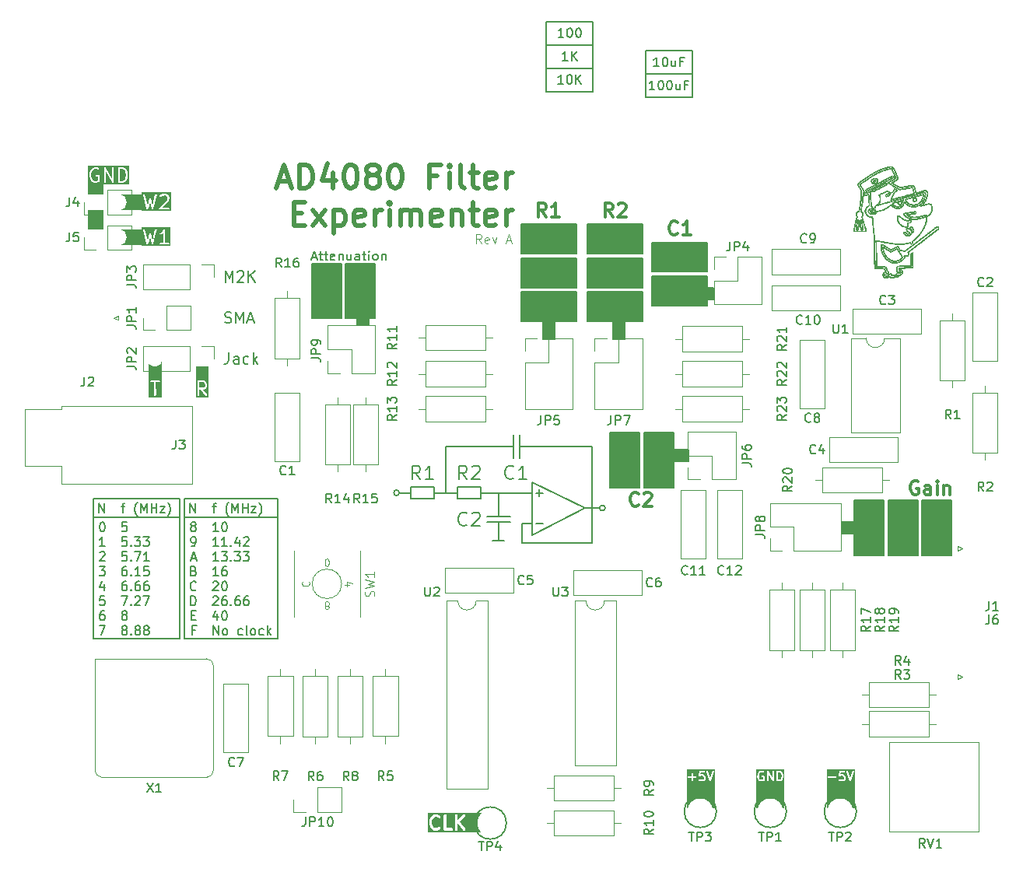
<source format=gto>
G04 #@! TF.GenerationSoftware,KiCad,Pcbnew,8.0.2*
G04 #@! TF.CreationDate,2024-09-17T18:27:48+03:00*
G04 #@! TF.ProjectId,ad4080_evb_experimenter,61643430-3830-45f6-9576-625f65787065,rev?*
G04 #@! TF.SameCoordinates,Original*
G04 #@! TF.FileFunction,Legend,Top*
G04 #@! TF.FilePolarity,Positive*
%FSLAX46Y46*%
G04 Gerber Fmt 4.6, Leading zero omitted, Abs format (unit mm)*
G04 Created by KiCad (PCBNEW 8.0.2) date 2024-09-17 18:27:48*
%MOMM*%
%LPD*%
G01*
G04 APERTURE LIST*
%ADD10C,0.150000*%
%ADD11C,0.187500*%
%ADD12C,0.175000*%
%ADD13C,0.300000*%
%ADD14C,0.200000*%
%ADD15C,0.508000*%
%ADD16C,0.125000*%
%ADD17C,0.100000*%
%ADD18C,0.120000*%
%ADD19C,0.000000*%
%ADD20C,6.000000*%
%ADD21C,2.800000*%
%ADD22C,1.600000*%
%ADD23O,1.600000X1.600000*%
%ADD24R,5.080000X1.500000*%
%ADD25O,1.800000X2.800000*%
%ADD26R,1.700000X1.700000*%
%ADD27O,1.700000X1.700000*%
%ADD28R,2.400000X1.600000*%
%ADD29O,2.400000X1.600000*%
%ADD30R,1.600000X1.600000*%
%ADD31C,1.524000*%
%ADD32C,1.440000*%
G04 APERTURE END LIST*
D10*
X82296000Y-33401000D02*
X87376000Y-33401000D01*
X87376000Y-35941000D01*
X82296000Y-35941000D01*
X82296000Y-33401000D01*
X72644000Y-81534000D02*
X72644000Y-82804000D01*
X77089000Y-82169000D02*
X77089000Y-84709000D01*
X114443401Y-85370563D02*
X117618401Y-85370563D01*
X117618401Y-86640563D01*
X114443401Y-86640563D01*
X114443401Y-85370563D01*
G36*
X114443401Y-85370563D02*
G01*
X117618401Y-85370563D01*
X117618401Y-86640563D01*
X114443401Y-86640563D01*
X114443401Y-85370563D01*
G37*
X93091000Y-34036000D02*
X98171000Y-34036000D01*
X98171000Y-36576000D01*
X93091000Y-36576000D01*
X93091000Y-34036000D01*
X78740000Y-75819000D02*
X78740000Y-78359000D01*
X81534000Y-81788000D02*
X81534000Y-82550000D01*
X100457000Y-61087000D02*
X98552000Y-61087001D01*
X98552000Y-59817000D01*
X100456999Y-59817000D01*
X100457000Y-61087000D01*
G36*
X100457000Y-61087000D02*
G01*
X98552000Y-61087001D01*
X98552000Y-59817000D01*
X100456999Y-59817000D01*
X100457000Y-61087000D01*
G37*
X87249000Y-77089000D02*
X79375000Y-77089000D01*
X35877500Y-49784000D02*
X38290500Y-49784000D01*
X38290500Y-51308000D01*
X35877500Y-51308000D01*
X35877500Y-49784000D01*
G36*
X35877500Y-49784000D02*
G01*
X38290500Y-49784000D01*
X38290500Y-51308000D01*
X35877500Y-51308000D01*
X35877500Y-49784000D01*
G37*
X93091000Y-36576000D02*
X98171000Y-36576000D01*
X98171000Y-39116000D01*
X93091000Y-39116000D01*
X93091000Y-36576000D01*
X95885000Y-77470000D02*
X97790000Y-77470000D01*
X97790000Y-78740000D01*
X95885000Y-78740000D01*
X95885000Y-77470000D01*
G36*
X95885000Y-77470000D02*
G01*
X97790000Y-77470000D01*
X97790000Y-78740000D01*
X95885000Y-78740000D01*
X95885000Y-77470000D01*
G37*
X72644000Y-82169000D02*
X71374000Y-82169000D01*
X32512000Y-48514000D02*
X34036000Y-48514000D01*
X34036000Y-54737000D01*
X32512000Y-54737000D01*
X32512000Y-48514000D01*
G36*
X32512000Y-48514000D02*
G01*
X34036000Y-48514000D01*
X34036000Y-54737000D01*
X32512000Y-54737000D01*
X32512000Y-48514000D01*
G37*
X80772000Y-82169000D02*
X77089000Y-82169000D01*
X123190000Y-82979000D02*
X126390000Y-82979000D01*
X126390000Y-88979000D01*
X123190000Y-88979000D01*
X123190000Y-82979000D01*
G36*
X123190000Y-82979000D02*
G01*
X126390000Y-82979000D01*
X126390000Y-88979000D01*
X123190000Y-88979000D01*
X123190000Y-82979000D01*
G37*
X70104000Y-82804000D02*
X70104000Y-82169000D01*
X79550000Y-52934000D02*
X85550000Y-52934000D01*
X85550000Y-56134000D01*
X79550000Y-56134000D01*
X79550000Y-52934000D01*
G36*
X79550000Y-52934000D02*
G01*
X85550000Y-52934000D01*
X85550000Y-56134000D01*
X79550000Y-56134000D01*
X79550000Y-52934000D01*
G37*
X86789000Y-52934000D02*
X92789000Y-52934000D01*
X92789000Y-56134000D01*
X86789000Y-56134000D01*
X86789000Y-52934000D01*
G36*
X86789000Y-52934000D02*
G01*
X92789000Y-52934000D01*
X92789000Y-56134000D01*
X86789000Y-56134000D01*
X86789000Y-52934000D01*
G37*
X86487000Y-83820000D02*
X88092000Y-83820000D01*
X89256000Y-75613000D02*
X92456000Y-75613000D01*
X92456000Y-81613000D01*
X89256000Y-81613000D01*
X89256000Y-75613000D01*
G36*
X89256000Y-75613000D02*
G01*
X92456000Y-75613000D01*
X92456000Y-81613000D01*
X89256000Y-81613000D01*
X89256000Y-75613000D01*
G37*
X76454000Y-87376000D02*
X77724000Y-87376000D01*
X71374000Y-77089000D02*
X78740000Y-77089000D01*
X59968998Y-63198002D02*
X56768999Y-63198002D01*
X56768998Y-57198002D01*
X59968998Y-57198002D01*
X59968998Y-63198002D01*
G36*
X59968998Y-63198002D02*
G01*
X56768999Y-63198002D01*
X56768998Y-57198002D01*
X59968998Y-57198002D01*
X59968998Y-63198002D01*
G37*
X80772000Y-86741000D02*
X86487000Y-83820000D01*
X35877500Y-53594000D02*
X38290500Y-53594000D01*
X38290500Y-55118000D01*
X35877500Y-55118000D01*
X35877500Y-53594000D01*
G36*
X35877500Y-53594000D02*
G01*
X38290500Y-53594000D01*
X38290500Y-55118000D01*
X35877500Y-55118000D01*
X35877500Y-53594000D01*
G37*
X71374000Y-82169000D02*
X71374000Y-77089000D01*
X79375000Y-75819000D02*
X79375000Y-78359000D01*
X72644000Y-82804000D02*
X75184000Y-82804000D01*
X62991998Y-63881002D02*
X61721998Y-63881002D01*
X61721998Y-61468003D01*
X62991998Y-61468002D01*
X62991998Y-63881002D01*
G36*
X62991998Y-63881002D02*
G01*
X61721998Y-63881002D01*
X61721998Y-61468003D01*
X62991998Y-61468002D01*
X62991998Y-63881002D01*
G37*
X42941000Y-84821000D02*
X53101000Y-84821000D01*
X86487000Y-83820000D02*
X80772000Y-81026000D01*
X75819000Y-85344000D02*
X78359000Y-85344000D01*
X63651999Y-63198002D02*
X60451998Y-63198002D01*
X60451998Y-57198002D01*
X63651998Y-57198002D01*
X63651999Y-63198002D01*
G36*
X63651999Y-63198002D02*
G01*
X60451998Y-63198002D01*
X60451998Y-57198002D01*
X63651998Y-57198002D01*
X63651999Y-63198002D01*
G37*
X79629000Y-85471000D02*
X79629000Y-87630000D01*
X71374000Y-82169000D02*
X70104000Y-82169000D01*
X67564000Y-81534000D02*
X67564000Y-82804000D01*
X70104000Y-82169000D02*
X70104000Y-81534000D01*
X75184000Y-81534000D02*
X72644000Y-81534000D01*
X33020000Y-84821000D02*
X42418000Y-84821000D01*
X89535000Y-63500000D02*
X90805000Y-63500000D01*
X90805000Y-65405000D01*
X89535000Y-65405000D01*
X89535000Y-63500000D01*
G36*
X89535000Y-63500000D02*
G01*
X90805000Y-63500000D01*
X90805000Y-65405000D01*
X89535000Y-65405000D01*
X89535000Y-63500000D01*
G37*
X92939000Y-75613000D02*
X96139000Y-75613000D01*
X96139000Y-81613000D01*
X92939000Y-81613000D01*
X92939000Y-75613000D01*
G36*
X92939000Y-75613000D02*
G01*
X96139000Y-75613000D01*
X96139000Y-81613000D01*
X92939000Y-81613000D01*
X92939000Y-75613000D01*
G37*
X87249000Y-83820000D02*
X87249000Y-77089000D01*
X93822000Y-54915000D02*
X99822000Y-54915000D01*
X99822000Y-58115000D01*
X93822000Y-58115000D01*
X93822000Y-54915000D01*
G36*
X93822000Y-54915000D02*
G01*
X99822000Y-54915000D01*
X99822000Y-58115000D01*
X93822000Y-58115000D01*
X93822000Y-54915000D01*
G37*
X33020000Y-82789000D02*
X42418000Y-82789000D01*
X42418000Y-98029000D01*
X33020000Y-98029000D01*
X33020000Y-82789000D01*
X67564000Y-82804000D02*
X70104000Y-82804000D01*
X81153000Y-85471000D02*
X81915000Y-85471000D01*
X75184000Y-82804000D02*
X75184000Y-82169000D01*
X80772000Y-85471000D02*
X79629000Y-85471000D01*
X81915000Y-63500000D02*
X83185000Y-63500000D01*
X83185000Y-65405000D01*
X81915000Y-65405000D01*
X81915000Y-63500000D01*
G36*
X81915000Y-63500000D02*
G01*
X83185000Y-63500000D01*
X83185000Y-65405000D01*
X81915000Y-65405000D01*
X81915000Y-63500000D01*
G37*
X79550000Y-60300000D02*
X85550000Y-60300000D01*
X85550000Y-63500000D01*
X79550000Y-63500000D01*
X79550000Y-60300000D01*
G36*
X79550000Y-60300000D02*
G01*
X85550000Y-60300000D01*
X85550000Y-63500000D01*
X79550000Y-63500000D01*
X79550000Y-60300000D01*
G37*
X77089000Y-85344000D02*
X77089000Y-87376000D01*
X88692000Y-83820000D02*
G75*
G02*
X88092000Y-83820000I-300000J0D01*
G01*
X88092000Y-83820000D02*
G75*
G02*
X88692000Y-83820000I300000J0D01*
G01*
X119024000Y-88979000D02*
X115824000Y-88979000D01*
X115824000Y-82979000D01*
X119023999Y-82979000D01*
X119024000Y-88979000D01*
G36*
X119024000Y-88979000D02*
G01*
X115824000Y-88979000D01*
X115824000Y-82979000D01*
X119023999Y-82979000D01*
X119024000Y-88979000D01*
G37*
X70104000Y-81534000D02*
X67564000Y-81534000D01*
X77089000Y-82169000D02*
X75184000Y-82169000D01*
X87249000Y-83848500D02*
X87249000Y-87630000D01*
X86789000Y-56617000D02*
X92789000Y-56617000D01*
X92789000Y-59817000D01*
X86789000Y-59817000D01*
X86789000Y-56617000D01*
G36*
X86789000Y-56617000D02*
G01*
X92789000Y-56617000D01*
X92789000Y-59817000D01*
X86789000Y-59817000D01*
X86789000Y-56617000D01*
G37*
X82296000Y-35941000D02*
X87376000Y-35941000D01*
X87376000Y-38481000D01*
X82296000Y-38481000D01*
X82296000Y-35941000D01*
X81153000Y-82169000D02*
X81915000Y-82169000D01*
X80772000Y-81026000D02*
X80772000Y-86741000D01*
X75184000Y-82169000D02*
X75184000Y-81534000D01*
X119507000Y-82979000D02*
X122707000Y-82979000D01*
X122707000Y-88979000D01*
X119507000Y-88979000D01*
X119507000Y-82979000D01*
G36*
X119507000Y-82979000D02*
G01*
X122707000Y-82979000D01*
X122707000Y-88979000D01*
X119507000Y-88979000D01*
X119507000Y-82979000D01*
G37*
X66294000Y-82169000D02*
G75*
G02*
X65694000Y-82169000I-300000J0D01*
G01*
X65694000Y-82169000D02*
G75*
G02*
X66294000Y-82169000I300000J0D01*
G01*
X82296000Y-30861000D02*
X87376000Y-30861000D01*
X87376000Y-33401000D01*
X82296000Y-33401000D01*
X82296000Y-30861000D01*
X67564000Y-82169000D02*
X66294000Y-82169000D01*
X75819000Y-84709000D02*
X78359000Y-84709000D01*
X93822000Y-58598000D02*
X99822000Y-58598000D01*
X99822000Y-61798000D01*
X93822000Y-61798000D01*
X93822000Y-58598000D01*
G36*
X93822000Y-58598000D02*
G01*
X99822000Y-58598000D01*
X99822000Y-61798000D01*
X93822000Y-61798000D01*
X93822000Y-58598000D01*
G37*
X42941000Y-82789000D02*
X53101000Y-82789000D01*
X53101000Y-98029000D01*
X42941000Y-98029000D01*
X42941000Y-82789000D01*
X79629000Y-87630000D02*
X87249000Y-87630000D01*
X86789000Y-60300000D02*
X92789000Y-60300000D01*
X92789000Y-63500000D01*
X86789000Y-63500000D01*
X86789000Y-60300000D01*
G36*
X86789000Y-60300000D02*
G01*
X92789000Y-60300000D01*
X92789000Y-63500000D01*
X86789000Y-63500000D01*
X86789000Y-60300000D01*
G37*
X79550000Y-56617000D02*
X85550000Y-56617000D01*
X85550000Y-59817000D01*
X79550000Y-59817000D01*
X79550000Y-56617000D01*
G36*
X79550000Y-56617000D02*
G01*
X85550000Y-56617000D01*
X85550000Y-59817000D01*
X79550000Y-59817000D01*
X79550000Y-56617000D01*
G37*
D11*
G36*
X41422331Y-55300595D02*
G01*
X38260505Y-55300595D01*
X38260505Y-53543683D01*
X38427172Y-53543683D01*
X38429656Y-53561892D01*
X38787502Y-55057184D01*
X38789262Y-55070420D01*
X38791663Y-55074567D01*
X38792788Y-55079268D01*
X38800768Y-55090295D01*
X38807589Y-55102076D01*
X38811412Y-55105003D01*
X38814234Y-55108901D01*
X38825820Y-55116031D01*
X38836636Y-55124310D01*
X38841289Y-55125550D01*
X38845386Y-55128072D01*
X38858823Y-55130226D01*
X38871981Y-55133735D01*
X38876751Y-55133100D01*
X38881505Y-55133863D01*
X38894752Y-55130708D01*
X38908242Y-55128916D01*
X38912405Y-55126505D01*
X38917090Y-55125390D01*
X38928117Y-55117409D01*
X38939898Y-55110589D01*
X38942825Y-55106765D01*
X38946723Y-55103944D01*
X38953853Y-55092357D01*
X38962132Y-55081542D01*
X38964663Y-55074791D01*
X38965894Y-55072792D01*
X38966253Y-55070552D01*
X38968585Y-55064334D01*
X39163373Y-54329160D01*
X39359437Y-55059708D01*
X39361535Y-55072792D01*
X39364041Y-55076865D01*
X39365297Y-55081542D01*
X39373575Y-55092357D01*
X39380706Y-55103944D01*
X39384603Y-55106765D01*
X39387531Y-55110589D01*
X39399311Y-55117409D01*
X39410339Y-55125390D01*
X39415023Y-55126505D01*
X39419187Y-55128916D01*
X39432676Y-55130708D01*
X39445924Y-55133863D01*
X39450677Y-55133100D01*
X39455448Y-55133735D01*
X39468602Y-55130226D01*
X39482043Y-55128072D01*
X39486142Y-55125549D01*
X39490793Y-55124309D01*
X39501601Y-55116035D01*
X39513195Y-55108901D01*
X39516017Y-55105000D01*
X39519840Y-55102075D01*
X39526657Y-55090299D01*
X39534641Y-55079268D01*
X39536990Y-55072450D01*
X39538167Y-55070419D01*
X39538465Y-55068171D01*
X39540630Y-55061892D01*
X39802347Y-53957024D01*
X40213558Y-53957024D01*
X40216151Y-53993512D01*
X40232510Y-54026230D01*
X40260145Y-54050197D01*
X40294846Y-54061764D01*
X40331334Y-54059171D01*
X40348499Y-54052602D01*
X40490116Y-53979992D01*
X40501514Y-53975272D01*
X40505159Y-53972280D01*
X40506909Y-53971383D01*
X40508531Y-53969512D01*
X40515720Y-53963612D01*
X40641743Y-53835512D01*
X40643062Y-54947499D01*
X40288282Y-54948229D01*
X40254487Y-54962228D01*
X40228622Y-54988093D01*
X40214623Y-55021888D01*
X40214623Y-55058468D01*
X40228622Y-55092263D01*
X40254487Y-55118128D01*
X40288282Y-55132127D01*
X40306572Y-55133928D01*
X41182005Y-55132127D01*
X41215800Y-55118128D01*
X41241665Y-55092263D01*
X41255664Y-55058468D01*
X41255664Y-55021888D01*
X41241665Y-54988093D01*
X41215800Y-54962228D01*
X41182005Y-54948229D01*
X41163715Y-54946428D01*
X40828782Y-54947117D01*
X40827124Y-53549021D01*
X40828893Y-53540079D01*
X40827102Y-53531129D01*
X40827092Y-53521888D01*
X40823539Y-53513310D01*
X40821719Y-53504211D01*
X40816607Y-53496578D01*
X40813093Y-53488093D01*
X40806532Y-53481532D01*
X40801366Y-53473817D01*
X40793719Y-53468719D01*
X40787228Y-53462228D01*
X40778655Y-53458677D01*
X40770929Y-53453526D01*
X40761917Y-53451743D01*
X40753433Y-53448229D01*
X40744150Y-53448229D01*
X40735045Y-53446428D01*
X40726039Y-53448229D01*
X40716853Y-53448229D01*
X40708279Y-53451780D01*
X40699176Y-53453601D01*
X40691540Y-53458714D01*
X40683058Y-53462228D01*
X40676498Y-53468787D01*
X40668782Y-53473955D01*
X40657260Y-53488025D01*
X40657193Y-53488093D01*
X40657180Y-53488123D01*
X40657138Y-53488175D01*
X40525058Y-53689124D01*
X40397873Y-53818405D01*
X40249092Y-53894688D01*
X40225125Y-53922323D01*
X40213558Y-53957024D01*
X39802347Y-53957024D01*
X39900257Y-53543683D01*
X39894466Y-53507564D01*
X39875295Y-53476412D01*
X39845662Y-53454966D01*
X39810077Y-53446493D01*
X39773958Y-53452284D01*
X39742806Y-53471455D01*
X39721360Y-53501088D01*
X39715371Y-53518464D01*
X39444732Y-54660998D01*
X39254042Y-53950473D01*
X39252452Y-53938508D01*
X39249430Y-53933288D01*
X39247846Y-53927386D01*
X39240323Y-53917557D01*
X39234125Y-53906852D01*
X39229302Y-53903161D01*
X39225612Y-53898339D01*
X39214907Y-53892141D01*
X39205078Y-53884618D01*
X39199206Y-53883052D01*
X39193955Y-53880012D01*
X39181694Y-53878382D01*
X39169733Y-53875193D01*
X39163713Y-53875992D01*
X39157695Y-53875193D01*
X39145734Y-53878382D01*
X39133472Y-53880012D01*
X39128219Y-53883052D01*
X39122350Y-53884618D01*
X39112521Y-53892140D01*
X39101816Y-53898339D01*
X39098125Y-53903161D01*
X39093303Y-53906852D01*
X39087105Y-53917556D01*
X39079582Y-53927386D01*
X39076210Y-53936376D01*
X39074976Y-53938509D01*
X39074737Y-53940305D01*
X39073129Y-53944594D01*
X38883492Y-54660324D01*
X38606069Y-53501088D01*
X38584623Y-53471455D01*
X38553471Y-53452284D01*
X38517352Y-53446493D01*
X38481767Y-53454966D01*
X38452134Y-53476412D01*
X38432963Y-53507564D01*
X38427172Y-53543683D01*
X38260505Y-53543683D01*
X38260505Y-53279761D01*
X41422331Y-53279761D01*
X41422331Y-55300595D01*
G37*
X73664000Y-80705678D02*
X73164000Y-79991392D01*
X72806857Y-80705678D02*
X72806857Y-79205678D01*
X72806857Y-79205678D02*
X73378286Y-79205678D01*
X73378286Y-79205678D02*
X73521143Y-79277107D01*
X73521143Y-79277107D02*
X73592572Y-79348535D01*
X73592572Y-79348535D02*
X73664000Y-79491392D01*
X73664000Y-79491392D02*
X73664000Y-79705678D01*
X73664000Y-79705678D02*
X73592572Y-79848535D01*
X73592572Y-79848535D02*
X73521143Y-79919964D01*
X73521143Y-79919964D02*
X73378286Y-79991392D01*
X73378286Y-79991392D02*
X72806857Y-79991392D01*
X74235429Y-79348535D02*
X74306857Y-79277107D01*
X74306857Y-79277107D02*
X74449715Y-79205678D01*
X74449715Y-79205678D02*
X74806857Y-79205678D01*
X74806857Y-79205678D02*
X74949715Y-79277107D01*
X74949715Y-79277107D02*
X75021143Y-79348535D01*
X75021143Y-79348535D02*
X75092572Y-79491392D01*
X75092572Y-79491392D02*
X75092572Y-79634250D01*
X75092572Y-79634250D02*
X75021143Y-79848535D01*
X75021143Y-79848535D02*
X74164000Y-80705678D01*
X74164000Y-80705678D02*
X75092572Y-80705678D01*
D10*
X33921506Y-85368819D02*
X34016744Y-85368819D01*
X34016744Y-85368819D02*
X34111982Y-85416438D01*
X34111982Y-85416438D02*
X34159601Y-85464057D01*
X34159601Y-85464057D02*
X34207220Y-85559295D01*
X34207220Y-85559295D02*
X34254839Y-85749771D01*
X34254839Y-85749771D02*
X34254839Y-85987866D01*
X34254839Y-85987866D02*
X34207220Y-86178342D01*
X34207220Y-86178342D02*
X34159601Y-86273580D01*
X34159601Y-86273580D02*
X34111982Y-86321200D01*
X34111982Y-86321200D02*
X34016744Y-86368819D01*
X34016744Y-86368819D02*
X33921506Y-86368819D01*
X33921506Y-86368819D02*
X33826268Y-86321200D01*
X33826268Y-86321200D02*
X33778649Y-86273580D01*
X33778649Y-86273580D02*
X33731030Y-86178342D01*
X33731030Y-86178342D02*
X33683411Y-85987866D01*
X33683411Y-85987866D02*
X33683411Y-85749771D01*
X33683411Y-85749771D02*
X33731030Y-85559295D01*
X33731030Y-85559295D02*
X33778649Y-85464057D01*
X33778649Y-85464057D02*
X33826268Y-85416438D01*
X33826268Y-85416438D02*
X33921506Y-85368819D01*
X34254839Y-87978763D02*
X33683411Y-87978763D01*
X33969125Y-87978763D02*
X33969125Y-86978763D01*
X33969125Y-86978763D02*
X33873887Y-87121620D01*
X33873887Y-87121620D02*
X33778649Y-87216858D01*
X33778649Y-87216858D02*
X33683411Y-87264477D01*
X33683411Y-88683945D02*
X33731030Y-88636326D01*
X33731030Y-88636326D02*
X33826268Y-88588707D01*
X33826268Y-88588707D02*
X34064363Y-88588707D01*
X34064363Y-88588707D02*
X34159601Y-88636326D01*
X34159601Y-88636326D02*
X34207220Y-88683945D01*
X34207220Y-88683945D02*
X34254839Y-88779183D01*
X34254839Y-88779183D02*
X34254839Y-88874421D01*
X34254839Y-88874421D02*
X34207220Y-89017278D01*
X34207220Y-89017278D02*
X33635792Y-89588707D01*
X33635792Y-89588707D02*
X34254839Y-89588707D01*
X33635792Y-90198651D02*
X34254839Y-90198651D01*
X34254839Y-90198651D02*
X33921506Y-90579603D01*
X33921506Y-90579603D02*
X34064363Y-90579603D01*
X34064363Y-90579603D02*
X34159601Y-90627222D01*
X34159601Y-90627222D02*
X34207220Y-90674841D01*
X34207220Y-90674841D02*
X34254839Y-90770079D01*
X34254839Y-90770079D02*
X34254839Y-91008174D01*
X34254839Y-91008174D02*
X34207220Y-91103412D01*
X34207220Y-91103412D02*
X34159601Y-91151032D01*
X34159601Y-91151032D02*
X34064363Y-91198651D01*
X34064363Y-91198651D02*
X33778649Y-91198651D01*
X33778649Y-91198651D02*
X33683411Y-91151032D01*
X33683411Y-91151032D02*
X33635792Y-91103412D01*
X34159601Y-92141928D02*
X34159601Y-92808595D01*
X33921506Y-91760976D02*
X33683411Y-92475261D01*
X33683411Y-92475261D02*
X34302458Y-92475261D01*
X34207220Y-93418539D02*
X33731030Y-93418539D01*
X33731030Y-93418539D02*
X33683411Y-93894729D01*
X33683411Y-93894729D02*
X33731030Y-93847110D01*
X33731030Y-93847110D02*
X33826268Y-93799491D01*
X33826268Y-93799491D02*
X34064363Y-93799491D01*
X34064363Y-93799491D02*
X34159601Y-93847110D01*
X34159601Y-93847110D02*
X34207220Y-93894729D01*
X34207220Y-93894729D02*
X34254839Y-93989967D01*
X34254839Y-93989967D02*
X34254839Y-94228062D01*
X34254839Y-94228062D02*
X34207220Y-94323300D01*
X34207220Y-94323300D02*
X34159601Y-94370920D01*
X34159601Y-94370920D02*
X34064363Y-94418539D01*
X34064363Y-94418539D02*
X33826268Y-94418539D01*
X33826268Y-94418539D02*
X33731030Y-94370920D01*
X33731030Y-94370920D02*
X33683411Y-94323300D01*
X34159601Y-95028483D02*
X33969125Y-95028483D01*
X33969125Y-95028483D02*
X33873887Y-95076102D01*
X33873887Y-95076102D02*
X33826268Y-95123721D01*
X33826268Y-95123721D02*
X33731030Y-95266578D01*
X33731030Y-95266578D02*
X33683411Y-95457054D01*
X33683411Y-95457054D02*
X33683411Y-95838006D01*
X33683411Y-95838006D02*
X33731030Y-95933244D01*
X33731030Y-95933244D02*
X33778649Y-95980864D01*
X33778649Y-95980864D02*
X33873887Y-96028483D01*
X33873887Y-96028483D02*
X34064363Y-96028483D01*
X34064363Y-96028483D02*
X34159601Y-95980864D01*
X34159601Y-95980864D02*
X34207220Y-95933244D01*
X34207220Y-95933244D02*
X34254839Y-95838006D01*
X34254839Y-95838006D02*
X34254839Y-95599911D01*
X34254839Y-95599911D02*
X34207220Y-95504673D01*
X34207220Y-95504673D02*
X34159601Y-95457054D01*
X34159601Y-95457054D02*
X34064363Y-95409435D01*
X34064363Y-95409435D02*
X33873887Y-95409435D01*
X33873887Y-95409435D02*
X33778649Y-95457054D01*
X33778649Y-95457054D02*
X33731030Y-95504673D01*
X33731030Y-95504673D02*
X33683411Y-95599911D01*
X33635792Y-96638427D02*
X34302458Y-96638427D01*
X34302458Y-96638427D02*
X33873887Y-97638427D01*
D12*
G36*
X107773992Y-112610844D02*
G01*
X107844670Y-112679974D01*
X107881831Y-112751834D01*
X107925887Y-112922340D01*
X107927167Y-113044125D01*
X107886038Y-113214328D01*
X107848722Y-113291569D01*
X107777931Y-113363946D01*
X107669804Y-113401198D01*
X107529262Y-113402124D01*
X107527895Y-112575564D01*
X107661769Y-112574682D01*
X107773992Y-112610844D01*
G37*
G36*
X108211944Y-116526177D02*
G01*
X105148056Y-116526177D01*
X105148056Y-116310496D01*
X106594181Y-116310496D01*
X106594181Y-116344636D01*
X106607246Y-116376178D01*
X106631388Y-116400320D01*
X106662930Y-116413385D01*
X106680000Y-116415066D01*
X107458975Y-116413385D01*
X107490517Y-116400320D01*
X107514659Y-116376178D01*
X107527724Y-116344636D01*
X107527724Y-116310496D01*
X107514659Y-116278954D01*
X107490517Y-116254812D01*
X107458975Y-116241747D01*
X107441905Y-116240066D01*
X106662930Y-116241747D01*
X106631388Y-116254812D01*
X106607246Y-116278954D01*
X106594181Y-116310496D01*
X105148056Y-116310496D01*
X105148056Y-112917202D01*
X105259167Y-112917202D01*
X105260618Y-113055253D01*
X105259270Y-113064313D01*
X105260823Y-113074816D01*
X105260848Y-113077129D01*
X105261342Y-113078322D01*
X105261780Y-113081281D01*
X105309289Y-113265153D01*
X105309893Y-113273647D01*
X105314789Y-113286441D01*
X105315169Y-113287909D01*
X105315546Y-113288418D01*
X105316024Y-113289666D01*
X105365022Y-113384417D01*
X105369151Y-113394386D01*
X105371924Y-113397764D01*
X105372780Y-113399420D01*
X105374523Y-113400932D01*
X105380033Y-113407645D01*
X105467083Y-113492789D01*
X105468019Y-113494660D01*
X105476644Y-113502140D01*
X105488530Y-113513766D01*
X105491437Y-113514970D01*
X105493811Y-113517029D01*
X105509473Y-113524022D01*
X105652279Y-113570038D01*
X105662930Y-113574450D01*
X105667308Y-113574881D01*
X105669055Y-113575444D01*
X105671360Y-113575280D01*
X105680000Y-113576131D01*
X105775693Y-113574698D01*
X105786182Y-113575444D01*
X105790430Y-113574478D01*
X105792308Y-113574450D01*
X105794442Y-113573565D01*
X105802908Y-113571641D01*
X105932975Y-113526831D01*
X105935167Y-113526831D01*
X105945995Y-113522345D01*
X105961427Y-113517029D01*
X105963801Y-113514969D01*
X105966709Y-113513765D01*
X105979967Y-113502883D01*
X106038468Y-113442004D01*
X106051533Y-113410462D01*
X106053214Y-113393392D01*
X106051533Y-113042989D01*
X106038468Y-113011447D01*
X106014326Y-112987305D01*
X105982784Y-112974240D01*
X105965714Y-112972559D01*
X105758168Y-112974240D01*
X105726626Y-112987305D01*
X105702484Y-113011447D01*
X105689419Y-113042989D01*
X105689419Y-113077129D01*
X105702484Y-113108671D01*
X105726626Y-113132813D01*
X105758168Y-113145878D01*
X105775238Y-113147559D01*
X105878629Y-113146721D01*
X105879637Y-113356709D01*
X105872441Y-113364197D01*
X105764782Y-113401287D01*
X105697352Y-113402296D01*
X105586007Y-113366417D01*
X105515330Y-113297289D01*
X105478168Y-113225426D01*
X105434112Y-113054920D01*
X105432832Y-112933131D01*
X105473962Y-112762929D01*
X105511276Y-112685692D01*
X105582067Y-112613315D01*
X105690315Y-112576022D01*
X105800231Y-112574867D01*
X105894983Y-112620643D01*
X105929038Y-112623063D01*
X105961428Y-112612266D01*
X105987220Y-112589897D01*
X106002487Y-112559361D01*
X106004908Y-112525307D01*
X105994111Y-112492917D01*
X105990394Y-112488631D01*
X106306786Y-112488631D01*
X106308467Y-113505701D01*
X106321532Y-113537243D01*
X106345674Y-113561385D01*
X106377216Y-113574450D01*
X106411356Y-113574450D01*
X106442898Y-113561385D01*
X106467040Y-113537243D01*
X106480105Y-113505701D01*
X106481786Y-113488631D01*
X106480673Y-112815223D01*
X106888604Y-113526728D01*
X106892960Y-113537243D01*
X106896881Y-113541164D01*
X106899671Y-113546030D01*
X106908874Y-113553157D01*
X106917102Y-113561385D01*
X106922254Y-113563519D01*
X106926664Y-113566934D01*
X106937891Y-113569996D01*
X106948644Y-113574450D01*
X106954221Y-113574450D01*
X106959603Y-113575918D01*
X106971149Y-113574450D01*
X106982784Y-113574450D01*
X106987936Y-113572315D01*
X106993471Y-113571612D01*
X107003576Y-113565837D01*
X107014326Y-113561385D01*
X107018269Y-113557441D01*
X107023113Y-113554674D01*
X107030240Y-113545470D01*
X107038468Y-113537243D01*
X107040602Y-113532090D01*
X107044017Y-113527681D01*
X107047079Y-113516453D01*
X107051533Y-113505701D01*
X107052392Y-113496972D01*
X107053001Y-113494742D01*
X107052781Y-113493018D01*
X107053214Y-113488631D01*
X107051561Y-112488631D01*
X107354405Y-112488631D01*
X107356086Y-113505701D01*
X107369151Y-113537243D01*
X107393293Y-113561385D01*
X107424835Y-113574450D01*
X107441905Y-113576131D01*
X107678662Y-113574571D01*
X107690944Y-113575444D01*
X107695263Y-113574461D01*
X107697070Y-113574450D01*
X107699204Y-113573565D01*
X107707670Y-113571641D01*
X107837737Y-113526831D01*
X107839928Y-113526831D01*
X107850751Y-113522347D01*
X107866189Y-113517029D01*
X107868564Y-113514968D01*
X107871470Y-113513765D01*
X107884729Y-113502884D01*
X107978681Y-113406825D01*
X107987220Y-113399420D01*
X107989559Y-113395703D01*
X107990849Y-113394385D01*
X107991733Y-113392248D01*
X107996357Y-113384904D01*
X108040191Y-113294170D01*
X108044831Y-113287909D01*
X108049411Y-113275086D01*
X108050107Y-113273647D01*
X108050151Y-113273013D01*
X108050601Y-113271757D01*
X108095505Y-113085931D01*
X108099152Y-113077129D01*
X108100196Y-113066519D01*
X108100730Y-113064313D01*
X108100539Y-113063035D01*
X108100833Y-113060059D01*
X108099381Y-112922007D01*
X108100730Y-112912948D01*
X108099176Y-112902444D01*
X108099152Y-112900132D01*
X108098657Y-112898938D01*
X108098220Y-112895980D01*
X108050710Y-112712107D01*
X108050107Y-112703614D01*
X108045210Y-112690819D01*
X108044831Y-112689352D01*
X108044453Y-112688842D01*
X108043976Y-112687595D01*
X107994977Y-112592843D01*
X107990849Y-112582875D01*
X107988075Y-112579496D01*
X107987220Y-112577841D01*
X107985476Y-112576328D01*
X107979967Y-112569616D01*
X107892916Y-112484472D01*
X107891981Y-112482602D01*
X107883356Y-112475122D01*
X107871470Y-112463496D01*
X107868562Y-112462291D01*
X107866189Y-112460233D01*
X107850526Y-112453240D01*
X107707724Y-112407225D01*
X107697070Y-112402812D01*
X107692690Y-112402380D01*
X107690944Y-112401818D01*
X107688639Y-112401981D01*
X107680000Y-112401131D01*
X107424835Y-112402812D01*
X107393293Y-112415877D01*
X107369151Y-112440019D01*
X107356086Y-112471561D01*
X107354405Y-112488631D01*
X107051561Y-112488631D01*
X107051533Y-112471561D01*
X107038468Y-112440019D01*
X107014326Y-112415877D01*
X106982784Y-112402812D01*
X106948644Y-112402812D01*
X106917102Y-112415877D01*
X106892960Y-112440019D01*
X106879895Y-112471561D01*
X106878214Y-112488631D01*
X106879326Y-113162038D01*
X106471395Y-112450533D01*
X106467040Y-112440019D01*
X106463118Y-112436097D01*
X106460329Y-112431232D01*
X106451125Y-112424104D01*
X106442898Y-112415877D01*
X106437745Y-112413742D01*
X106433336Y-112410328D01*
X106422110Y-112407266D01*
X106411356Y-112402812D01*
X106405776Y-112402812D01*
X106400397Y-112401345D01*
X106388856Y-112402812D01*
X106377216Y-112402812D01*
X106372062Y-112404946D01*
X106366529Y-112405650D01*
X106356423Y-112411424D01*
X106345674Y-112415877D01*
X106341730Y-112419820D01*
X106336887Y-112422588D01*
X106329759Y-112431791D01*
X106321532Y-112440019D01*
X106319397Y-112445171D01*
X106315983Y-112449581D01*
X106312921Y-112460806D01*
X106308467Y-112471561D01*
X106307606Y-112480294D01*
X106307000Y-112482520D01*
X106307218Y-112484239D01*
X106306786Y-112488631D01*
X105990394Y-112488631D01*
X105971742Y-112467125D01*
X105957226Y-112457987D01*
X105872784Y-112417192D01*
X105871469Y-112415877D01*
X105861596Y-112411787D01*
X105845969Y-112404238D01*
X105842831Y-112404015D01*
X105839927Y-112402812D01*
X105822857Y-112401131D01*
X105680451Y-112402627D01*
X105669055Y-112401818D01*
X105664768Y-112402792D01*
X105662930Y-112402812D01*
X105660795Y-112403696D01*
X105652330Y-112405621D01*
X105522263Y-112450431D01*
X105520072Y-112450431D01*
X105509243Y-112454916D01*
X105493811Y-112460233D01*
X105491437Y-112462291D01*
X105488530Y-112463496D01*
X105475271Y-112474378D01*
X105381313Y-112570439D01*
X105372780Y-112577841D01*
X105370441Y-112581555D01*
X105369151Y-112582875D01*
X105368265Y-112585011D01*
X105363642Y-112592357D01*
X105319807Y-112683091D01*
X105315169Y-112689352D01*
X105310585Y-112702181D01*
X105309893Y-112703614D01*
X105309848Y-112704243D01*
X105309398Y-112705504D01*
X105264493Y-112891329D01*
X105260848Y-112900132D01*
X105259803Y-112910741D01*
X105259270Y-112912948D01*
X105259460Y-112914225D01*
X105259167Y-112917202D01*
X105148056Y-112917202D01*
X105148056Y-112290020D01*
X108211944Y-112290020D01*
X108211944Y-116526177D01*
G37*
D10*
X84169333Y-32585819D02*
X83597905Y-32585819D01*
X83883619Y-32585819D02*
X83883619Y-31585819D01*
X83883619Y-31585819D02*
X83788381Y-31728676D01*
X83788381Y-31728676D02*
X83693143Y-31823914D01*
X83693143Y-31823914D02*
X83597905Y-31871533D01*
X84788381Y-31585819D02*
X84883619Y-31585819D01*
X84883619Y-31585819D02*
X84978857Y-31633438D01*
X84978857Y-31633438D02*
X85026476Y-31681057D01*
X85026476Y-31681057D02*
X85074095Y-31776295D01*
X85074095Y-31776295D02*
X85121714Y-31966771D01*
X85121714Y-31966771D02*
X85121714Y-32204866D01*
X85121714Y-32204866D02*
X85074095Y-32395342D01*
X85074095Y-32395342D02*
X85026476Y-32490580D01*
X85026476Y-32490580D02*
X84978857Y-32538200D01*
X84978857Y-32538200D02*
X84883619Y-32585819D01*
X84883619Y-32585819D02*
X84788381Y-32585819D01*
X84788381Y-32585819D02*
X84693143Y-32538200D01*
X84693143Y-32538200D02*
X84645524Y-32490580D01*
X84645524Y-32490580D02*
X84597905Y-32395342D01*
X84597905Y-32395342D02*
X84550286Y-32204866D01*
X84550286Y-32204866D02*
X84550286Y-31966771D01*
X84550286Y-31966771D02*
X84597905Y-31776295D01*
X84597905Y-31776295D02*
X84645524Y-31681057D01*
X84645524Y-31681057D02*
X84693143Y-31633438D01*
X84693143Y-31633438D02*
X84788381Y-31585819D01*
X85740762Y-31585819D02*
X85836000Y-31585819D01*
X85836000Y-31585819D02*
X85931238Y-31633438D01*
X85931238Y-31633438D02*
X85978857Y-31681057D01*
X85978857Y-31681057D02*
X86026476Y-31776295D01*
X86026476Y-31776295D02*
X86074095Y-31966771D01*
X86074095Y-31966771D02*
X86074095Y-32204866D01*
X86074095Y-32204866D02*
X86026476Y-32395342D01*
X86026476Y-32395342D02*
X85978857Y-32490580D01*
X85978857Y-32490580D02*
X85931238Y-32538200D01*
X85931238Y-32538200D02*
X85836000Y-32585819D01*
X85836000Y-32585819D02*
X85740762Y-32585819D01*
X85740762Y-32585819D02*
X85645524Y-32538200D01*
X85645524Y-32538200D02*
X85597905Y-32490580D01*
X85597905Y-32490580D02*
X85550286Y-32395342D01*
X85550286Y-32395342D02*
X85502667Y-32204866D01*
X85502667Y-32204866D02*
X85502667Y-31966771D01*
X85502667Y-31966771D02*
X85550286Y-31776295D01*
X85550286Y-31776295D02*
X85597905Y-31681057D01*
X85597905Y-31681057D02*
X85645524Y-31633438D01*
X85645524Y-31633438D02*
X85740762Y-31585819D01*
D13*
G36*
X76594274Y-119104995D02*
G01*
X69392393Y-119104995D01*
X69392393Y-117931185D01*
X69559060Y-117931185D01*
X69561501Y-118137542D01*
X69559237Y-118152762D01*
X69561894Y-118170732D01*
X69561942Y-118174735D01*
X69562789Y-118176779D01*
X69563539Y-118181851D01*
X69634796Y-118456471D01*
X69635815Y-118470804D01*
X69644203Y-118492724D01*
X69644860Y-118495256D01*
X69645504Y-118496126D01*
X69646324Y-118498267D01*
X69720334Y-118640810D01*
X69727196Y-118657377D01*
X69731931Y-118663147D01*
X69733418Y-118666010D01*
X69736411Y-118668606D01*
X69745851Y-118680108D01*
X69874768Y-118805853D01*
X69876275Y-118808867D01*
X69890560Y-118821257D01*
X69911438Y-118841621D01*
X69916417Y-118843683D01*
X69920489Y-118847215D01*
X69947340Y-118859203D01*
X70161969Y-118928061D01*
X70179796Y-118935446D01*
X70187284Y-118936183D01*
X70190300Y-118937151D01*
X70194254Y-118936869D01*
X70209060Y-118938328D01*
X70353267Y-118935913D01*
X70370677Y-118937151D01*
X70377936Y-118935500D01*
X70381181Y-118935446D01*
X70384838Y-118933930D01*
X70399351Y-118930631D01*
X70591914Y-118864018D01*
X70595467Y-118864018D01*
X70613461Y-118856564D01*
X70640488Y-118847215D01*
X70644561Y-118843681D01*
X70649539Y-118841620D01*
X70672270Y-118822965D01*
X70762352Y-118728806D01*
X70784749Y-118674733D01*
X70784748Y-118616207D01*
X70762351Y-118562135D01*
X70720965Y-118520750D01*
X70666893Y-118498353D01*
X70608367Y-118498354D01*
X70554295Y-118520751D01*
X70531564Y-118539406D01*
X70487572Y-118585388D01*
X70333652Y-118638633D01*
X70238425Y-118640228D01*
X70078310Y-118588859D01*
X69977601Y-118490627D01*
X69924170Y-118387720D01*
X69858952Y-118136373D01*
X69856843Y-117958160D01*
X69917203Y-117707249D01*
X69971086Y-117595246D01*
X70072049Y-117491736D01*
X70227321Y-117438022D01*
X70322553Y-117436427D01*
X70483326Y-117488008D01*
X70554295Y-117555906D01*
X70608368Y-117578302D01*
X70666894Y-117578302D01*
X70720966Y-117555906D01*
X70762352Y-117514520D01*
X70784748Y-117460448D01*
X70784748Y-117401922D01*
X70762352Y-117347849D01*
X70743697Y-117325119D01*
X70705241Y-117288328D01*
X71130488Y-117288328D01*
X71133370Y-118817592D01*
X71155768Y-118871664D01*
X71197152Y-118913048D01*
X71251224Y-118935446D01*
X71280488Y-118938328D01*
X72024038Y-118935446D01*
X72078110Y-118913048D01*
X72119494Y-118871664D01*
X72141892Y-118817592D01*
X72141892Y-118759064D01*
X72119494Y-118704992D01*
X72078110Y-118663608D01*
X72024038Y-118641210D01*
X71994774Y-118638328D01*
X71430209Y-118640516D01*
X71427661Y-117288328D01*
X72344774Y-117288328D01*
X72347656Y-118817592D01*
X72370054Y-118871664D01*
X72411438Y-118913048D01*
X72465510Y-118935446D01*
X72524038Y-118935446D01*
X72578110Y-118913048D01*
X72619494Y-118871664D01*
X72641892Y-118817592D01*
X72644774Y-118788328D01*
X72643681Y-118208496D01*
X72692969Y-118158978D01*
X73251781Y-118900010D01*
X73302143Y-118929829D01*
X73360080Y-118938106D01*
X73416777Y-118923581D01*
X73463599Y-118888464D01*
X73493418Y-118838103D01*
X73501695Y-118780165D01*
X73487170Y-118723469D01*
X73471917Y-118698328D01*
X73086804Y-118187636D01*
X74990513Y-118187636D01*
X74990513Y-118246164D01*
X75012911Y-118300236D01*
X75054295Y-118341620D01*
X75108367Y-118364018D01*
X75137631Y-118366900D01*
X76309753Y-118364018D01*
X76363825Y-118341620D01*
X76405209Y-118300236D01*
X76427607Y-118246164D01*
X76427607Y-118187636D01*
X76405209Y-118133564D01*
X76363825Y-118092180D01*
X76309753Y-118069782D01*
X76280489Y-118066900D01*
X75108367Y-118069782D01*
X75054295Y-118092180D01*
X75012911Y-118133564D01*
X74990513Y-118187636D01*
X73086804Y-118187636D01*
X72904748Y-117946214D01*
X73476638Y-117371664D01*
X73499035Y-117317591D01*
X73499035Y-117259065D01*
X73476638Y-117204993D01*
X73435252Y-117163607D01*
X73381180Y-117141210D01*
X73322654Y-117141210D01*
X73268581Y-117163607D01*
X73245851Y-117182262D01*
X72642888Y-117788030D01*
X72641892Y-117259064D01*
X72619494Y-117204992D01*
X72578110Y-117163608D01*
X72524038Y-117141210D01*
X72465510Y-117141210D01*
X72411438Y-117163608D01*
X72370054Y-117204992D01*
X72347656Y-117259064D01*
X72344774Y-117288328D01*
X71427661Y-117288328D01*
X71427606Y-117259064D01*
X71405208Y-117204992D01*
X71363824Y-117163608D01*
X71309752Y-117141210D01*
X71251224Y-117141210D01*
X71197152Y-117163608D01*
X71155768Y-117204992D01*
X71133370Y-117259064D01*
X71130488Y-117288328D01*
X70705241Y-117288328D01*
X70685552Y-117269491D01*
X70684702Y-117267790D01*
X70674772Y-117259177D01*
X70649538Y-117235036D01*
X70644558Y-117232973D01*
X70640488Y-117229443D01*
X70613637Y-117217454D01*
X70399015Y-117148597D01*
X70381181Y-117141210D01*
X70373689Y-117140472D01*
X70370678Y-117139506D01*
X70366728Y-117139786D01*
X70351917Y-117138328D01*
X70207701Y-117140742D01*
X70190299Y-117139506D01*
X70183044Y-117141155D01*
X70179796Y-117141210D01*
X70176134Y-117142726D01*
X70161625Y-117146026D01*
X69969065Y-117212639D01*
X69965511Y-117212639D01*
X69947502Y-117220098D01*
X69920489Y-117229443D01*
X69916419Y-117232972D01*
X69911438Y-117235036D01*
X69888708Y-117253691D01*
X69747686Y-117398271D01*
X69733418Y-117410646D01*
X69729417Y-117417001D01*
X69727196Y-117419279D01*
X69725680Y-117422938D01*
X69717753Y-117435532D01*
X69652610Y-117570939D01*
X69644860Y-117581400D01*
X69637016Y-117603354D01*
X69635815Y-117605852D01*
X69635738Y-117606932D01*
X69634967Y-117609091D01*
X69568098Y-117887059D01*
X69561942Y-117901921D01*
X69560153Y-117920086D01*
X69559237Y-117923894D01*
X69559562Y-117926081D01*
X69559060Y-117931185D01*
X69392393Y-117931185D01*
X69392393Y-116971661D01*
X76594274Y-116971661D01*
X76594274Y-119104995D01*
G37*
D14*
X45961816Y-83667552D02*
X46342768Y-83667552D01*
X46104673Y-84334219D02*
X46104673Y-83477076D01*
X46104673Y-83477076D02*
X46152292Y-83381838D01*
X46152292Y-83381838D02*
X46247530Y-83334219D01*
X46247530Y-83334219D02*
X46342768Y-83334219D01*
X47723721Y-84715171D02*
X47676102Y-84667552D01*
X47676102Y-84667552D02*
X47580864Y-84524695D01*
X47580864Y-84524695D02*
X47533245Y-84429457D01*
X47533245Y-84429457D02*
X47485626Y-84286600D01*
X47485626Y-84286600D02*
X47438007Y-84048504D01*
X47438007Y-84048504D02*
X47438007Y-83858028D01*
X47438007Y-83858028D02*
X47485626Y-83619933D01*
X47485626Y-83619933D02*
X47533245Y-83477076D01*
X47533245Y-83477076D02*
X47580864Y-83381838D01*
X47580864Y-83381838D02*
X47676102Y-83238980D01*
X47676102Y-83238980D02*
X47723721Y-83191361D01*
X48104674Y-84334219D02*
X48104674Y-83334219D01*
X48104674Y-83334219D02*
X48438007Y-84048504D01*
X48438007Y-84048504D02*
X48771340Y-83334219D01*
X48771340Y-83334219D02*
X48771340Y-84334219D01*
X49247531Y-84334219D02*
X49247531Y-83334219D01*
X49247531Y-83810409D02*
X49818959Y-83810409D01*
X49818959Y-84334219D02*
X49818959Y-83334219D01*
X50199912Y-83667552D02*
X50723721Y-83667552D01*
X50723721Y-83667552D02*
X50199912Y-84334219D01*
X50199912Y-84334219D02*
X50723721Y-84334219D01*
X51009436Y-84715171D02*
X51057055Y-84667552D01*
X51057055Y-84667552D02*
X51152293Y-84524695D01*
X51152293Y-84524695D02*
X51199912Y-84429457D01*
X51199912Y-84429457D02*
X51247531Y-84286600D01*
X51247531Y-84286600D02*
X51295150Y-84048504D01*
X51295150Y-84048504D02*
X51295150Y-83858028D01*
X51295150Y-83858028D02*
X51247531Y-83619933D01*
X51247531Y-83619933D02*
X51199912Y-83477076D01*
X51199912Y-83477076D02*
X51152293Y-83381838D01*
X51152293Y-83381838D02*
X51057055Y-83238980D01*
X51057055Y-83238980D02*
X51009436Y-83191361D01*
D11*
G36*
X41424132Y-51490595D02*
G01*
X38260505Y-51490595D01*
X38260505Y-49733683D01*
X38427172Y-49733683D01*
X38429656Y-49751892D01*
X38787502Y-51247184D01*
X38789262Y-51260420D01*
X38791663Y-51264567D01*
X38792788Y-51269268D01*
X38800768Y-51280295D01*
X38807589Y-51292076D01*
X38811412Y-51295003D01*
X38814234Y-51298901D01*
X38825820Y-51306031D01*
X38836636Y-51314310D01*
X38841289Y-51315550D01*
X38845386Y-51318072D01*
X38858823Y-51320226D01*
X38871981Y-51323735D01*
X38876751Y-51323100D01*
X38881505Y-51323863D01*
X38894752Y-51320708D01*
X38908242Y-51318916D01*
X38912405Y-51316505D01*
X38917090Y-51315390D01*
X38928117Y-51307409D01*
X38939898Y-51300589D01*
X38942825Y-51296765D01*
X38946723Y-51293944D01*
X38953853Y-51282357D01*
X38962132Y-51271542D01*
X38964663Y-51264791D01*
X38965894Y-51262792D01*
X38966253Y-51260552D01*
X38968585Y-51254334D01*
X39163373Y-50519160D01*
X39359437Y-51249708D01*
X39361535Y-51262792D01*
X39364041Y-51266865D01*
X39365297Y-51271542D01*
X39373575Y-51282357D01*
X39380706Y-51293944D01*
X39384603Y-51296765D01*
X39387531Y-51300589D01*
X39399311Y-51307409D01*
X39410339Y-51315390D01*
X39415023Y-51316505D01*
X39419187Y-51318916D01*
X39432676Y-51320708D01*
X39445924Y-51323863D01*
X39450677Y-51323100D01*
X39455448Y-51323735D01*
X39468602Y-51320226D01*
X39482043Y-51318072D01*
X39486142Y-51315549D01*
X39490793Y-51314309D01*
X39501601Y-51306035D01*
X39513195Y-51298901D01*
X39516017Y-51295000D01*
X39519840Y-51292075D01*
X39526657Y-51280299D01*
X39534641Y-51269268D01*
X39536990Y-51262450D01*
X39538167Y-51260419D01*
X39538465Y-51258171D01*
X39540630Y-51251892D01*
X39550106Y-51211888D01*
X40143194Y-51211888D01*
X40143194Y-51248468D01*
X40145624Y-51254334D01*
X40157192Y-51282263D01*
X40183058Y-51308129D01*
X40200589Y-51315390D01*
X40216853Y-51322127D01*
X40235143Y-51323928D01*
X41182005Y-51322127D01*
X41215800Y-51308128D01*
X41241665Y-51282263D01*
X41255664Y-51248468D01*
X41255664Y-51211888D01*
X41241665Y-51178093D01*
X41215800Y-51152228D01*
X41182005Y-51138229D01*
X41163715Y-51136428D01*
X40459672Y-51137767D01*
X41146891Y-50448533D01*
X41149765Y-50447097D01*
X41159396Y-50435991D01*
X41170237Y-50425120D01*
X41171526Y-50422007D01*
X41173733Y-50419463D01*
X41181225Y-50402682D01*
X41250691Y-50189045D01*
X41255664Y-50177040D01*
X41256128Y-50172322D01*
X41256729Y-50170476D01*
X41256553Y-50168006D01*
X41257465Y-50158750D01*
X41256023Y-50029734D01*
X41256729Y-50027617D01*
X41255863Y-50015435D01*
X41255664Y-49997602D01*
X41254374Y-49994489D01*
X41254136Y-49991130D01*
X41247567Y-49973965D01*
X41174953Y-49832338D01*
X41170236Y-49820950D01*
X41167246Y-49817306D01*
X41166348Y-49815555D01*
X41164476Y-49813932D01*
X41158577Y-49806743D01*
X41085698Y-49736032D01*
X41078338Y-49727545D01*
X41074389Y-49725059D01*
X41072943Y-49723656D01*
X41070653Y-49722707D01*
X41062784Y-49717754D01*
X40931736Y-49653879D01*
X40930085Y-49652228D01*
X40918516Y-49647435D01*
X40902762Y-49639757D01*
X40899402Y-49639518D01*
X40896290Y-49638229D01*
X40878000Y-49636428D01*
X40535307Y-49638071D01*
X40532584Y-49637164D01*
X40518685Y-49638151D01*
X40502568Y-49638229D01*
X40499455Y-49639518D01*
X40496096Y-49639757D01*
X40478932Y-49646325D01*
X40337303Y-49718939D01*
X40325915Y-49723657D01*
X40322271Y-49726646D01*
X40320520Y-49727545D01*
X40318897Y-49729416D01*
X40311708Y-49735316D01*
X40228621Y-49820950D01*
X40214623Y-49854746D01*
X40214623Y-49891324D01*
X40228621Y-49925120D01*
X40254487Y-49950986D01*
X40288283Y-49964984D01*
X40324861Y-49964984D01*
X40358657Y-49950986D01*
X40372863Y-49939326D01*
X40430275Y-49880153D01*
X40540118Y-49823835D01*
X40853109Y-49822334D01*
X40962619Y-49875711D01*
X41013740Y-49925311D01*
X41070182Y-50035397D01*
X41071348Y-50139646D01*
X41012668Y-50320109D01*
X40157192Y-51178093D01*
X40147294Y-51201990D01*
X40143194Y-51211888D01*
X39550106Y-51211888D01*
X39900257Y-49733683D01*
X39894466Y-49697564D01*
X39875295Y-49666412D01*
X39845662Y-49644966D01*
X39810077Y-49636493D01*
X39773958Y-49642284D01*
X39742806Y-49661455D01*
X39721360Y-49691088D01*
X39715371Y-49708464D01*
X39444732Y-50850998D01*
X39254042Y-50140473D01*
X39252452Y-50128508D01*
X39249430Y-50123288D01*
X39247846Y-50117386D01*
X39240323Y-50107557D01*
X39234125Y-50096852D01*
X39229302Y-50093161D01*
X39225612Y-50088339D01*
X39214907Y-50082141D01*
X39205078Y-50074618D01*
X39199206Y-50073052D01*
X39193955Y-50070012D01*
X39181694Y-50068382D01*
X39169733Y-50065193D01*
X39163713Y-50065992D01*
X39157695Y-50065193D01*
X39145734Y-50068382D01*
X39133472Y-50070012D01*
X39128219Y-50073052D01*
X39122350Y-50074618D01*
X39112521Y-50082140D01*
X39101816Y-50088339D01*
X39098125Y-50093161D01*
X39093303Y-50096852D01*
X39087105Y-50107556D01*
X39079582Y-50117386D01*
X39076210Y-50126376D01*
X39074976Y-50128509D01*
X39074737Y-50130305D01*
X39073129Y-50134594D01*
X38883492Y-50850324D01*
X38606069Y-49691088D01*
X38584623Y-49661455D01*
X38553471Y-49642284D01*
X38517352Y-49636493D01*
X38481767Y-49644966D01*
X38452134Y-49666412D01*
X38432963Y-49697564D01*
X38427172Y-49733683D01*
X38260505Y-49733683D01*
X38260505Y-49469761D01*
X41424132Y-49469761D01*
X41424132Y-51490595D01*
G37*
D12*
G36*
X115926495Y-116526177D02*
G01*
X112817356Y-116526177D01*
X112817356Y-116310496D01*
X114214181Y-116310496D01*
X114214181Y-116344636D01*
X114227246Y-116376178D01*
X114251388Y-116400320D01*
X114282930Y-116413385D01*
X114300000Y-116415066D01*
X115078975Y-116413385D01*
X115110517Y-116400320D01*
X115134659Y-116376178D01*
X115147724Y-116344636D01*
X115147724Y-116310496D01*
X115134659Y-116278954D01*
X115110517Y-116254812D01*
X115078975Y-116241747D01*
X115061905Y-116240066D01*
X114282930Y-116241747D01*
X114251388Y-116254812D01*
X114227246Y-116278954D01*
X114214181Y-116310496D01*
X112817356Y-116310496D01*
X112817356Y-113090608D01*
X112928467Y-113090608D01*
X112928467Y-113124748D01*
X112941532Y-113156290D01*
X112965674Y-113180432D01*
X112997216Y-113193497D01*
X113014286Y-113195178D01*
X113793261Y-113193497D01*
X113824803Y-113180432D01*
X113848945Y-113156290D01*
X113862010Y-113124748D01*
X113862010Y-113090608D01*
X113848945Y-113059066D01*
X113824803Y-113034924D01*
X113793261Y-113021859D01*
X113776191Y-113020178D01*
X112997216Y-113021859D01*
X112965674Y-113034924D01*
X112941532Y-113059066D01*
X112928467Y-113090608D01*
X112817356Y-113090608D01*
X112817356Y-112973267D01*
X114117670Y-112973267D01*
X114118943Y-112977486D01*
X114118943Y-112981892D01*
X114123838Y-112993710D01*
X114127532Y-113005952D01*
X114130320Y-113009360D01*
X114132008Y-113013434D01*
X114141057Y-113022483D01*
X114149152Y-113032377D01*
X114153032Y-113034458D01*
X114156149Y-113037575D01*
X114167966Y-113042469D01*
X114179237Y-113048516D01*
X114183621Y-113048954D01*
X114187691Y-113050640D01*
X114200478Y-113050640D01*
X114213208Y-113051913D01*
X114217427Y-113050640D01*
X114221833Y-113050640D01*
X114233651Y-113045744D01*
X114245893Y-113042051D01*
X114249301Y-113039262D01*
X114253375Y-113037575D01*
X114266634Y-113026693D01*
X114301711Y-112990189D01*
X114365966Y-112956962D01*
X114562770Y-112955665D01*
X114627023Y-112986706D01*
X114655583Y-113014151D01*
X114688810Y-113078406D01*
X114690107Y-113275209D01*
X114659065Y-113339463D01*
X114631620Y-113368024D01*
X114567366Y-113401251D01*
X114370563Y-113402548D01*
X114306307Y-113371505D01*
X114253376Y-113320639D01*
X114221834Y-113307573D01*
X114187692Y-113307573D01*
X114156150Y-113320638D01*
X114132009Y-113344778D01*
X114118943Y-113376320D01*
X114118943Y-113410462D01*
X114132008Y-113442004D01*
X114142890Y-113455263D01*
X114192440Y-113502880D01*
X114198734Y-113510137D01*
X114202379Y-113512431D01*
X114203767Y-113513765D01*
X114205904Y-113514650D01*
X114213250Y-113519274D01*
X114297690Y-113560068D01*
X114299007Y-113561385D01*
X114308882Y-113565475D01*
X114324507Y-113573024D01*
X114327644Y-113573246D01*
X114330549Y-113574450D01*
X114347619Y-113576131D01*
X114572389Y-113574650D01*
X114574771Y-113575444D01*
X114587325Y-113574551D01*
X114602784Y-113574450D01*
X114605688Y-113573246D01*
X114608826Y-113573024D01*
X114624845Y-113566893D01*
X114719599Y-113517893D01*
X114729566Y-113513765D01*
X114732942Y-113510993D01*
X114734599Y-113510137D01*
X114736113Y-113508391D01*
X114742824Y-113502883D01*
X114790436Y-113453334D01*
X114797696Y-113447039D01*
X114799992Y-113443390D01*
X114801325Y-113442004D01*
X114802209Y-113439867D01*
X114806833Y-113432523D01*
X114847627Y-113348082D01*
X114848944Y-113346766D01*
X114853034Y-113336890D01*
X114860583Y-113321266D01*
X114860805Y-113318128D01*
X114862009Y-113315224D01*
X114863690Y-113298154D01*
X114862209Y-113073383D01*
X114863003Y-113071002D01*
X114862110Y-113058447D01*
X114862009Y-113042989D01*
X114860805Y-113040084D01*
X114860583Y-113036947D01*
X114854452Y-113020928D01*
X114805448Y-112926166D01*
X114801324Y-112916208D01*
X114798553Y-112912831D01*
X114797696Y-112911174D01*
X114795950Y-112909660D01*
X114790443Y-112902949D01*
X114740889Y-112855330D01*
X114734599Y-112848077D01*
X114730952Y-112845781D01*
X114729565Y-112844448D01*
X114727428Y-112843562D01*
X114720083Y-112838939D01*
X114635641Y-112798144D01*
X114634326Y-112796829D01*
X114624453Y-112792739D01*
X114608826Y-112785190D01*
X114605688Y-112784967D01*
X114602784Y-112783764D01*
X114585714Y-112782083D01*
X114360943Y-112783563D01*
X114358562Y-112782770D01*
X114346007Y-112783662D01*
X114330549Y-112783764D01*
X114327644Y-112784967D01*
X114324507Y-112785190D01*
X114309460Y-112790948D01*
X114330232Y-112575865D01*
X114745641Y-112574450D01*
X114777183Y-112561385D01*
X114801325Y-112537243D01*
X114814390Y-112505701D01*
X114814390Y-112499575D01*
X114975092Y-112499575D01*
X114978895Y-112516301D01*
X115310414Y-113505680D01*
X115310845Y-113511742D01*
X115315696Y-113521444D01*
X115319221Y-113531963D01*
X115323317Y-113536686D01*
X115326114Y-113542279D01*
X115334401Y-113549467D01*
X115341590Y-113557755D01*
X115347182Y-113560551D01*
X115351906Y-113564648D01*
X115362313Y-113568117D01*
X115372127Y-113573024D01*
X115378363Y-113573467D01*
X115384294Y-113575444D01*
X115395238Y-113574666D01*
X115406182Y-113575444D01*
X115412112Y-113573467D01*
X115418349Y-113573024D01*
X115428162Y-113568117D01*
X115438570Y-113564648D01*
X115443293Y-113560551D01*
X115448886Y-113557755D01*
X115456074Y-113549467D01*
X115464362Y-113542279D01*
X115467158Y-113536686D01*
X115471255Y-113531963D01*
X115478248Y-113516301D01*
X115815384Y-112499576D01*
X115812964Y-112465521D01*
X115797695Y-112434983D01*
X115771903Y-112412614D01*
X115739515Y-112401818D01*
X115705460Y-112404238D01*
X115674923Y-112419507D01*
X115652554Y-112445299D01*
X115645561Y-112460962D01*
X115395679Y-113214546D01*
X115137922Y-112445299D01*
X115115553Y-112419507D01*
X115085016Y-112404238D01*
X115050961Y-112401818D01*
X115018573Y-112412614D01*
X114992781Y-112434983D01*
X114977512Y-112465520D01*
X114975092Y-112499575D01*
X114814390Y-112499575D01*
X114814390Y-112471561D01*
X114801325Y-112440019D01*
X114777183Y-112415877D01*
X114745641Y-112402812D01*
X114728571Y-112401131D01*
X114255961Y-112402741D01*
X114243935Y-112401539D01*
X114239766Y-112402796D01*
X114235311Y-112402812D01*
X114223494Y-112407706D01*
X114211250Y-112411401D01*
X114207840Y-112414190D01*
X114203769Y-112415877D01*
X114194724Y-112424921D01*
X114184825Y-112433021D01*
X114182741Y-112436904D01*
X114179627Y-112440019D01*
X114174734Y-112451831D01*
X114168686Y-112463106D01*
X114167393Y-112469552D01*
X114166562Y-112471561D01*
X114166562Y-112473702D01*
X114165315Y-112479924D01*
X114120496Y-112943999D01*
X114118943Y-112947750D01*
X114118943Y-112960085D01*
X114117670Y-112973267D01*
X112817356Y-112973267D01*
X112817356Y-112290020D01*
X115926495Y-112290020D01*
X115926495Y-116526177D01*
G37*
D13*
X89539000Y-52124828D02*
X89039000Y-51410542D01*
X88681857Y-52124828D02*
X88681857Y-50624828D01*
X88681857Y-50624828D02*
X89253286Y-50624828D01*
X89253286Y-50624828D02*
X89396143Y-50696257D01*
X89396143Y-50696257D02*
X89467572Y-50767685D01*
X89467572Y-50767685D02*
X89539000Y-50910542D01*
X89539000Y-50910542D02*
X89539000Y-51124828D01*
X89539000Y-51124828D02*
X89467572Y-51267685D01*
X89467572Y-51267685D02*
X89396143Y-51339114D01*
X89396143Y-51339114D02*
X89253286Y-51410542D01*
X89253286Y-51410542D02*
X88681857Y-51410542D01*
X90110429Y-50767685D02*
X90181857Y-50696257D01*
X90181857Y-50696257D02*
X90324715Y-50624828D01*
X90324715Y-50624828D02*
X90681857Y-50624828D01*
X90681857Y-50624828D02*
X90824715Y-50696257D01*
X90824715Y-50696257D02*
X90896143Y-50767685D01*
X90896143Y-50767685D02*
X90967572Y-50910542D01*
X90967572Y-50910542D02*
X90967572Y-51053400D01*
X90967572Y-51053400D02*
X90896143Y-51267685D01*
X90896143Y-51267685D02*
X90039000Y-52124828D01*
X90039000Y-52124828D02*
X90967572Y-52124828D01*
D11*
X73664000Y-85642821D02*
X73592572Y-85714250D01*
X73592572Y-85714250D02*
X73378286Y-85785678D01*
X73378286Y-85785678D02*
X73235429Y-85785678D01*
X73235429Y-85785678D02*
X73021143Y-85714250D01*
X73021143Y-85714250D02*
X72878286Y-85571392D01*
X72878286Y-85571392D02*
X72806857Y-85428535D01*
X72806857Y-85428535D02*
X72735429Y-85142821D01*
X72735429Y-85142821D02*
X72735429Y-84928535D01*
X72735429Y-84928535D02*
X72806857Y-84642821D01*
X72806857Y-84642821D02*
X72878286Y-84499964D01*
X72878286Y-84499964D02*
X73021143Y-84357107D01*
X73021143Y-84357107D02*
X73235429Y-84285678D01*
X73235429Y-84285678D02*
X73378286Y-84285678D01*
X73378286Y-84285678D02*
X73592572Y-84357107D01*
X73592572Y-84357107D02*
X73664000Y-84428535D01*
X74235429Y-84428535D02*
X74306857Y-84357107D01*
X74306857Y-84357107D02*
X74449715Y-84285678D01*
X74449715Y-84285678D02*
X74806857Y-84285678D01*
X74806857Y-84285678D02*
X74949715Y-84357107D01*
X74949715Y-84357107D02*
X75021143Y-84428535D01*
X75021143Y-84428535D02*
X75092572Y-84571392D01*
X75092572Y-84571392D02*
X75092572Y-84714250D01*
X75092572Y-84714250D02*
X75021143Y-84928535D01*
X75021143Y-84928535D02*
X74164000Y-85785678D01*
X74164000Y-85785678D02*
X75092572Y-85785678D01*
D14*
X43523898Y-84334219D02*
X43523898Y-83334219D01*
X43523898Y-83334219D02*
X44095326Y-84334219D01*
X44095326Y-84334219D02*
X44095326Y-83334219D01*
D10*
X47717255Y-66911342D02*
X47717255Y-67768485D01*
X47717255Y-67768485D02*
X47660112Y-67939914D01*
X47660112Y-67939914D02*
X47545826Y-68054200D01*
X47545826Y-68054200D02*
X47374398Y-68111342D01*
X47374398Y-68111342D02*
X47260112Y-68111342D01*
X48802970Y-68111342D02*
X48802970Y-67482771D01*
X48802970Y-67482771D02*
X48745827Y-67368485D01*
X48745827Y-67368485D02*
X48631541Y-67311342D01*
X48631541Y-67311342D02*
X48402970Y-67311342D01*
X48402970Y-67311342D02*
X48288684Y-67368485D01*
X48802970Y-68054200D02*
X48688684Y-68111342D01*
X48688684Y-68111342D02*
X48402970Y-68111342D01*
X48402970Y-68111342D02*
X48288684Y-68054200D01*
X48288684Y-68054200D02*
X48231541Y-67939914D01*
X48231541Y-67939914D02*
X48231541Y-67825628D01*
X48231541Y-67825628D02*
X48288684Y-67711342D01*
X48288684Y-67711342D02*
X48402970Y-67654200D01*
X48402970Y-67654200D02*
X48688684Y-67654200D01*
X48688684Y-67654200D02*
X48802970Y-67597057D01*
X49888684Y-68054200D02*
X49774398Y-68111342D01*
X49774398Y-68111342D02*
X49545826Y-68111342D01*
X49545826Y-68111342D02*
X49431541Y-68054200D01*
X49431541Y-68054200D02*
X49374398Y-67997057D01*
X49374398Y-67997057D02*
X49317255Y-67882771D01*
X49317255Y-67882771D02*
X49317255Y-67539914D01*
X49317255Y-67539914D02*
X49374398Y-67425628D01*
X49374398Y-67425628D02*
X49431541Y-67368485D01*
X49431541Y-67368485D02*
X49545826Y-67311342D01*
X49545826Y-67311342D02*
X49774398Y-67311342D01*
X49774398Y-67311342D02*
X49888684Y-67368485D01*
X50402969Y-68111342D02*
X50402969Y-66911342D01*
X50517255Y-67654200D02*
X50860112Y-68111342D01*
X50860112Y-67311342D02*
X50402969Y-67768485D01*
X84621714Y-35125819D02*
X84050286Y-35125819D01*
X84336000Y-35125819D02*
X84336000Y-34125819D01*
X84336000Y-34125819D02*
X84240762Y-34268676D01*
X84240762Y-34268676D02*
X84145524Y-34363914D01*
X84145524Y-34363914D02*
X84050286Y-34411533D01*
X85050286Y-35125819D02*
X85050286Y-34125819D01*
X85621714Y-35125819D02*
X85193143Y-34554390D01*
X85621714Y-34125819D02*
X85050286Y-34697247D01*
X94083380Y-38300819D02*
X93511952Y-38300819D01*
X93797666Y-38300819D02*
X93797666Y-37300819D01*
X93797666Y-37300819D02*
X93702428Y-37443676D01*
X93702428Y-37443676D02*
X93607190Y-37538914D01*
X93607190Y-37538914D02*
X93511952Y-37586533D01*
X94702428Y-37300819D02*
X94797666Y-37300819D01*
X94797666Y-37300819D02*
X94892904Y-37348438D01*
X94892904Y-37348438D02*
X94940523Y-37396057D01*
X94940523Y-37396057D02*
X94988142Y-37491295D01*
X94988142Y-37491295D02*
X95035761Y-37681771D01*
X95035761Y-37681771D02*
X95035761Y-37919866D01*
X95035761Y-37919866D02*
X94988142Y-38110342D01*
X94988142Y-38110342D02*
X94940523Y-38205580D01*
X94940523Y-38205580D02*
X94892904Y-38253200D01*
X94892904Y-38253200D02*
X94797666Y-38300819D01*
X94797666Y-38300819D02*
X94702428Y-38300819D01*
X94702428Y-38300819D02*
X94607190Y-38253200D01*
X94607190Y-38253200D02*
X94559571Y-38205580D01*
X94559571Y-38205580D02*
X94511952Y-38110342D01*
X94511952Y-38110342D02*
X94464333Y-37919866D01*
X94464333Y-37919866D02*
X94464333Y-37681771D01*
X94464333Y-37681771D02*
X94511952Y-37491295D01*
X94511952Y-37491295D02*
X94559571Y-37396057D01*
X94559571Y-37396057D02*
X94607190Y-37348438D01*
X94607190Y-37348438D02*
X94702428Y-37300819D01*
X95654809Y-37300819D02*
X95750047Y-37300819D01*
X95750047Y-37300819D02*
X95845285Y-37348438D01*
X95845285Y-37348438D02*
X95892904Y-37396057D01*
X95892904Y-37396057D02*
X95940523Y-37491295D01*
X95940523Y-37491295D02*
X95988142Y-37681771D01*
X95988142Y-37681771D02*
X95988142Y-37919866D01*
X95988142Y-37919866D02*
X95940523Y-38110342D01*
X95940523Y-38110342D02*
X95892904Y-38205580D01*
X95892904Y-38205580D02*
X95845285Y-38253200D01*
X95845285Y-38253200D02*
X95750047Y-38300819D01*
X95750047Y-38300819D02*
X95654809Y-38300819D01*
X95654809Y-38300819D02*
X95559571Y-38253200D01*
X95559571Y-38253200D02*
X95511952Y-38205580D01*
X95511952Y-38205580D02*
X95464333Y-38110342D01*
X95464333Y-38110342D02*
X95416714Y-37919866D01*
X95416714Y-37919866D02*
X95416714Y-37681771D01*
X95416714Y-37681771D02*
X95464333Y-37491295D01*
X95464333Y-37491295D02*
X95511952Y-37396057D01*
X95511952Y-37396057D02*
X95559571Y-37348438D01*
X95559571Y-37348438D02*
X95654809Y-37300819D01*
X96845285Y-37634152D02*
X96845285Y-38300819D01*
X96416714Y-37634152D02*
X96416714Y-38157961D01*
X96416714Y-38157961D02*
X96464333Y-38253200D01*
X96464333Y-38253200D02*
X96559571Y-38300819D01*
X96559571Y-38300819D02*
X96702428Y-38300819D01*
X96702428Y-38300819D02*
X96797666Y-38253200D01*
X96797666Y-38253200D02*
X96845285Y-38205580D01*
X97654809Y-37777009D02*
X97321476Y-37777009D01*
X97321476Y-38300819D02*
X97321476Y-37300819D01*
X97321476Y-37300819D02*
X97797666Y-37300819D01*
D13*
X96572000Y-53962971D02*
X96500572Y-54034400D01*
X96500572Y-54034400D02*
X96286286Y-54105828D01*
X96286286Y-54105828D02*
X96143429Y-54105828D01*
X96143429Y-54105828D02*
X95929143Y-54034400D01*
X95929143Y-54034400D02*
X95786286Y-53891542D01*
X95786286Y-53891542D02*
X95714857Y-53748685D01*
X95714857Y-53748685D02*
X95643429Y-53462971D01*
X95643429Y-53462971D02*
X95643429Y-53248685D01*
X95643429Y-53248685D02*
X95714857Y-52962971D01*
X95714857Y-52962971D02*
X95786286Y-52820114D01*
X95786286Y-52820114D02*
X95929143Y-52677257D01*
X95929143Y-52677257D02*
X96143429Y-52605828D01*
X96143429Y-52605828D02*
X96286286Y-52605828D01*
X96286286Y-52605828D02*
X96500572Y-52677257D01*
X96500572Y-52677257D02*
X96572000Y-52748685D01*
X98000572Y-54105828D02*
X97143429Y-54105828D01*
X97572000Y-54105828D02*
X97572000Y-52605828D01*
X97572000Y-52605828D02*
X97429143Y-52820114D01*
X97429143Y-52820114D02*
X97286286Y-52962971D01*
X97286286Y-52962971D02*
X97143429Y-53034400D01*
D10*
X36626969Y-85368819D02*
X36150779Y-85368819D01*
X36150779Y-85368819D02*
X36103160Y-85845009D01*
X36103160Y-85845009D02*
X36150779Y-85797390D01*
X36150779Y-85797390D02*
X36246017Y-85749771D01*
X36246017Y-85749771D02*
X36484112Y-85749771D01*
X36484112Y-85749771D02*
X36579350Y-85797390D01*
X36579350Y-85797390D02*
X36626969Y-85845009D01*
X36626969Y-85845009D02*
X36674588Y-85940247D01*
X36674588Y-85940247D02*
X36674588Y-86178342D01*
X36674588Y-86178342D02*
X36626969Y-86273580D01*
X36626969Y-86273580D02*
X36579350Y-86321200D01*
X36579350Y-86321200D02*
X36484112Y-86368819D01*
X36484112Y-86368819D02*
X36246017Y-86368819D01*
X36246017Y-86368819D02*
X36150779Y-86321200D01*
X36150779Y-86321200D02*
X36103160Y-86273580D01*
X36626969Y-86978763D02*
X36150779Y-86978763D01*
X36150779Y-86978763D02*
X36103160Y-87454953D01*
X36103160Y-87454953D02*
X36150779Y-87407334D01*
X36150779Y-87407334D02*
X36246017Y-87359715D01*
X36246017Y-87359715D02*
X36484112Y-87359715D01*
X36484112Y-87359715D02*
X36579350Y-87407334D01*
X36579350Y-87407334D02*
X36626969Y-87454953D01*
X36626969Y-87454953D02*
X36674588Y-87550191D01*
X36674588Y-87550191D02*
X36674588Y-87788286D01*
X36674588Y-87788286D02*
X36626969Y-87883524D01*
X36626969Y-87883524D02*
X36579350Y-87931144D01*
X36579350Y-87931144D02*
X36484112Y-87978763D01*
X36484112Y-87978763D02*
X36246017Y-87978763D01*
X36246017Y-87978763D02*
X36150779Y-87931144D01*
X36150779Y-87931144D02*
X36103160Y-87883524D01*
X37103160Y-87883524D02*
X37150779Y-87931144D01*
X37150779Y-87931144D02*
X37103160Y-87978763D01*
X37103160Y-87978763D02*
X37055541Y-87931144D01*
X37055541Y-87931144D02*
X37103160Y-87883524D01*
X37103160Y-87883524D02*
X37103160Y-87978763D01*
X37484112Y-86978763D02*
X38103159Y-86978763D01*
X38103159Y-86978763D02*
X37769826Y-87359715D01*
X37769826Y-87359715D02*
X37912683Y-87359715D01*
X37912683Y-87359715D02*
X38007921Y-87407334D01*
X38007921Y-87407334D02*
X38055540Y-87454953D01*
X38055540Y-87454953D02*
X38103159Y-87550191D01*
X38103159Y-87550191D02*
X38103159Y-87788286D01*
X38103159Y-87788286D02*
X38055540Y-87883524D01*
X38055540Y-87883524D02*
X38007921Y-87931144D01*
X38007921Y-87931144D02*
X37912683Y-87978763D01*
X37912683Y-87978763D02*
X37626969Y-87978763D01*
X37626969Y-87978763D02*
X37531731Y-87931144D01*
X37531731Y-87931144D02*
X37484112Y-87883524D01*
X38436493Y-86978763D02*
X39055540Y-86978763D01*
X39055540Y-86978763D02*
X38722207Y-87359715D01*
X38722207Y-87359715D02*
X38865064Y-87359715D01*
X38865064Y-87359715D02*
X38960302Y-87407334D01*
X38960302Y-87407334D02*
X39007921Y-87454953D01*
X39007921Y-87454953D02*
X39055540Y-87550191D01*
X39055540Y-87550191D02*
X39055540Y-87788286D01*
X39055540Y-87788286D02*
X39007921Y-87883524D01*
X39007921Y-87883524D02*
X38960302Y-87931144D01*
X38960302Y-87931144D02*
X38865064Y-87978763D01*
X38865064Y-87978763D02*
X38579350Y-87978763D01*
X38579350Y-87978763D02*
X38484112Y-87931144D01*
X38484112Y-87931144D02*
X38436493Y-87883524D01*
X36626969Y-88588707D02*
X36150779Y-88588707D01*
X36150779Y-88588707D02*
X36103160Y-89064897D01*
X36103160Y-89064897D02*
X36150779Y-89017278D01*
X36150779Y-89017278D02*
X36246017Y-88969659D01*
X36246017Y-88969659D02*
X36484112Y-88969659D01*
X36484112Y-88969659D02*
X36579350Y-89017278D01*
X36579350Y-89017278D02*
X36626969Y-89064897D01*
X36626969Y-89064897D02*
X36674588Y-89160135D01*
X36674588Y-89160135D02*
X36674588Y-89398230D01*
X36674588Y-89398230D02*
X36626969Y-89493468D01*
X36626969Y-89493468D02*
X36579350Y-89541088D01*
X36579350Y-89541088D02*
X36484112Y-89588707D01*
X36484112Y-89588707D02*
X36246017Y-89588707D01*
X36246017Y-89588707D02*
X36150779Y-89541088D01*
X36150779Y-89541088D02*
X36103160Y-89493468D01*
X37103160Y-89493468D02*
X37150779Y-89541088D01*
X37150779Y-89541088D02*
X37103160Y-89588707D01*
X37103160Y-89588707D02*
X37055541Y-89541088D01*
X37055541Y-89541088D02*
X37103160Y-89493468D01*
X37103160Y-89493468D02*
X37103160Y-89588707D01*
X37484112Y-88588707D02*
X38150778Y-88588707D01*
X38150778Y-88588707D02*
X37722207Y-89588707D01*
X39055540Y-89588707D02*
X38484112Y-89588707D01*
X38769826Y-89588707D02*
X38769826Y-88588707D01*
X38769826Y-88588707D02*
X38674588Y-88731564D01*
X38674588Y-88731564D02*
X38579350Y-88826802D01*
X38579350Y-88826802D02*
X38484112Y-88874421D01*
X36579350Y-90198651D02*
X36388874Y-90198651D01*
X36388874Y-90198651D02*
X36293636Y-90246270D01*
X36293636Y-90246270D02*
X36246017Y-90293889D01*
X36246017Y-90293889D02*
X36150779Y-90436746D01*
X36150779Y-90436746D02*
X36103160Y-90627222D01*
X36103160Y-90627222D02*
X36103160Y-91008174D01*
X36103160Y-91008174D02*
X36150779Y-91103412D01*
X36150779Y-91103412D02*
X36198398Y-91151032D01*
X36198398Y-91151032D02*
X36293636Y-91198651D01*
X36293636Y-91198651D02*
X36484112Y-91198651D01*
X36484112Y-91198651D02*
X36579350Y-91151032D01*
X36579350Y-91151032D02*
X36626969Y-91103412D01*
X36626969Y-91103412D02*
X36674588Y-91008174D01*
X36674588Y-91008174D02*
X36674588Y-90770079D01*
X36674588Y-90770079D02*
X36626969Y-90674841D01*
X36626969Y-90674841D02*
X36579350Y-90627222D01*
X36579350Y-90627222D02*
X36484112Y-90579603D01*
X36484112Y-90579603D02*
X36293636Y-90579603D01*
X36293636Y-90579603D02*
X36198398Y-90627222D01*
X36198398Y-90627222D02*
X36150779Y-90674841D01*
X36150779Y-90674841D02*
X36103160Y-90770079D01*
X37103160Y-91103412D02*
X37150779Y-91151032D01*
X37150779Y-91151032D02*
X37103160Y-91198651D01*
X37103160Y-91198651D02*
X37055541Y-91151032D01*
X37055541Y-91151032D02*
X37103160Y-91103412D01*
X37103160Y-91103412D02*
X37103160Y-91198651D01*
X38103159Y-91198651D02*
X37531731Y-91198651D01*
X37817445Y-91198651D02*
X37817445Y-90198651D01*
X37817445Y-90198651D02*
X37722207Y-90341508D01*
X37722207Y-90341508D02*
X37626969Y-90436746D01*
X37626969Y-90436746D02*
X37531731Y-90484365D01*
X39007921Y-90198651D02*
X38531731Y-90198651D01*
X38531731Y-90198651D02*
X38484112Y-90674841D01*
X38484112Y-90674841D02*
X38531731Y-90627222D01*
X38531731Y-90627222D02*
X38626969Y-90579603D01*
X38626969Y-90579603D02*
X38865064Y-90579603D01*
X38865064Y-90579603D02*
X38960302Y-90627222D01*
X38960302Y-90627222D02*
X39007921Y-90674841D01*
X39007921Y-90674841D02*
X39055540Y-90770079D01*
X39055540Y-90770079D02*
X39055540Y-91008174D01*
X39055540Y-91008174D02*
X39007921Y-91103412D01*
X39007921Y-91103412D02*
X38960302Y-91151032D01*
X38960302Y-91151032D02*
X38865064Y-91198651D01*
X38865064Y-91198651D02*
X38626969Y-91198651D01*
X38626969Y-91198651D02*
X38531731Y-91151032D01*
X38531731Y-91151032D02*
X38484112Y-91103412D01*
X36579350Y-91808595D02*
X36388874Y-91808595D01*
X36388874Y-91808595D02*
X36293636Y-91856214D01*
X36293636Y-91856214D02*
X36246017Y-91903833D01*
X36246017Y-91903833D02*
X36150779Y-92046690D01*
X36150779Y-92046690D02*
X36103160Y-92237166D01*
X36103160Y-92237166D02*
X36103160Y-92618118D01*
X36103160Y-92618118D02*
X36150779Y-92713356D01*
X36150779Y-92713356D02*
X36198398Y-92760976D01*
X36198398Y-92760976D02*
X36293636Y-92808595D01*
X36293636Y-92808595D02*
X36484112Y-92808595D01*
X36484112Y-92808595D02*
X36579350Y-92760976D01*
X36579350Y-92760976D02*
X36626969Y-92713356D01*
X36626969Y-92713356D02*
X36674588Y-92618118D01*
X36674588Y-92618118D02*
X36674588Y-92380023D01*
X36674588Y-92380023D02*
X36626969Y-92284785D01*
X36626969Y-92284785D02*
X36579350Y-92237166D01*
X36579350Y-92237166D02*
X36484112Y-92189547D01*
X36484112Y-92189547D02*
X36293636Y-92189547D01*
X36293636Y-92189547D02*
X36198398Y-92237166D01*
X36198398Y-92237166D02*
X36150779Y-92284785D01*
X36150779Y-92284785D02*
X36103160Y-92380023D01*
X37103160Y-92713356D02*
X37150779Y-92760976D01*
X37150779Y-92760976D02*
X37103160Y-92808595D01*
X37103160Y-92808595D02*
X37055541Y-92760976D01*
X37055541Y-92760976D02*
X37103160Y-92713356D01*
X37103160Y-92713356D02*
X37103160Y-92808595D01*
X38007921Y-91808595D02*
X37817445Y-91808595D01*
X37817445Y-91808595D02*
X37722207Y-91856214D01*
X37722207Y-91856214D02*
X37674588Y-91903833D01*
X37674588Y-91903833D02*
X37579350Y-92046690D01*
X37579350Y-92046690D02*
X37531731Y-92237166D01*
X37531731Y-92237166D02*
X37531731Y-92618118D01*
X37531731Y-92618118D02*
X37579350Y-92713356D01*
X37579350Y-92713356D02*
X37626969Y-92760976D01*
X37626969Y-92760976D02*
X37722207Y-92808595D01*
X37722207Y-92808595D02*
X37912683Y-92808595D01*
X37912683Y-92808595D02*
X38007921Y-92760976D01*
X38007921Y-92760976D02*
X38055540Y-92713356D01*
X38055540Y-92713356D02*
X38103159Y-92618118D01*
X38103159Y-92618118D02*
X38103159Y-92380023D01*
X38103159Y-92380023D02*
X38055540Y-92284785D01*
X38055540Y-92284785D02*
X38007921Y-92237166D01*
X38007921Y-92237166D02*
X37912683Y-92189547D01*
X37912683Y-92189547D02*
X37722207Y-92189547D01*
X37722207Y-92189547D02*
X37626969Y-92237166D01*
X37626969Y-92237166D02*
X37579350Y-92284785D01*
X37579350Y-92284785D02*
X37531731Y-92380023D01*
X38960302Y-91808595D02*
X38769826Y-91808595D01*
X38769826Y-91808595D02*
X38674588Y-91856214D01*
X38674588Y-91856214D02*
X38626969Y-91903833D01*
X38626969Y-91903833D02*
X38531731Y-92046690D01*
X38531731Y-92046690D02*
X38484112Y-92237166D01*
X38484112Y-92237166D02*
X38484112Y-92618118D01*
X38484112Y-92618118D02*
X38531731Y-92713356D01*
X38531731Y-92713356D02*
X38579350Y-92760976D01*
X38579350Y-92760976D02*
X38674588Y-92808595D01*
X38674588Y-92808595D02*
X38865064Y-92808595D01*
X38865064Y-92808595D02*
X38960302Y-92760976D01*
X38960302Y-92760976D02*
X39007921Y-92713356D01*
X39007921Y-92713356D02*
X39055540Y-92618118D01*
X39055540Y-92618118D02*
X39055540Y-92380023D01*
X39055540Y-92380023D02*
X39007921Y-92284785D01*
X39007921Y-92284785D02*
X38960302Y-92237166D01*
X38960302Y-92237166D02*
X38865064Y-92189547D01*
X38865064Y-92189547D02*
X38674588Y-92189547D01*
X38674588Y-92189547D02*
X38579350Y-92237166D01*
X38579350Y-92237166D02*
X38531731Y-92284785D01*
X38531731Y-92284785D02*
X38484112Y-92380023D01*
X36055541Y-93418539D02*
X36722207Y-93418539D01*
X36722207Y-93418539D02*
X36293636Y-94418539D01*
X37103160Y-94323300D02*
X37150779Y-94370920D01*
X37150779Y-94370920D02*
X37103160Y-94418539D01*
X37103160Y-94418539D02*
X37055541Y-94370920D01*
X37055541Y-94370920D02*
X37103160Y-94323300D01*
X37103160Y-94323300D02*
X37103160Y-94418539D01*
X37531731Y-93513777D02*
X37579350Y-93466158D01*
X37579350Y-93466158D02*
X37674588Y-93418539D01*
X37674588Y-93418539D02*
X37912683Y-93418539D01*
X37912683Y-93418539D02*
X38007921Y-93466158D01*
X38007921Y-93466158D02*
X38055540Y-93513777D01*
X38055540Y-93513777D02*
X38103159Y-93609015D01*
X38103159Y-93609015D02*
X38103159Y-93704253D01*
X38103159Y-93704253D02*
X38055540Y-93847110D01*
X38055540Y-93847110D02*
X37484112Y-94418539D01*
X37484112Y-94418539D02*
X38103159Y-94418539D01*
X38436493Y-93418539D02*
X39103159Y-93418539D01*
X39103159Y-93418539D02*
X38674588Y-94418539D01*
X36293636Y-95457054D02*
X36198398Y-95409435D01*
X36198398Y-95409435D02*
X36150779Y-95361816D01*
X36150779Y-95361816D02*
X36103160Y-95266578D01*
X36103160Y-95266578D02*
X36103160Y-95218959D01*
X36103160Y-95218959D02*
X36150779Y-95123721D01*
X36150779Y-95123721D02*
X36198398Y-95076102D01*
X36198398Y-95076102D02*
X36293636Y-95028483D01*
X36293636Y-95028483D02*
X36484112Y-95028483D01*
X36484112Y-95028483D02*
X36579350Y-95076102D01*
X36579350Y-95076102D02*
X36626969Y-95123721D01*
X36626969Y-95123721D02*
X36674588Y-95218959D01*
X36674588Y-95218959D02*
X36674588Y-95266578D01*
X36674588Y-95266578D02*
X36626969Y-95361816D01*
X36626969Y-95361816D02*
X36579350Y-95409435D01*
X36579350Y-95409435D02*
X36484112Y-95457054D01*
X36484112Y-95457054D02*
X36293636Y-95457054D01*
X36293636Y-95457054D02*
X36198398Y-95504673D01*
X36198398Y-95504673D02*
X36150779Y-95552292D01*
X36150779Y-95552292D02*
X36103160Y-95647530D01*
X36103160Y-95647530D02*
X36103160Y-95838006D01*
X36103160Y-95838006D02*
X36150779Y-95933244D01*
X36150779Y-95933244D02*
X36198398Y-95980864D01*
X36198398Y-95980864D02*
X36293636Y-96028483D01*
X36293636Y-96028483D02*
X36484112Y-96028483D01*
X36484112Y-96028483D02*
X36579350Y-95980864D01*
X36579350Y-95980864D02*
X36626969Y-95933244D01*
X36626969Y-95933244D02*
X36674588Y-95838006D01*
X36674588Y-95838006D02*
X36674588Y-95647530D01*
X36674588Y-95647530D02*
X36626969Y-95552292D01*
X36626969Y-95552292D02*
X36579350Y-95504673D01*
X36579350Y-95504673D02*
X36484112Y-95457054D01*
X36293636Y-97066998D02*
X36198398Y-97019379D01*
X36198398Y-97019379D02*
X36150779Y-96971760D01*
X36150779Y-96971760D02*
X36103160Y-96876522D01*
X36103160Y-96876522D02*
X36103160Y-96828903D01*
X36103160Y-96828903D02*
X36150779Y-96733665D01*
X36150779Y-96733665D02*
X36198398Y-96686046D01*
X36198398Y-96686046D02*
X36293636Y-96638427D01*
X36293636Y-96638427D02*
X36484112Y-96638427D01*
X36484112Y-96638427D02*
X36579350Y-96686046D01*
X36579350Y-96686046D02*
X36626969Y-96733665D01*
X36626969Y-96733665D02*
X36674588Y-96828903D01*
X36674588Y-96828903D02*
X36674588Y-96876522D01*
X36674588Y-96876522D02*
X36626969Y-96971760D01*
X36626969Y-96971760D02*
X36579350Y-97019379D01*
X36579350Y-97019379D02*
X36484112Y-97066998D01*
X36484112Y-97066998D02*
X36293636Y-97066998D01*
X36293636Y-97066998D02*
X36198398Y-97114617D01*
X36198398Y-97114617D02*
X36150779Y-97162236D01*
X36150779Y-97162236D02*
X36103160Y-97257474D01*
X36103160Y-97257474D02*
X36103160Y-97447950D01*
X36103160Y-97447950D02*
X36150779Y-97543188D01*
X36150779Y-97543188D02*
X36198398Y-97590808D01*
X36198398Y-97590808D02*
X36293636Y-97638427D01*
X36293636Y-97638427D02*
X36484112Y-97638427D01*
X36484112Y-97638427D02*
X36579350Y-97590808D01*
X36579350Y-97590808D02*
X36626969Y-97543188D01*
X36626969Y-97543188D02*
X36674588Y-97447950D01*
X36674588Y-97447950D02*
X36674588Y-97257474D01*
X36674588Y-97257474D02*
X36626969Y-97162236D01*
X36626969Y-97162236D02*
X36579350Y-97114617D01*
X36579350Y-97114617D02*
X36484112Y-97066998D01*
X37103160Y-97543188D02*
X37150779Y-97590808D01*
X37150779Y-97590808D02*
X37103160Y-97638427D01*
X37103160Y-97638427D02*
X37055541Y-97590808D01*
X37055541Y-97590808D02*
X37103160Y-97543188D01*
X37103160Y-97543188D02*
X37103160Y-97638427D01*
X37722207Y-97066998D02*
X37626969Y-97019379D01*
X37626969Y-97019379D02*
X37579350Y-96971760D01*
X37579350Y-96971760D02*
X37531731Y-96876522D01*
X37531731Y-96876522D02*
X37531731Y-96828903D01*
X37531731Y-96828903D02*
X37579350Y-96733665D01*
X37579350Y-96733665D02*
X37626969Y-96686046D01*
X37626969Y-96686046D02*
X37722207Y-96638427D01*
X37722207Y-96638427D02*
X37912683Y-96638427D01*
X37912683Y-96638427D02*
X38007921Y-96686046D01*
X38007921Y-96686046D02*
X38055540Y-96733665D01*
X38055540Y-96733665D02*
X38103159Y-96828903D01*
X38103159Y-96828903D02*
X38103159Y-96876522D01*
X38103159Y-96876522D02*
X38055540Y-96971760D01*
X38055540Y-96971760D02*
X38007921Y-97019379D01*
X38007921Y-97019379D02*
X37912683Y-97066998D01*
X37912683Y-97066998D02*
X37722207Y-97066998D01*
X37722207Y-97066998D02*
X37626969Y-97114617D01*
X37626969Y-97114617D02*
X37579350Y-97162236D01*
X37579350Y-97162236D02*
X37531731Y-97257474D01*
X37531731Y-97257474D02*
X37531731Y-97447950D01*
X37531731Y-97447950D02*
X37579350Y-97543188D01*
X37579350Y-97543188D02*
X37626969Y-97590808D01*
X37626969Y-97590808D02*
X37722207Y-97638427D01*
X37722207Y-97638427D02*
X37912683Y-97638427D01*
X37912683Y-97638427D02*
X38007921Y-97590808D01*
X38007921Y-97590808D02*
X38055540Y-97543188D01*
X38055540Y-97543188D02*
X38103159Y-97447950D01*
X38103159Y-97447950D02*
X38103159Y-97257474D01*
X38103159Y-97257474D02*
X38055540Y-97162236D01*
X38055540Y-97162236D02*
X38007921Y-97114617D01*
X38007921Y-97114617D02*
X37912683Y-97066998D01*
X38674588Y-97066998D02*
X38579350Y-97019379D01*
X38579350Y-97019379D02*
X38531731Y-96971760D01*
X38531731Y-96971760D02*
X38484112Y-96876522D01*
X38484112Y-96876522D02*
X38484112Y-96828903D01*
X38484112Y-96828903D02*
X38531731Y-96733665D01*
X38531731Y-96733665D02*
X38579350Y-96686046D01*
X38579350Y-96686046D02*
X38674588Y-96638427D01*
X38674588Y-96638427D02*
X38865064Y-96638427D01*
X38865064Y-96638427D02*
X38960302Y-96686046D01*
X38960302Y-96686046D02*
X39007921Y-96733665D01*
X39007921Y-96733665D02*
X39055540Y-96828903D01*
X39055540Y-96828903D02*
X39055540Y-96876522D01*
X39055540Y-96876522D02*
X39007921Y-96971760D01*
X39007921Y-96971760D02*
X38960302Y-97019379D01*
X38960302Y-97019379D02*
X38865064Y-97066998D01*
X38865064Y-97066998D02*
X38674588Y-97066998D01*
X38674588Y-97066998D02*
X38579350Y-97114617D01*
X38579350Y-97114617D02*
X38531731Y-97162236D01*
X38531731Y-97162236D02*
X38484112Y-97257474D01*
X38484112Y-97257474D02*
X38484112Y-97447950D01*
X38484112Y-97447950D02*
X38531731Y-97543188D01*
X38531731Y-97543188D02*
X38579350Y-97590808D01*
X38579350Y-97590808D02*
X38674588Y-97638427D01*
X38674588Y-97638427D02*
X38865064Y-97638427D01*
X38865064Y-97638427D02*
X38960302Y-97590808D01*
X38960302Y-97590808D02*
X39007921Y-97543188D01*
X39007921Y-97543188D02*
X39055540Y-97447950D01*
X39055540Y-97447950D02*
X39055540Y-97257474D01*
X39055540Y-97257474D02*
X39007921Y-97162236D01*
X39007921Y-97162236D02*
X38960302Y-97114617D01*
X38960302Y-97114617D02*
X38865064Y-97066998D01*
X47317255Y-63609200D02*
X47488684Y-63666342D01*
X47488684Y-63666342D02*
X47774398Y-63666342D01*
X47774398Y-63666342D02*
X47888684Y-63609200D01*
X47888684Y-63609200D02*
X47945826Y-63552057D01*
X47945826Y-63552057D02*
X48002969Y-63437771D01*
X48002969Y-63437771D02*
X48002969Y-63323485D01*
X48002969Y-63323485D02*
X47945826Y-63209200D01*
X47945826Y-63209200D02*
X47888684Y-63152057D01*
X47888684Y-63152057D02*
X47774398Y-63094914D01*
X47774398Y-63094914D02*
X47545826Y-63037771D01*
X47545826Y-63037771D02*
X47431541Y-62980628D01*
X47431541Y-62980628D02*
X47374398Y-62923485D01*
X47374398Y-62923485D02*
X47317255Y-62809200D01*
X47317255Y-62809200D02*
X47317255Y-62694914D01*
X47317255Y-62694914D02*
X47374398Y-62580628D01*
X47374398Y-62580628D02*
X47431541Y-62523485D01*
X47431541Y-62523485D02*
X47545826Y-62466342D01*
X47545826Y-62466342D02*
X47831541Y-62466342D01*
X47831541Y-62466342D02*
X48002969Y-62523485D01*
X48517255Y-63666342D02*
X48517255Y-62466342D01*
X48517255Y-62466342D02*
X48917255Y-63323485D01*
X48917255Y-63323485D02*
X49317255Y-62466342D01*
X49317255Y-62466342D02*
X49317255Y-63666342D01*
X49831541Y-63323485D02*
X50402970Y-63323485D01*
X49717255Y-63666342D02*
X50117255Y-62466342D01*
X50117255Y-62466342D02*
X50517255Y-63666342D01*
D14*
X36040816Y-83667552D02*
X36421768Y-83667552D01*
X36183673Y-84334219D02*
X36183673Y-83477076D01*
X36183673Y-83477076D02*
X36231292Y-83381838D01*
X36231292Y-83381838D02*
X36326530Y-83334219D01*
X36326530Y-83334219D02*
X36421768Y-83334219D01*
X37802721Y-84715171D02*
X37755102Y-84667552D01*
X37755102Y-84667552D02*
X37659864Y-84524695D01*
X37659864Y-84524695D02*
X37612245Y-84429457D01*
X37612245Y-84429457D02*
X37564626Y-84286600D01*
X37564626Y-84286600D02*
X37517007Y-84048504D01*
X37517007Y-84048504D02*
X37517007Y-83858028D01*
X37517007Y-83858028D02*
X37564626Y-83619933D01*
X37564626Y-83619933D02*
X37612245Y-83477076D01*
X37612245Y-83477076D02*
X37659864Y-83381838D01*
X37659864Y-83381838D02*
X37755102Y-83238980D01*
X37755102Y-83238980D02*
X37802721Y-83191361D01*
X38183674Y-84334219D02*
X38183674Y-83334219D01*
X38183674Y-83334219D02*
X38517007Y-84048504D01*
X38517007Y-84048504D02*
X38850340Y-83334219D01*
X38850340Y-83334219D02*
X38850340Y-84334219D01*
X39326531Y-84334219D02*
X39326531Y-83334219D01*
X39326531Y-83810409D02*
X39897959Y-83810409D01*
X39897959Y-84334219D02*
X39897959Y-83334219D01*
X40278912Y-83667552D02*
X40802721Y-83667552D01*
X40802721Y-83667552D02*
X40278912Y-84334219D01*
X40278912Y-84334219D02*
X40802721Y-84334219D01*
X41088436Y-84715171D02*
X41136055Y-84667552D01*
X41136055Y-84667552D02*
X41231293Y-84524695D01*
X41231293Y-84524695D02*
X41278912Y-84429457D01*
X41278912Y-84429457D02*
X41326531Y-84286600D01*
X41326531Y-84286600D02*
X41374150Y-84048504D01*
X41374150Y-84048504D02*
X41374150Y-83858028D01*
X41374150Y-83858028D02*
X41326531Y-83619933D01*
X41326531Y-83619933D02*
X41278912Y-83477076D01*
X41278912Y-83477076D02*
X41231293Y-83381838D01*
X41231293Y-83381838D02*
X41136055Y-83238980D01*
X41136055Y-83238980D02*
X41088436Y-83191361D01*
D10*
X47374398Y-59221342D02*
X47374398Y-58021342D01*
X47374398Y-58021342D02*
X47774398Y-58878485D01*
X47774398Y-58878485D02*
X48174398Y-58021342D01*
X48174398Y-58021342D02*
X48174398Y-59221342D01*
X48688684Y-58135628D02*
X48745827Y-58078485D01*
X48745827Y-58078485D02*
X48860113Y-58021342D01*
X48860113Y-58021342D02*
X49145827Y-58021342D01*
X49145827Y-58021342D02*
X49260113Y-58078485D01*
X49260113Y-58078485D02*
X49317255Y-58135628D01*
X49317255Y-58135628D02*
X49374398Y-58249914D01*
X49374398Y-58249914D02*
X49374398Y-58364200D01*
X49374398Y-58364200D02*
X49317255Y-58535628D01*
X49317255Y-58535628D02*
X48631541Y-59221342D01*
X48631541Y-59221342D02*
X49374398Y-59221342D01*
X49888684Y-59221342D02*
X49888684Y-58021342D01*
X50574398Y-59221342D02*
X50060112Y-58535628D01*
X50574398Y-58021342D02*
X49888684Y-58707057D01*
D13*
X82300000Y-52124828D02*
X81800000Y-51410542D01*
X81442857Y-52124828D02*
X81442857Y-50624828D01*
X81442857Y-50624828D02*
X82014286Y-50624828D01*
X82014286Y-50624828D02*
X82157143Y-50696257D01*
X82157143Y-50696257D02*
X82228572Y-50767685D01*
X82228572Y-50767685D02*
X82300000Y-50910542D01*
X82300000Y-50910542D02*
X82300000Y-51124828D01*
X82300000Y-51124828D02*
X82228572Y-51267685D01*
X82228572Y-51267685D02*
X82157143Y-51339114D01*
X82157143Y-51339114D02*
X82014286Y-51410542D01*
X82014286Y-51410542D02*
X81442857Y-51410542D01*
X83728572Y-52124828D02*
X82871429Y-52124828D01*
X83300000Y-52124828D02*
X83300000Y-50624828D01*
X83300000Y-50624828D02*
X83157143Y-50839114D01*
X83157143Y-50839114D02*
X83014286Y-50981971D01*
X83014286Y-50981971D02*
X82871429Y-51053400D01*
D14*
X56809190Y-56554504D02*
X57285380Y-56554504D01*
X56713952Y-56840219D02*
X57047285Y-55840219D01*
X57047285Y-55840219D02*
X57380618Y-56840219D01*
X57571095Y-56173552D02*
X57952047Y-56173552D01*
X57713952Y-55840219D02*
X57713952Y-56697361D01*
X57713952Y-56697361D02*
X57761571Y-56792600D01*
X57761571Y-56792600D02*
X57856809Y-56840219D01*
X57856809Y-56840219D02*
X57952047Y-56840219D01*
X58142524Y-56173552D02*
X58523476Y-56173552D01*
X58285381Y-55840219D02*
X58285381Y-56697361D01*
X58285381Y-56697361D02*
X58333000Y-56792600D01*
X58333000Y-56792600D02*
X58428238Y-56840219D01*
X58428238Y-56840219D02*
X58523476Y-56840219D01*
X59237762Y-56792600D02*
X59142524Y-56840219D01*
X59142524Y-56840219D02*
X58952048Y-56840219D01*
X58952048Y-56840219D02*
X58856810Y-56792600D01*
X58856810Y-56792600D02*
X58809191Y-56697361D01*
X58809191Y-56697361D02*
X58809191Y-56316409D01*
X58809191Y-56316409D02*
X58856810Y-56221171D01*
X58856810Y-56221171D02*
X58952048Y-56173552D01*
X58952048Y-56173552D02*
X59142524Y-56173552D01*
X59142524Y-56173552D02*
X59237762Y-56221171D01*
X59237762Y-56221171D02*
X59285381Y-56316409D01*
X59285381Y-56316409D02*
X59285381Y-56411647D01*
X59285381Y-56411647D02*
X58809191Y-56506885D01*
X59713953Y-56173552D02*
X59713953Y-56840219D01*
X59713953Y-56268790D02*
X59761572Y-56221171D01*
X59761572Y-56221171D02*
X59856810Y-56173552D01*
X59856810Y-56173552D02*
X59999667Y-56173552D01*
X59999667Y-56173552D02*
X60094905Y-56221171D01*
X60094905Y-56221171D02*
X60142524Y-56316409D01*
X60142524Y-56316409D02*
X60142524Y-56840219D01*
X61047286Y-56173552D02*
X61047286Y-56840219D01*
X60618715Y-56173552D02*
X60618715Y-56697361D01*
X60618715Y-56697361D02*
X60666334Y-56792600D01*
X60666334Y-56792600D02*
X60761572Y-56840219D01*
X60761572Y-56840219D02*
X60904429Y-56840219D01*
X60904429Y-56840219D02*
X60999667Y-56792600D01*
X60999667Y-56792600D02*
X61047286Y-56744980D01*
X61952048Y-56840219D02*
X61952048Y-56316409D01*
X61952048Y-56316409D02*
X61904429Y-56221171D01*
X61904429Y-56221171D02*
X61809191Y-56173552D01*
X61809191Y-56173552D02*
X61618715Y-56173552D01*
X61618715Y-56173552D02*
X61523477Y-56221171D01*
X61952048Y-56792600D02*
X61856810Y-56840219D01*
X61856810Y-56840219D02*
X61618715Y-56840219D01*
X61618715Y-56840219D02*
X61523477Y-56792600D01*
X61523477Y-56792600D02*
X61475858Y-56697361D01*
X61475858Y-56697361D02*
X61475858Y-56602123D01*
X61475858Y-56602123D02*
X61523477Y-56506885D01*
X61523477Y-56506885D02*
X61618715Y-56459266D01*
X61618715Y-56459266D02*
X61856810Y-56459266D01*
X61856810Y-56459266D02*
X61952048Y-56411647D01*
X62285382Y-56173552D02*
X62666334Y-56173552D01*
X62428239Y-55840219D02*
X62428239Y-56697361D01*
X62428239Y-56697361D02*
X62475858Y-56792600D01*
X62475858Y-56792600D02*
X62571096Y-56840219D01*
X62571096Y-56840219D02*
X62666334Y-56840219D01*
X62999668Y-56840219D02*
X62999668Y-56173552D01*
X62999668Y-55840219D02*
X62952049Y-55887838D01*
X62952049Y-55887838D02*
X62999668Y-55935457D01*
X62999668Y-55935457D02*
X63047287Y-55887838D01*
X63047287Y-55887838D02*
X62999668Y-55840219D01*
X62999668Y-55840219D02*
X62999668Y-55935457D01*
X63618715Y-56840219D02*
X63523477Y-56792600D01*
X63523477Y-56792600D02*
X63475858Y-56744980D01*
X63475858Y-56744980D02*
X63428239Y-56649742D01*
X63428239Y-56649742D02*
X63428239Y-56364028D01*
X63428239Y-56364028D02*
X63475858Y-56268790D01*
X63475858Y-56268790D02*
X63523477Y-56221171D01*
X63523477Y-56221171D02*
X63618715Y-56173552D01*
X63618715Y-56173552D02*
X63761572Y-56173552D01*
X63761572Y-56173552D02*
X63856810Y-56221171D01*
X63856810Y-56221171D02*
X63904429Y-56268790D01*
X63904429Y-56268790D02*
X63952048Y-56364028D01*
X63952048Y-56364028D02*
X63952048Y-56649742D01*
X63952048Y-56649742D02*
X63904429Y-56744980D01*
X63904429Y-56744980D02*
X63856810Y-56792600D01*
X63856810Y-56792600D02*
X63761572Y-56840219D01*
X63761572Y-56840219D02*
X63618715Y-56840219D01*
X64380620Y-56173552D02*
X64380620Y-56840219D01*
X64380620Y-56268790D02*
X64428239Y-56221171D01*
X64428239Y-56221171D02*
X64523477Y-56173552D01*
X64523477Y-56173552D02*
X64666334Y-56173552D01*
X64666334Y-56173552D02*
X64761572Y-56221171D01*
X64761572Y-56221171D02*
X64809191Y-56316409D01*
X64809191Y-56316409D02*
X64809191Y-56840219D01*
D12*
G36*
X100686495Y-116526177D02*
G01*
X97577356Y-116526177D01*
X97577356Y-116310496D01*
X98974181Y-116310496D01*
X98974181Y-116344636D01*
X98987246Y-116376178D01*
X99011388Y-116400320D01*
X99042930Y-116413385D01*
X99060000Y-116415066D01*
X99838975Y-116413385D01*
X99870517Y-116400320D01*
X99894659Y-116376178D01*
X99907724Y-116344636D01*
X99907724Y-116310496D01*
X99894659Y-116278954D01*
X99870517Y-116254812D01*
X99838975Y-116241747D01*
X99821905Y-116240066D01*
X99042930Y-116241747D01*
X99011388Y-116254812D01*
X98987246Y-116278954D01*
X98974181Y-116310496D01*
X97577356Y-116310496D01*
X97577356Y-113090608D01*
X97688467Y-113090608D01*
X97688467Y-113124748D01*
X97701532Y-113156290D01*
X97725674Y-113180432D01*
X97757216Y-113193497D01*
X97774286Y-113195178D01*
X98068747Y-113194542D01*
X98069419Y-113505701D01*
X98082484Y-113537243D01*
X98106626Y-113561385D01*
X98138168Y-113574450D01*
X98172308Y-113574450D01*
X98203850Y-113561385D01*
X98227992Y-113537243D01*
X98241057Y-113505701D01*
X98242738Y-113488631D01*
X98242102Y-113194168D01*
X98553261Y-113193497D01*
X98584803Y-113180432D01*
X98608945Y-113156290D01*
X98622010Y-113124748D01*
X98622010Y-113090608D01*
X98608945Y-113059066D01*
X98584803Y-113034924D01*
X98553261Y-113021859D01*
X98536191Y-113020178D01*
X98241728Y-113020813D01*
X98241625Y-112973267D01*
X98877670Y-112973267D01*
X98878943Y-112977486D01*
X98878943Y-112981892D01*
X98883838Y-112993710D01*
X98887532Y-113005952D01*
X98890320Y-113009360D01*
X98892008Y-113013434D01*
X98901057Y-113022483D01*
X98909152Y-113032377D01*
X98913032Y-113034458D01*
X98916149Y-113037575D01*
X98927966Y-113042469D01*
X98939237Y-113048516D01*
X98943621Y-113048954D01*
X98947691Y-113050640D01*
X98960478Y-113050640D01*
X98973208Y-113051913D01*
X98977427Y-113050640D01*
X98981833Y-113050640D01*
X98993651Y-113045744D01*
X99005893Y-113042051D01*
X99009301Y-113039262D01*
X99013375Y-113037575D01*
X99026634Y-113026693D01*
X99061711Y-112990189D01*
X99125966Y-112956962D01*
X99322770Y-112955665D01*
X99387023Y-112986706D01*
X99415583Y-113014151D01*
X99448810Y-113078406D01*
X99450107Y-113275209D01*
X99419065Y-113339463D01*
X99391620Y-113368024D01*
X99327366Y-113401251D01*
X99130563Y-113402548D01*
X99066307Y-113371505D01*
X99013376Y-113320639D01*
X98981834Y-113307573D01*
X98947692Y-113307573D01*
X98916150Y-113320638D01*
X98892009Y-113344778D01*
X98878943Y-113376320D01*
X98878943Y-113410462D01*
X98892008Y-113442004D01*
X98902890Y-113455263D01*
X98952440Y-113502880D01*
X98958734Y-113510137D01*
X98962379Y-113512431D01*
X98963767Y-113513765D01*
X98965904Y-113514650D01*
X98973250Y-113519274D01*
X99057690Y-113560068D01*
X99059007Y-113561385D01*
X99068882Y-113565475D01*
X99084507Y-113573024D01*
X99087644Y-113573246D01*
X99090549Y-113574450D01*
X99107619Y-113576131D01*
X99332389Y-113574650D01*
X99334771Y-113575444D01*
X99347325Y-113574551D01*
X99362784Y-113574450D01*
X99365688Y-113573246D01*
X99368826Y-113573024D01*
X99384845Y-113566893D01*
X99479599Y-113517893D01*
X99489566Y-113513765D01*
X99492942Y-113510993D01*
X99494599Y-113510137D01*
X99496113Y-113508391D01*
X99502824Y-113502883D01*
X99550436Y-113453334D01*
X99557696Y-113447039D01*
X99559992Y-113443390D01*
X99561325Y-113442004D01*
X99562209Y-113439867D01*
X99566833Y-113432523D01*
X99607627Y-113348082D01*
X99608944Y-113346766D01*
X99613034Y-113336890D01*
X99620583Y-113321266D01*
X99620805Y-113318128D01*
X99622009Y-113315224D01*
X99623690Y-113298154D01*
X99622209Y-113073383D01*
X99623003Y-113071002D01*
X99622110Y-113058447D01*
X99622009Y-113042989D01*
X99620805Y-113040084D01*
X99620583Y-113036947D01*
X99614452Y-113020928D01*
X99565448Y-112926166D01*
X99561324Y-112916208D01*
X99558553Y-112912831D01*
X99557696Y-112911174D01*
X99555950Y-112909660D01*
X99550443Y-112902949D01*
X99500889Y-112855330D01*
X99494599Y-112848077D01*
X99490952Y-112845781D01*
X99489565Y-112844448D01*
X99487428Y-112843562D01*
X99480083Y-112838939D01*
X99395641Y-112798144D01*
X99394326Y-112796829D01*
X99384453Y-112792739D01*
X99368826Y-112785190D01*
X99365688Y-112784967D01*
X99362784Y-112783764D01*
X99345714Y-112782083D01*
X99120943Y-112783563D01*
X99118562Y-112782770D01*
X99106007Y-112783662D01*
X99090549Y-112783764D01*
X99087644Y-112784967D01*
X99084507Y-112785190D01*
X99069460Y-112790948D01*
X99090232Y-112575865D01*
X99505641Y-112574450D01*
X99537183Y-112561385D01*
X99561325Y-112537243D01*
X99574390Y-112505701D01*
X99574390Y-112499575D01*
X99735092Y-112499575D01*
X99738895Y-112516301D01*
X100070414Y-113505680D01*
X100070845Y-113511742D01*
X100075696Y-113521444D01*
X100079221Y-113531963D01*
X100083317Y-113536686D01*
X100086114Y-113542279D01*
X100094401Y-113549467D01*
X100101590Y-113557755D01*
X100107182Y-113560551D01*
X100111906Y-113564648D01*
X100122313Y-113568117D01*
X100132127Y-113573024D01*
X100138363Y-113573467D01*
X100144294Y-113575444D01*
X100155238Y-113574666D01*
X100166182Y-113575444D01*
X100172112Y-113573467D01*
X100178349Y-113573024D01*
X100188162Y-113568117D01*
X100198570Y-113564648D01*
X100203293Y-113560551D01*
X100208886Y-113557755D01*
X100216074Y-113549467D01*
X100224362Y-113542279D01*
X100227158Y-113536686D01*
X100231255Y-113531963D01*
X100238248Y-113516301D01*
X100575384Y-112499576D01*
X100572964Y-112465521D01*
X100557695Y-112434983D01*
X100531903Y-112412614D01*
X100499515Y-112401818D01*
X100465460Y-112404238D01*
X100434923Y-112419507D01*
X100412554Y-112445299D01*
X100405561Y-112460962D01*
X100155679Y-113214546D01*
X99897922Y-112445299D01*
X99875553Y-112419507D01*
X99845016Y-112404238D01*
X99810961Y-112401818D01*
X99778573Y-112412614D01*
X99752781Y-112434983D01*
X99737512Y-112465520D01*
X99735092Y-112499575D01*
X99574390Y-112499575D01*
X99574390Y-112471561D01*
X99561325Y-112440019D01*
X99537183Y-112415877D01*
X99505641Y-112402812D01*
X99488571Y-112401131D01*
X99015961Y-112402741D01*
X99003935Y-112401539D01*
X98999766Y-112402796D01*
X98995311Y-112402812D01*
X98983494Y-112407706D01*
X98971250Y-112411401D01*
X98967840Y-112414190D01*
X98963769Y-112415877D01*
X98954724Y-112424921D01*
X98944825Y-112433021D01*
X98942741Y-112436904D01*
X98939627Y-112440019D01*
X98934734Y-112451831D01*
X98928686Y-112463106D01*
X98927393Y-112469552D01*
X98926562Y-112471561D01*
X98926562Y-112473702D01*
X98925315Y-112479924D01*
X98880496Y-112943999D01*
X98878943Y-112947750D01*
X98878943Y-112960085D01*
X98877670Y-112973267D01*
X98241625Y-112973267D01*
X98241057Y-112709656D01*
X98227992Y-112678114D01*
X98203850Y-112653972D01*
X98172308Y-112640907D01*
X98138168Y-112640907D01*
X98106626Y-112653972D01*
X98082484Y-112678114D01*
X98069419Y-112709656D01*
X98067738Y-112726726D01*
X98068373Y-113021187D01*
X97757216Y-113021859D01*
X97725674Y-113034924D01*
X97701532Y-113059066D01*
X97688467Y-113090608D01*
X97577356Y-113090608D01*
X97577356Y-112290020D01*
X100686495Y-112290020D01*
X100686495Y-116526177D01*
G37*
D11*
X68584000Y-80705678D02*
X68084000Y-79991392D01*
X67726857Y-80705678D02*
X67726857Y-79205678D01*
X67726857Y-79205678D02*
X68298286Y-79205678D01*
X68298286Y-79205678D02*
X68441143Y-79277107D01*
X68441143Y-79277107D02*
X68512572Y-79348535D01*
X68512572Y-79348535D02*
X68584000Y-79491392D01*
X68584000Y-79491392D02*
X68584000Y-79705678D01*
X68584000Y-79705678D02*
X68512572Y-79848535D01*
X68512572Y-79848535D02*
X68441143Y-79919964D01*
X68441143Y-79919964D02*
X68298286Y-79991392D01*
X68298286Y-79991392D02*
X67726857Y-79991392D01*
X70012572Y-80705678D02*
X69155429Y-80705678D01*
X69584000Y-80705678D02*
X69584000Y-79205678D01*
X69584000Y-79205678D02*
X69441143Y-79419964D01*
X69441143Y-79419964D02*
X69298286Y-79562821D01*
X69298286Y-79562821D02*
X69155429Y-79634250D01*
G36*
X40409689Y-71798210D02*
G01*
X39035314Y-71798210D01*
X39035314Y-70021304D01*
X39201981Y-70021304D01*
X39201981Y-70057884D01*
X39215980Y-70091679D01*
X39241845Y-70117544D01*
X39275640Y-70131543D01*
X39293930Y-70133344D01*
X39628861Y-70132654D01*
X39630552Y-71557884D01*
X39644551Y-71591679D01*
X39670416Y-71617544D01*
X39704211Y-71631543D01*
X39740791Y-71631543D01*
X39774586Y-71617544D01*
X39800451Y-71591679D01*
X39814450Y-71557884D01*
X39816251Y-71539594D01*
X39814581Y-70132272D01*
X40169363Y-70131543D01*
X40203158Y-70117544D01*
X40229023Y-70091679D01*
X40243022Y-70057884D01*
X40243022Y-70021304D01*
X40229023Y-69987509D01*
X40203158Y-69961644D01*
X40169363Y-69947645D01*
X40151073Y-69945844D01*
X39275640Y-69947645D01*
X39241845Y-69961644D01*
X39215980Y-69987509D01*
X39201981Y-70021304D01*
X39035314Y-70021304D01*
X39035314Y-67534961D01*
X39487695Y-67534961D01*
X39487695Y-67571539D01*
X39501693Y-67605335D01*
X39513353Y-67619541D01*
X39741844Y-67845486D01*
X39775640Y-67859484D01*
X39812218Y-67859484D01*
X39846014Y-67845486D01*
X39871880Y-67819620D01*
X39885878Y-67785824D01*
X39885878Y-67749246D01*
X39871880Y-67715450D01*
X39860220Y-67701244D01*
X39631729Y-67475299D01*
X39597933Y-67461301D01*
X39561355Y-67461301D01*
X39527559Y-67475299D01*
X39501693Y-67501165D01*
X39487695Y-67534961D01*
X39035314Y-67534961D01*
X39035314Y-67294634D01*
X40409689Y-67294634D01*
X40409689Y-71798210D01*
G37*
D10*
X43794887Y-85797390D02*
X43699649Y-85749771D01*
X43699649Y-85749771D02*
X43652030Y-85702152D01*
X43652030Y-85702152D02*
X43604411Y-85606914D01*
X43604411Y-85606914D02*
X43604411Y-85559295D01*
X43604411Y-85559295D02*
X43652030Y-85464057D01*
X43652030Y-85464057D02*
X43699649Y-85416438D01*
X43699649Y-85416438D02*
X43794887Y-85368819D01*
X43794887Y-85368819D02*
X43985363Y-85368819D01*
X43985363Y-85368819D02*
X44080601Y-85416438D01*
X44080601Y-85416438D02*
X44128220Y-85464057D01*
X44128220Y-85464057D02*
X44175839Y-85559295D01*
X44175839Y-85559295D02*
X44175839Y-85606914D01*
X44175839Y-85606914D02*
X44128220Y-85702152D01*
X44128220Y-85702152D02*
X44080601Y-85749771D01*
X44080601Y-85749771D02*
X43985363Y-85797390D01*
X43985363Y-85797390D02*
X43794887Y-85797390D01*
X43794887Y-85797390D02*
X43699649Y-85845009D01*
X43699649Y-85845009D02*
X43652030Y-85892628D01*
X43652030Y-85892628D02*
X43604411Y-85987866D01*
X43604411Y-85987866D02*
X43604411Y-86178342D01*
X43604411Y-86178342D02*
X43652030Y-86273580D01*
X43652030Y-86273580D02*
X43699649Y-86321200D01*
X43699649Y-86321200D02*
X43794887Y-86368819D01*
X43794887Y-86368819D02*
X43985363Y-86368819D01*
X43985363Y-86368819D02*
X44080601Y-86321200D01*
X44080601Y-86321200D02*
X44128220Y-86273580D01*
X44128220Y-86273580D02*
X44175839Y-86178342D01*
X44175839Y-86178342D02*
X44175839Y-85987866D01*
X44175839Y-85987866D02*
X44128220Y-85892628D01*
X44128220Y-85892628D02*
X44080601Y-85845009D01*
X44080601Y-85845009D02*
X43985363Y-85797390D01*
X43699649Y-87978763D02*
X43890125Y-87978763D01*
X43890125Y-87978763D02*
X43985363Y-87931144D01*
X43985363Y-87931144D02*
X44032982Y-87883524D01*
X44032982Y-87883524D02*
X44128220Y-87740667D01*
X44128220Y-87740667D02*
X44175839Y-87550191D01*
X44175839Y-87550191D02*
X44175839Y-87169239D01*
X44175839Y-87169239D02*
X44128220Y-87074001D01*
X44128220Y-87074001D02*
X44080601Y-87026382D01*
X44080601Y-87026382D02*
X43985363Y-86978763D01*
X43985363Y-86978763D02*
X43794887Y-86978763D01*
X43794887Y-86978763D02*
X43699649Y-87026382D01*
X43699649Y-87026382D02*
X43652030Y-87074001D01*
X43652030Y-87074001D02*
X43604411Y-87169239D01*
X43604411Y-87169239D02*
X43604411Y-87407334D01*
X43604411Y-87407334D02*
X43652030Y-87502572D01*
X43652030Y-87502572D02*
X43699649Y-87550191D01*
X43699649Y-87550191D02*
X43794887Y-87597810D01*
X43794887Y-87597810D02*
X43985363Y-87597810D01*
X43985363Y-87597810D02*
X44080601Y-87550191D01*
X44080601Y-87550191D02*
X44128220Y-87502572D01*
X44128220Y-87502572D02*
X44175839Y-87407334D01*
X43699649Y-89302992D02*
X44175839Y-89302992D01*
X43604411Y-89588707D02*
X43937744Y-88588707D01*
X43937744Y-88588707D02*
X44271077Y-89588707D01*
X43937744Y-90674841D02*
X44080601Y-90722460D01*
X44080601Y-90722460D02*
X44128220Y-90770079D01*
X44128220Y-90770079D02*
X44175839Y-90865317D01*
X44175839Y-90865317D02*
X44175839Y-91008174D01*
X44175839Y-91008174D02*
X44128220Y-91103412D01*
X44128220Y-91103412D02*
X44080601Y-91151032D01*
X44080601Y-91151032D02*
X43985363Y-91198651D01*
X43985363Y-91198651D02*
X43604411Y-91198651D01*
X43604411Y-91198651D02*
X43604411Y-90198651D01*
X43604411Y-90198651D02*
X43937744Y-90198651D01*
X43937744Y-90198651D02*
X44032982Y-90246270D01*
X44032982Y-90246270D02*
X44080601Y-90293889D01*
X44080601Y-90293889D02*
X44128220Y-90389127D01*
X44128220Y-90389127D02*
X44128220Y-90484365D01*
X44128220Y-90484365D02*
X44080601Y-90579603D01*
X44080601Y-90579603D02*
X44032982Y-90627222D01*
X44032982Y-90627222D02*
X43937744Y-90674841D01*
X43937744Y-90674841D02*
X43604411Y-90674841D01*
X44175839Y-92713356D02*
X44128220Y-92760976D01*
X44128220Y-92760976D02*
X43985363Y-92808595D01*
X43985363Y-92808595D02*
X43890125Y-92808595D01*
X43890125Y-92808595D02*
X43747268Y-92760976D01*
X43747268Y-92760976D02*
X43652030Y-92665737D01*
X43652030Y-92665737D02*
X43604411Y-92570499D01*
X43604411Y-92570499D02*
X43556792Y-92380023D01*
X43556792Y-92380023D02*
X43556792Y-92237166D01*
X43556792Y-92237166D02*
X43604411Y-92046690D01*
X43604411Y-92046690D02*
X43652030Y-91951452D01*
X43652030Y-91951452D02*
X43747268Y-91856214D01*
X43747268Y-91856214D02*
X43890125Y-91808595D01*
X43890125Y-91808595D02*
X43985363Y-91808595D01*
X43985363Y-91808595D02*
X44128220Y-91856214D01*
X44128220Y-91856214D02*
X44175839Y-91903833D01*
X43604411Y-94418539D02*
X43604411Y-93418539D01*
X43604411Y-93418539D02*
X43842506Y-93418539D01*
X43842506Y-93418539D02*
X43985363Y-93466158D01*
X43985363Y-93466158D02*
X44080601Y-93561396D01*
X44080601Y-93561396D02*
X44128220Y-93656634D01*
X44128220Y-93656634D02*
X44175839Y-93847110D01*
X44175839Y-93847110D02*
X44175839Y-93989967D01*
X44175839Y-93989967D02*
X44128220Y-94180443D01*
X44128220Y-94180443D02*
X44080601Y-94275681D01*
X44080601Y-94275681D02*
X43985363Y-94370920D01*
X43985363Y-94370920D02*
X43842506Y-94418539D01*
X43842506Y-94418539D02*
X43604411Y-94418539D01*
X43699649Y-95504673D02*
X44032982Y-95504673D01*
X44175839Y-96028483D02*
X43699649Y-96028483D01*
X43699649Y-96028483D02*
X43699649Y-95028483D01*
X43699649Y-95028483D02*
X44175839Y-95028483D01*
X44080601Y-97114617D02*
X43747268Y-97114617D01*
X43747268Y-97638427D02*
X43747268Y-96638427D01*
X43747268Y-96638427D02*
X44223458Y-96638427D01*
D14*
X33602898Y-84334219D02*
X33602898Y-83334219D01*
X33602898Y-83334219D02*
X34174326Y-84334219D01*
X34174326Y-84334219D02*
X34174326Y-83334219D01*
D10*
X84145523Y-37665819D02*
X83574095Y-37665819D01*
X83859809Y-37665819D02*
X83859809Y-36665819D01*
X83859809Y-36665819D02*
X83764571Y-36808676D01*
X83764571Y-36808676D02*
X83669333Y-36903914D01*
X83669333Y-36903914D02*
X83574095Y-36951533D01*
X84764571Y-36665819D02*
X84859809Y-36665819D01*
X84859809Y-36665819D02*
X84955047Y-36713438D01*
X84955047Y-36713438D02*
X85002666Y-36761057D01*
X85002666Y-36761057D02*
X85050285Y-36856295D01*
X85050285Y-36856295D02*
X85097904Y-37046771D01*
X85097904Y-37046771D02*
X85097904Y-37284866D01*
X85097904Y-37284866D02*
X85050285Y-37475342D01*
X85050285Y-37475342D02*
X85002666Y-37570580D01*
X85002666Y-37570580D02*
X84955047Y-37618200D01*
X84955047Y-37618200D02*
X84859809Y-37665819D01*
X84859809Y-37665819D02*
X84764571Y-37665819D01*
X84764571Y-37665819D02*
X84669333Y-37618200D01*
X84669333Y-37618200D02*
X84621714Y-37570580D01*
X84621714Y-37570580D02*
X84574095Y-37475342D01*
X84574095Y-37475342D02*
X84526476Y-37284866D01*
X84526476Y-37284866D02*
X84526476Y-37046771D01*
X84526476Y-37046771D02*
X84574095Y-36856295D01*
X84574095Y-36856295D02*
X84621714Y-36761057D01*
X84621714Y-36761057D02*
X84669333Y-36713438D01*
X84669333Y-36713438D02*
X84764571Y-36665819D01*
X85526476Y-37665819D02*
X85526476Y-36665819D01*
X86097904Y-37665819D02*
X85669333Y-37094390D01*
X86097904Y-36665819D02*
X85526476Y-37237247D01*
X94559571Y-35760819D02*
X93988143Y-35760819D01*
X94273857Y-35760819D02*
X94273857Y-34760819D01*
X94273857Y-34760819D02*
X94178619Y-34903676D01*
X94178619Y-34903676D02*
X94083381Y-34998914D01*
X94083381Y-34998914D02*
X93988143Y-35046533D01*
X95178619Y-34760819D02*
X95273857Y-34760819D01*
X95273857Y-34760819D02*
X95369095Y-34808438D01*
X95369095Y-34808438D02*
X95416714Y-34856057D01*
X95416714Y-34856057D02*
X95464333Y-34951295D01*
X95464333Y-34951295D02*
X95511952Y-35141771D01*
X95511952Y-35141771D02*
X95511952Y-35379866D01*
X95511952Y-35379866D02*
X95464333Y-35570342D01*
X95464333Y-35570342D02*
X95416714Y-35665580D01*
X95416714Y-35665580D02*
X95369095Y-35713200D01*
X95369095Y-35713200D02*
X95273857Y-35760819D01*
X95273857Y-35760819D02*
X95178619Y-35760819D01*
X95178619Y-35760819D02*
X95083381Y-35713200D01*
X95083381Y-35713200D02*
X95035762Y-35665580D01*
X95035762Y-35665580D02*
X94988143Y-35570342D01*
X94988143Y-35570342D02*
X94940524Y-35379866D01*
X94940524Y-35379866D02*
X94940524Y-35141771D01*
X94940524Y-35141771D02*
X94988143Y-34951295D01*
X94988143Y-34951295D02*
X95035762Y-34856057D01*
X95035762Y-34856057D02*
X95083381Y-34808438D01*
X95083381Y-34808438D02*
X95178619Y-34760819D01*
X96369095Y-35094152D02*
X96369095Y-35760819D01*
X95940524Y-35094152D02*
X95940524Y-35617961D01*
X95940524Y-35617961D02*
X95988143Y-35713200D01*
X95988143Y-35713200D02*
X96083381Y-35760819D01*
X96083381Y-35760819D02*
X96226238Y-35760819D01*
X96226238Y-35760819D02*
X96321476Y-35713200D01*
X96321476Y-35713200D02*
X96369095Y-35665580D01*
X97178619Y-35237009D02*
X96845286Y-35237009D01*
X96845286Y-35760819D02*
X96845286Y-34760819D01*
X96845286Y-34760819D02*
X97321476Y-34760819D01*
D11*
X78744000Y-80562821D02*
X78672572Y-80634250D01*
X78672572Y-80634250D02*
X78458286Y-80705678D01*
X78458286Y-80705678D02*
X78315429Y-80705678D01*
X78315429Y-80705678D02*
X78101143Y-80634250D01*
X78101143Y-80634250D02*
X77958286Y-80491392D01*
X77958286Y-80491392D02*
X77886857Y-80348535D01*
X77886857Y-80348535D02*
X77815429Y-80062821D01*
X77815429Y-80062821D02*
X77815429Y-79848535D01*
X77815429Y-79848535D02*
X77886857Y-79562821D01*
X77886857Y-79562821D02*
X77958286Y-79419964D01*
X77958286Y-79419964D02*
X78101143Y-79277107D01*
X78101143Y-79277107D02*
X78315429Y-79205678D01*
X78315429Y-79205678D02*
X78458286Y-79205678D01*
X78458286Y-79205678D02*
X78672572Y-79277107D01*
X78672572Y-79277107D02*
X78744000Y-79348535D01*
X80172572Y-80705678D02*
X79315429Y-80705678D01*
X79744000Y-80705678D02*
X79744000Y-79205678D01*
X79744000Y-79205678D02*
X79601143Y-79419964D01*
X79601143Y-79419964D02*
X79458286Y-79562821D01*
X79458286Y-79562821D02*
X79315429Y-79634250D01*
D15*
X53150930Y-48263822D02*
X54360454Y-48263822D01*
X52909025Y-48989536D02*
X53755692Y-46449536D01*
X53755692Y-46449536D02*
X54602359Y-48989536D01*
X55449025Y-48989536D02*
X55449025Y-46449536D01*
X55449025Y-46449536D02*
X56053787Y-46449536D01*
X56053787Y-46449536D02*
X56416644Y-46570488D01*
X56416644Y-46570488D02*
X56658549Y-46812393D01*
X56658549Y-46812393D02*
X56779502Y-47054298D01*
X56779502Y-47054298D02*
X56900454Y-47538107D01*
X56900454Y-47538107D02*
X56900454Y-47900964D01*
X56900454Y-47900964D02*
X56779502Y-48384774D01*
X56779502Y-48384774D02*
X56658549Y-48626679D01*
X56658549Y-48626679D02*
X56416644Y-48868584D01*
X56416644Y-48868584D02*
X56053787Y-48989536D01*
X56053787Y-48989536D02*
X55449025Y-48989536D01*
X59077597Y-47296203D02*
X59077597Y-48989536D01*
X58472835Y-46328584D02*
X57868073Y-48142869D01*
X57868073Y-48142869D02*
X59440454Y-48142869D01*
X60891883Y-46449536D02*
X61133788Y-46449536D01*
X61133788Y-46449536D02*
X61375692Y-46570488D01*
X61375692Y-46570488D02*
X61496645Y-46691441D01*
X61496645Y-46691441D02*
X61617597Y-46933345D01*
X61617597Y-46933345D02*
X61738550Y-47417155D01*
X61738550Y-47417155D02*
X61738550Y-48021917D01*
X61738550Y-48021917D02*
X61617597Y-48505726D01*
X61617597Y-48505726D02*
X61496645Y-48747631D01*
X61496645Y-48747631D02*
X61375692Y-48868584D01*
X61375692Y-48868584D02*
X61133788Y-48989536D01*
X61133788Y-48989536D02*
X60891883Y-48989536D01*
X60891883Y-48989536D02*
X60649978Y-48868584D01*
X60649978Y-48868584D02*
X60529026Y-48747631D01*
X60529026Y-48747631D02*
X60408073Y-48505726D01*
X60408073Y-48505726D02*
X60287121Y-48021917D01*
X60287121Y-48021917D02*
X60287121Y-47417155D01*
X60287121Y-47417155D02*
X60408073Y-46933345D01*
X60408073Y-46933345D02*
X60529026Y-46691441D01*
X60529026Y-46691441D02*
X60649978Y-46570488D01*
X60649978Y-46570488D02*
X60891883Y-46449536D01*
X63189979Y-47538107D02*
X62948074Y-47417155D01*
X62948074Y-47417155D02*
X62827121Y-47296203D01*
X62827121Y-47296203D02*
X62706169Y-47054298D01*
X62706169Y-47054298D02*
X62706169Y-46933345D01*
X62706169Y-46933345D02*
X62827121Y-46691441D01*
X62827121Y-46691441D02*
X62948074Y-46570488D01*
X62948074Y-46570488D02*
X63189979Y-46449536D01*
X63189979Y-46449536D02*
X63673788Y-46449536D01*
X63673788Y-46449536D02*
X63915693Y-46570488D01*
X63915693Y-46570488D02*
X64036645Y-46691441D01*
X64036645Y-46691441D02*
X64157598Y-46933345D01*
X64157598Y-46933345D02*
X64157598Y-47054298D01*
X64157598Y-47054298D02*
X64036645Y-47296203D01*
X64036645Y-47296203D02*
X63915693Y-47417155D01*
X63915693Y-47417155D02*
X63673788Y-47538107D01*
X63673788Y-47538107D02*
X63189979Y-47538107D01*
X63189979Y-47538107D02*
X62948074Y-47659060D01*
X62948074Y-47659060D02*
X62827121Y-47780012D01*
X62827121Y-47780012D02*
X62706169Y-48021917D01*
X62706169Y-48021917D02*
X62706169Y-48505726D01*
X62706169Y-48505726D02*
X62827121Y-48747631D01*
X62827121Y-48747631D02*
X62948074Y-48868584D01*
X62948074Y-48868584D02*
X63189979Y-48989536D01*
X63189979Y-48989536D02*
X63673788Y-48989536D01*
X63673788Y-48989536D02*
X63915693Y-48868584D01*
X63915693Y-48868584D02*
X64036645Y-48747631D01*
X64036645Y-48747631D02*
X64157598Y-48505726D01*
X64157598Y-48505726D02*
X64157598Y-48021917D01*
X64157598Y-48021917D02*
X64036645Y-47780012D01*
X64036645Y-47780012D02*
X63915693Y-47659060D01*
X63915693Y-47659060D02*
X63673788Y-47538107D01*
X65729979Y-46449536D02*
X65971884Y-46449536D01*
X65971884Y-46449536D02*
X66213788Y-46570488D01*
X66213788Y-46570488D02*
X66334741Y-46691441D01*
X66334741Y-46691441D02*
X66455693Y-46933345D01*
X66455693Y-46933345D02*
X66576646Y-47417155D01*
X66576646Y-47417155D02*
X66576646Y-48021917D01*
X66576646Y-48021917D02*
X66455693Y-48505726D01*
X66455693Y-48505726D02*
X66334741Y-48747631D01*
X66334741Y-48747631D02*
X66213788Y-48868584D01*
X66213788Y-48868584D02*
X65971884Y-48989536D01*
X65971884Y-48989536D02*
X65729979Y-48989536D01*
X65729979Y-48989536D02*
X65488074Y-48868584D01*
X65488074Y-48868584D02*
X65367122Y-48747631D01*
X65367122Y-48747631D02*
X65246169Y-48505726D01*
X65246169Y-48505726D02*
X65125217Y-48021917D01*
X65125217Y-48021917D02*
X65125217Y-47417155D01*
X65125217Y-47417155D02*
X65246169Y-46933345D01*
X65246169Y-46933345D02*
X65367122Y-46691441D01*
X65367122Y-46691441D02*
X65488074Y-46570488D01*
X65488074Y-46570488D02*
X65729979Y-46449536D01*
X70447122Y-47659060D02*
X69600455Y-47659060D01*
X69600455Y-48989536D02*
X69600455Y-46449536D01*
X69600455Y-46449536D02*
X70809979Y-46449536D01*
X71777598Y-48989536D02*
X71777598Y-47296203D01*
X71777598Y-46449536D02*
X71656646Y-46570488D01*
X71656646Y-46570488D02*
X71777598Y-46691441D01*
X71777598Y-46691441D02*
X71898551Y-46570488D01*
X71898551Y-46570488D02*
X71777598Y-46449536D01*
X71777598Y-46449536D02*
X71777598Y-46691441D01*
X73349980Y-48989536D02*
X73108075Y-48868584D01*
X73108075Y-48868584D02*
X72987122Y-48626679D01*
X72987122Y-48626679D02*
X72987122Y-46449536D01*
X73954741Y-47296203D02*
X74922360Y-47296203D01*
X74317598Y-46449536D02*
X74317598Y-48626679D01*
X74317598Y-48626679D02*
X74438551Y-48868584D01*
X74438551Y-48868584D02*
X74680456Y-48989536D01*
X74680456Y-48989536D02*
X74922360Y-48989536D01*
X76736646Y-48868584D02*
X76494742Y-48989536D01*
X76494742Y-48989536D02*
X76010932Y-48989536D01*
X76010932Y-48989536D02*
X75769027Y-48868584D01*
X75769027Y-48868584D02*
X75648075Y-48626679D01*
X75648075Y-48626679D02*
X75648075Y-47659060D01*
X75648075Y-47659060D02*
X75769027Y-47417155D01*
X75769027Y-47417155D02*
X76010932Y-47296203D01*
X76010932Y-47296203D02*
X76494742Y-47296203D01*
X76494742Y-47296203D02*
X76736646Y-47417155D01*
X76736646Y-47417155D02*
X76857599Y-47659060D01*
X76857599Y-47659060D02*
X76857599Y-47900964D01*
X76857599Y-47900964D02*
X75648075Y-48142869D01*
X77946170Y-48989536D02*
X77946170Y-47296203D01*
X77946170Y-47780012D02*
X78067123Y-47538107D01*
X78067123Y-47538107D02*
X78188075Y-47417155D01*
X78188075Y-47417155D02*
X78429980Y-47296203D01*
X78429980Y-47296203D02*
X78671885Y-47296203D01*
X54844265Y-51748318D02*
X55690932Y-51748318D01*
X56053789Y-53078794D02*
X54844265Y-53078794D01*
X54844265Y-53078794D02*
X54844265Y-50538794D01*
X54844265Y-50538794D02*
X56053789Y-50538794D01*
X56900456Y-53078794D02*
X58230932Y-51385461D01*
X56900456Y-51385461D02*
X58230932Y-53078794D01*
X59198550Y-51385461D02*
X59198550Y-53925461D01*
X59198550Y-51506413D02*
X59440455Y-51385461D01*
X59440455Y-51385461D02*
X59924265Y-51385461D01*
X59924265Y-51385461D02*
X60166169Y-51506413D01*
X60166169Y-51506413D02*
X60287122Y-51627365D01*
X60287122Y-51627365D02*
X60408074Y-51869270D01*
X60408074Y-51869270D02*
X60408074Y-52594984D01*
X60408074Y-52594984D02*
X60287122Y-52836889D01*
X60287122Y-52836889D02*
X60166169Y-52957842D01*
X60166169Y-52957842D02*
X59924265Y-53078794D01*
X59924265Y-53078794D02*
X59440455Y-53078794D01*
X59440455Y-53078794D02*
X59198550Y-52957842D01*
X62464264Y-52957842D02*
X62222360Y-53078794D01*
X62222360Y-53078794D02*
X61738550Y-53078794D01*
X61738550Y-53078794D02*
X61496645Y-52957842D01*
X61496645Y-52957842D02*
X61375693Y-52715937D01*
X61375693Y-52715937D02*
X61375693Y-51748318D01*
X61375693Y-51748318D02*
X61496645Y-51506413D01*
X61496645Y-51506413D02*
X61738550Y-51385461D01*
X61738550Y-51385461D02*
X62222360Y-51385461D01*
X62222360Y-51385461D02*
X62464264Y-51506413D01*
X62464264Y-51506413D02*
X62585217Y-51748318D01*
X62585217Y-51748318D02*
X62585217Y-51990222D01*
X62585217Y-51990222D02*
X61375693Y-52232127D01*
X63673788Y-53078794D02*
X63673788Y-51385461D01*
X63673788Y-51869270D02*
X63794741Y-51627365D01*
X63794741Y-51627365D02*
X63915693Y-51506413D01*
X63915693Y-51506413D02*
X64157598Y-51385461D01*
X64157598Y-51385461D02*
X64399503Y-51385461D01*
X65246169Y-53078794D02*
X65246169Y-51385461D01*
X65246169Y-50538794D02*
X65125217Y-50659746D01*
X65125217Y-50659746D02*
X65246169Y-50780699D01*
X65246169Y-50780699D02*
X65367122Y-50659746D01*
X65367122Y-50659746D02*
X65246169Y-50538794D01*
X65246169Y-50538794D02*
X65246169Y-50780699D01*
X66455693Y-53078794D02*
X66455693Y-51385461D01*
X66455693Y-51627365D02*
X66576646Y-51506413D01*
X66576646Y-51506413D02*
X66818551Y-51385461D01*
X66818551Y-51385461D02*
X67181408Y-51385461D01*
X67181408Y-51385461D02*
X67423312Y-51506413D01*
X67423312Y-51506413D02*
X67544265Y-51748318D01*
X67544265Y-51748318D02*
X67544265Y-53078794D01*
X67544265Y-51748318D02*
X67665217Y-51506413D01*
X67665217Y-51506413D02*
X67907122Y-51385461D01*
X67907122Y-51385461D02*
X68269979Y-51385461D01*
X68269979Y-51385461D02*
X68511884Y-51506413D01*
X68511884Y-51506413D02*
X68632836Y-51748318D01*
X68632836Y-51748318D02*
X68632836Y-53078794D01*
X70809979Y-52957842D02*
X70568075Y-53078794D01*
X70568075Y-53078794D02*
X70084265Y-53078794D01*
X70084265Y-53078794D02*
X69842360Y-52957842D01*
X69842360Y-52957842D02*
X69721408Y-52715937D01*
X69721408Y-52715937D02*
X69721408Y-51748318D01*
X69721408Y-51748318D02*
X69842360Y-51506413D01*
X69842360Y-51506413D02*
X70084265Y-51385461D01*
X70084265Y-51385461D02*
X70568075Y-51385461D01*
X70568075Y-51385461D02*
X70809979Y-51506413D01*
X70809979Y-51506413D02*
X70930932Y-51748318D01*
X70930932Y-51748318D02*
X70930932Y-51990222D01*
X70930932Y-51990222D02*
X69721408Y-52232127D01*
X72019503Y-51385461D02*
X72019503Y-53078794D01*
X72019503Y-51627365D02*
X72140456Y-51506413D01*
X72140456Y-51506413D02*
X72382361Y-51385461D01*
X72382361Y-51385461D02*
X72745218Y-51385461D01*
X72745218Y-51385461D02*
X72987122Y-51506413D01*
X72987122Y-51506413D02*
X73108075Y-51748318D01*
X73108075Y-51748318D02*
X73108075Y-53078794D01*
X73954741Y-51385461D02*
X74922360Y-51385461D01*
X74317598Y-50538794D02*
X74317598Y-52715937D01*
X74317598Y-52715937D02*
X74438551Y-52957842D01*
X74438551Y-52957842D02*
X74680456Y-53078794D01*
X74680456Y-53078794D02*
X74922360Y-53078794D01*
X76736646Y-52957842D02*
X76494742Y-53078794D01*
X76494742Y-53078794D02*
X76010932Y-53078794D01*
X76010932Y-53078794D02*
X75769027Y-52957842D01*
X75769027Y-52957842D02*
X75648075Y-52715937D01*
X75648075Y-52715937D02*
X75648075Y-51748318D01*
X75648075Y-51748318D02*
X75769027Y-51506413D01*
X75769027Y-51506413D02*
X76010932Y-51385461D01*
X76010932Y-51385461D02*
X76494742Y-51385461D01*
X76494742Y-51385461D02*
X76736646Y-51506413D01*
X76736646Y-51506413D02*
X76857599Y-51748318D01*
X76857599Y-51748318D02*
X76857599Y-51990222D01*
X76857599Y-51990222D02*
X75648075Y-52232127D01*
X77946170Y-53078794D02*
X77946170Y-51385461D01*
X77946170Y-51869270D02*
X78067123Y-51627365D01*
X78067123Y-51627365D02*
X78188075Y-51506413D01*
X78188075Y-51506413D02*
X78429980Y-51385461D01*
X78429980Y-51385461D02*
X78671885Y-51385461D01*
D10*
X46595588Y-86368819D02*
X46024160Y-86368819D01*
X46309874Y-86368819D02*
X46309874Y-85368819D01*
X46309874Y-85368819D02*
X46214636Y-85511676D01*
X46214636Y-85511676D02*
X46119398Y-85606914D01*
X46119398Y-85606914D02*
X46024160Y-85654533D01*
X47214636Y-85368819D02*
X47309874Y-85368819D01*
X47309874Y-85368819D02*
X47405112Y-85416438D01*
X47405112Y-85416438D02*
X47452731Y-85464057D01*
X47452731Y-85464057D02*
X47500350Y-85559295D01*
X47500350Y-85559295D02*
X47547969Y-85749771D01*
X47547969Y-85749771D02*
X47547969Y-85987866D01*
X47547969Y-85987866D02*
X47500350Y-86178342D01*
X47500350Y-86178342D02*
X47452731Y-86273580D01*
X47452731Y-86273580D02*
X47405112Y-86321200D01*
X47405112Y-86321200D02*
X47309874Y-86368819D01*
X47309874Y-86368819D02*
X47214636Y-86368819D01*
X47214636Y-86368819D02*
X47119398Y-86321200D01*
X47119398Y-86321200D02*
X47071779Y-86273580D01*
X47071779Y-86273580D02*
X47024160Y-86178342D01*
X47024160Y-86178342D02*
X46976541Y-85987866D01*
X46976541Y-85987866D02*
X46976541Y-85749771D01*
X46976541Y-85749771D02*
X47024160Y-85559295D01*
X47024160Y-85559295D02*
X47071779Y-85464057D01*
X47071779Y-85464057D02*
X47119398Y-85416438D01*
X47119398Y-85416438D02*
X47214636Y-85368819D01*
X46595588Y-87978763D02*
X46024160Y-87978763D01*
X46309874Y-87978763D02*
X46309874Y-86978763D01*
X46309874Y-86978763D02*
X46214636Y-87121620D01*
X46214636Y-87121620D02*
X46119398Y-87216858D01*
X46119398Y-87216858D02*
X46024160Y-87264477D01*
X47547969Y-87978763D02*
X46976541Y-87978763D01*
X47262255Y-87978763D02*
X47262255Y-86978763D01*
X47262255Y-86978763D02*
X47167017Y-87121620D01*
X47167017Y-87121620D02*
X47071779Y-87216858D01*
X47071779Y-87216858D02*
X46976541Y-87264477D01*
X47976541Y-87883524D02*
X48024160Y-87931144D01*
X48024160Y-87931144D02*
X47976541Y-87978763D01*
X47976541Y-87978763D02*
X47928922Y-87931144D01*
X47928922Y-87931144D02*
X47976541Y-87883524D01*
X47976541Y-87883524D02*
X47976541Y-87978763D01*
X48881302Y-87312096D02*
X48881302Y-87978763D01*
X48643207Y-86931144D02*
X48405112Y-87645429D01*
X48405112Y-87645429D02*
X49024159Y-87645429D01*
X49357493Y-87074001D02*
X49405112Y-87026382D01*
X49405112Y-87026382D02*
X49500350Y-86978763D01*
X49500350Y-86978763D02*
X49738445Y-86978763D01*
X49738445Y-86978763D02*
X49833683Y-87026382D01*
X49833683Y-87026382D02*
X49881302Y-87074001D01*
X49881302Y-87074001D02*
X49928921Y-87169239D01*
X49928921Y-87169239D02*
X49928921Y-87264477D01*
X49928921Y-87264477D02*
X49881302Y-87407334D01*
X49881302Y-87407334D02*
X49309874Y-87978763D01*
X49309874Y-87978763D02*
X49928921Y-87978763D01*
X46595588Y-89588707D02*
X46024160Y-89588707D01*
X46309874Y-89588707D02*
X46309874Y-88588707D01*
X46309874Y-88588707D02*
X46214636Y-88731564D01*
X46214636Y-88731564D02*
X46119398Y-88826802D01*
X46119398Y-88826802D02*
X46024160Y-88874421D01*
X46928922Y-88588707D02*
X47547969Y-88588707D01*
X47547969Y-88588707D02*
X47214636Y-88969659D01*
X47214636Y-88969659D02*
X47357493Y-88969659D01*
X47357493Y-88969659D02*
X47452731Y-89017278D01*
X47452731Y-89017278D02*
X47500350Y-89064897D01*
X47500350Y-89064897D02*
X47547969Y-89160135D01*
X47547969Y-89160135D02*
X47547969Y-89398230D01*
X47547969Y-89398230D02*
X47500350Y-89493468D01*
X47500350Y-89493468D02*
X47452731Y-89541088D01*
X47452731Y-89541088D02*
X47357493Y-89588707D01*
X47357493Y-89588707D02*
X47071779Y-89588707D01*
X47071779Y-89588707D02*
X46976541Y-89541088D01*
X46976541Y-89541088D02*
X46928922Y-89493468D01*
X47976541Y-89493468D02*
X48024160Y-89541088D01*
X48024160Y-89541088D02*
X47976541Y-89588707D01*
X47976541Y-89588707D02*
X47928922Y-89541088D01*
X47928922Y-89541088D02*
X47976541Y-89493468D01*
X47976541Y-89493468D02*
X47976541Y-89588707D01*
X48357493Y-88588707D02*
X48976540Y-88588707D01*
X48976540Y-88588707D02*
X48643207Y-88969659D01*
X48643207Y-88969659D02*
X48786064Y-88969659D01*
X48786064Y-88969659D02*
X48881302Y-89017278D01*
X48881302Y-89017278D02*
X48928921Y-89064897D01*
X48928921Y-89064897D02*
X48976540Y-89160135D01*
X48976540Y-89160135D02*
X48976540Y-89398230D01*
X48976540Y-89398230D02*
X48928921Y-89493468D01*
X48928921Y-89493468D02*
X48881302Y-89541088D01*
X48881302Y-89541088D02*
X48786064Y-89588707D01*
X48786064Y-89588707D02*
X48500350Y-89588707D01*
X48500350Y-89588707D02*
X48405112Y-89541088D01*
X48405112Y-89541088D02*
X48357493Y-89493468D01*
X49309874Y-88588707D02*
X49928921Y-88588707D01*
X49928921Y-88588707D02*
X49595588Y-88969659D01*
X49595588Y-88969659D02*
X49738445Y-88969659D01*
X49738445Y-88969659D02*
X49833683Y-89017278D01*
X49833683Y-89017278D02*
X49881302Y-89064897D01*
X49881302Y-89064897D02*
X49928921Y-89160135D01*
X49928921Y-89160135D02*
X49928921Y-89398230D01*
X49928921Y-89398230D02*
X49881302Y-89493468D01*
X49881302Y-89493468D02*
X49833683Y-89541088D01*
X49833683Y-89541088D02*
X49738445Y-89588707D01*
X49738445Y-89588707D02*
X49452731Y-89588707D01*
X49452731Y-89588707D02*
X49357493Y-89541088D01*
X49357493Y-89541088D02*
X49309874Y-89493468D01*
X46595588Y-91198651D02*
X46024160Y-91198651D01*
X46309874Y-91198651D02*
X46309874Y-90198651D01*
X46309874Y-90198651D02*
X46214636Y-90341508D01*
X46214636Y-90341508D02*
X46119398Y-90436746D01*
X46119398Y-90436746D02*
X46024160Y-90484365D01*
X47452731Y-90198651D02*
X47262255Y-90198651D01*
X47262255Y-90198651D02*
X47167017Y-90246270D01*
X47167017Y-90246270D02*
X47119398Y-90293889D01*
X47119398Y-90293889D02*
X47024160Y-90436746D01*
X47024160Y-90436746D02*
X46976541Y-90627222D01*
X46976541Y-90627222D02*
X46976541Y-91008174D01*
X46976541Y-91008174D02*
X47024160Y-91103412D01*
X47024160Y-91103412D02*
X47071779Y-91151032D01*
X47071779Y-91151032D02*
X47167017Y-91198651D01*
X47167017Y-91198651D02*
X47357493Y-91198651D01*
X47357493Y-91198651D02*
X47452731Y-91151032D01*
X47452731Y-91151032D02*
X47500350Y-91103412D01*
X47500350Y-91103412D02*
X47547969Y-91008174D01*
X47547969Y-91008174D02*
X47547969Y-90770079D01*
X47547969Y-90770079D02*
X47500350Y-90674841D01*
X47500350Y-90674841D02*
X47452731Y-90627222D01*
X47452731Y-90627222D02*
X47357493Y-90579603D01*
X47357493Y-90579603D02*
X47167017Y-90579603D01*
X47167017Y-90579603D02*
X47071779Y-90627222D01*
X47071779Y-90627222D02*
X47024160Y-90674841D01*
X47024160Y-90674841D02*
X46976541Y-90770079D01*
X46024160Y-91903833D02*
X46071779Y-91856214D01*
X46071779Y-91856214D02*
X46167017Y-91808595D01*
X46167017Y-91808595D02*
X46405112Y-91808595D01*
X46405112Y-91808595D02*
X46500350Y-91856214D01*
X46500350Y-91856214D02*
X46547969Y-91903833D01*
X46547969Y-91903833D02*
X46595588Y-91999071D01*
X46595588Y-91999071D02*
X46595588Y-92094309D01*
X46595588Y-92094309D02*
X46547969Y-92237166D01*
X46547969Y-92237166D02*
X45976541Y-92808595D01*
X45976541Y-92808595D02*
X46595588Y-92808595D01*
X47214636Y-91808595D02*
X47309874Y-91808595D01*
X47309874Y-91808595D02*
X47405112Y-91856214D01*
X47405112Y-91856214D02*
X47452731Y-91903833D01*
X47452731Y-91903833D02*
X47500350Y-91999071D01*
X47500350Y-91999071D02*
X47547969Y-92189547D01*
X47547969Y-92189547D02*
X47547969Y-92427642D01*
X47547969Y-92427642D02*
X47500350Y-92618118D01*
X47500350Y-92618118D02*
X47452731Y-92713356D01*
X47452731Y-92713356D02*
X47405112Y-92760976D01*
X47405112Y-92760976D02*
X47309874Y-92808595D01*
X47309874Y-92808595D02*
X47214636Y-92808595D01*
X47214636Y-92808595D02*
X47119398Y-92760976D01*
X47119398Y-92760976D02*
X47071779Y-92713356D01*
X47071779Y-92713356D02*
X47024160Y-92618118D01*
X47024160Y-92618118D02*
X46976541Y-92427642D01*
X46976541Y-92427642D02*
X46976541Y-92189547D01*
X46976541Y-92189547D02*
X47024160Y-91999071D01*
X47024160Y-91999071D02*
X47071779Y-91903833D01*
X47071779Y-91903833D02*
X47119398Y-91856214D01*
X47119398Y-91856214D02*
X47214636Y-91808595D01*
X46024160Y-93513777D02*
X46071779Y-93466158D01*
X46071779Y-93466158D02*
X46167017Y-93418539D01*
X46167017Y-93418539D02*
X46405112Y-93418539D01*
X46405112Y-93418539D02*
X46500350Y-93466158D01*
X46500350Y-93466158D02*
X46547969Y-93513777D01*
X46547969Y-93513777D02*
X46595588Y-93609015D01*
X46595588Y-93609015D02*
X46595588Y-93704253D01*
X46595588Y-93704253D02*
X46547969Y-93847110D01*
X46547969Y-93847110D02*
X45976541Y-94418539D01*
X45976541Y-94418539D02*
X46595588Y-94418539D01*
X47452731Y-93418539D02*
X47262255Y-93418539D01*
X47262255Y-93418539D02*
X47167017Y-93466158D01*
X47167017Y-93466158D02*
X47119398Y-93513777D01*
X47119398Y-93513777D02*
X47024160Y-93656634D01*
X47024160Y-93656634D02*
X46976541Y-93847110D01*
X46976541Y-93847110D02*
X46976541Y-94228062D01*
X46976541Y-94228062D02*
X47024160Y-94323300D01*
X47024160Y-94323300D02*
X47071779Y-94370920D01*
X47071779Y-94370920D02*
X47167017Y-94418539D01*
X47167017Y-94418539D02*
X47357493Y-94418539D01*
X47357493Y-94418539D02*
X47452731Y-94370920D01*
X47452731Y-94370920D02*
X47500350Y-94323300D01*
X47500350Y-94323300D02*
X47547969Y-94228062D01*
X47547969Y-94228062D02*
X47547969Y-93989967D01*
X47547969Y-93989967D02*
X47500350Y-93894729D01*
X47500350Y-93894729D02*
X47452731Y-93847110D01*
X47452731Y-93847110D02*
X47357493Y-93799491D01*
X47357493Y-93799491D02*
X47167017Y-93799491D01*
X47167017Y-93799491D02*
X47071779Y-93847110D01*
X47071779Y-93847110D02*
X47024160Y-93894729D01*
X47024160Y-93894729D02*
X46976541Y-93989967D01*
X47976541Y-94323300D02*
X48024160Y-94370920D01*
X48024160Y-94370920D02*
X47976541Y-94418539D01*
X47976541Y-94418539D02*
X47928922Y-94370920D01*
X47928922Y-94370920D02*
X47976541Y-94323300D01*
X47976541Y-94323300D02*
X47976541Y-94418539D01*
X48881302Y-93418539D02*
X48690826Y-93418539D01*
X48690826Y-93418539D02*
X48595588Y-93466158D01*
X48595588Y-93466158D02*
X48547969Y-93513777D01*
X48547969Y-93513777D02*
X48452731Y-93656634D01*
X48452731Y-93656634D02*
X48405112Y-93847110D01*
X48405112Y-93847110D02*
X48405112Y-94228062D01*
X48405112Y-94228062D02*
X48452731Y-94323300D01*
X48452731Y-94323300D02*
X48500350Y-94370920D01*
X48500350Y-94370920D02*
X48595588Y-94418539D01*
X48595588Y-94418539D02*
X48786064Y-94418539D01*
X48786064Y-94418539D02*
X48881302Y-94370920D01*
X48881302Y-94370920D02*
X48928921Y-94323300D01*
X48928921Y-94323300D02*
X48976540Y-94228062D01*
X48976540Y-94228062D02*
X48976540Y-93989967D01*
X48976540Y-93989967D02*
X48928921Y-93894729D01*
X48928921Y-93894729D02*
X48881302Y-93847110D01*
X48881302Y-93847110D02*
X48786064Y-93799491D01*
X48786064Y-93799491D02*
X48595588Y-93799491D01*
X48595588Y-93799491D02*
X48500350Y-93847110D01*
X48500350Y-93847110D02*
X48452731Y-93894729D01*
X48452731Y-93894729D02*
X48405112Y-93989967D01*
X49833683Y-93418539D02*
X49643207Y-93418539D01*
X49643207Y-93418539D02*
X49547969Y-93466158D01*
X49547969Y-93466158D02*
X49500350Y-93513777D01*
X49500350Y-93513777D02*
X49405112Y-93656634D01*
X49405112Y-93656634D02*
X49357493Y-93847110D01*
X49357493Y-93847110D02*
X49357493Y-94228062D01*
X49357493Y-94228062D02*
X49405112Y-94323300D01*
X49405112Y-94323300D02*
X49452731Y-94370920D01*
X49452731Y-94370920D02*
X49547969Y-94418539D01*
X49547969Y-94418539D02*
X49738445Y-94418539D01*
X49738445Y-94418539D02*
X49833683Y-94370920D01*
X49833683Y-94370920D02*
X49881302Y-94323300D01*
X49881302Y-94323300D02*
X49928921Y-94228062D01*
X49928921Y-94228062D02*
X49928921Y-93989967D01*
X49928921Y-93989967D02*
X49881302Y-93894729D01*
X49881302Y-93894729D02*
X49833683Y-93847110D01*
X49833683Y-93847110D02*
X49738445Y-93799491D01*
X49738445Y-93799491D02*
X49547969Y-93799491D01*
X49547969Y-93799491D02*
X49452731Y-93847110D01*
X49452731Y-93847110D02*
X49405112Y-93894729D01*
X49405112Y-93894729D02*
X49357493Y-93989967D01*
X46500350Y-95361816D02*
X46500350Y-96028483D01*
X46262255Y-94980864D02*
X46024160Y-95695149D01*
X46024160Y-95695149D02*
X46643207Y-95695149D01*
X47214636Y-95028483D02*
X47309874Y-95028483D01*
X47309874Y-95028483D02*
X47405112Y-95076102D01*
X47405112Y-95076102D02*
X47452731Y-95123721D01*
X47452731Y-95123721D02*
X47500350Y-95218959D01*
X47500350Y-95218959D02*
X47547969Y-95409435D01*
X47547969Y-95409435D02*
X47547969Y-95647530D01*
X47547969Y-95647530D02*
X47500350Y-95838006D01*
X47500350Y-95838006D02*
X47452731Y-95933244D01*
X47452731Y-95933244D02*
X47405112Y-95980864D01*
X47405112Y-95980864D02*
X47309874Y-96028483D01*
X47309874Y-96028483D02*
X47214636Y-96028483D01*
X47214636Y-96028483D02*
X47119398Y-95980864D01*
X47119398Y-95980864D02*
X47071779Y-95933244D01*
X47071779Y-95933244D02*
X47024160Y-95838006D01*
X47024160Y-95838006D02*
X46976541Y-95647530D01*
X46976541Y-95647530D02*
X46976541Y-95409435D01*
X46976541Y-95409435D02*
X47024160Y-95218959D01*
X47024160Y-95218959D02*
X47071779Y-95123721D01*
X47071779Y-95123721D02*
X47119398Y-95076102D01*
X47119398Y-95076102D02*
X47214636Y-95028483D01*
X46071779Y-97638427D02*
X46071779Y-96638427D01*
X46071779Y-96638427D02*
X46643207Y-97638427D01*
X46643207Y-97638427D02*
X46643207Y-96638427D01*
X47262255Y-97638427D02*
X47167017Y-97590808D01*
X47167017Y-97590808D02*
X47119398Y-97543188D01*
X47119398Y-97543188D02*
X47071779Y-97447950D01*
X47071779Y-97447950D02*
X47071779Y-97162236D01*
X47071779Y-97162236D02*
X47119398Y-97066998D01*
X47119398Y-97066998D02*
X47167017Y-97019379D01*
X47167017Y-97019379D02*
X47262255Y-96971760D01*
X47262255Y-96971760D02*
X47405112Y-96971760D01*
X47405112Y-96971760D02*
X47500350Y-97019379D01*
X47500350Y-97019379D02*
X47547969Y-97066998D01*
X47547969Y-97066998D02*
X47595588Y-97162236D01*
X47595588Y-97162236D02*
X47595588Y-97447950D01*
X47595588Y-97447950D02*
X47547969Y-97543188D01*
X47547969Y-97543188D02*
X47500350Y-97590808D01*
X47500350Y-97590808D02*
X47405112Y-97638427D01*
X47405112Y-97638427D02*
X47262255Y-97638427D01*
X49214636Y-97590808D02*
X49119398Y-97638427D01*
X49119398Y-97638427D02*
X48928922Y-97638427D01*
X48928922Y-97638427D02*
X48833684Y-97590808D01*
X48833684Y-97590808D02*
X48786065Y-97543188D01*
X48786065Y-97543188D02*
X48738446Y-97447950D01*
X48738446Y-97447950D02*
X48738446Y-97162236D01*
X48738446Y-97162236D02*
X48786065Y-97066998D01*
X48786065Y-97066998D02*
X48833684Y-97019379D01*
X48833684Y-97019379D02*
X48928922Y-96971760D01*
X48928922Y-96971760D02*
X49119398Y-96971760D01*
X49119398Y-96971760D02*
X49214636Y-97019379D01*
X49786065Y-97638427D02*
X49690827Y-97590808D01*
X49690827Y-97590808D02*
X49643208Y-97495569D01*
X49643208Y-97495569D02*
X49643208Y-96638427D01*
X50309875Y-97638427D02*
X50214637Y-97590808D01*
X50214637Y-97590808D02*
X50167018Y-97543188D01*
X50167018Y-97543188D02*
X50119399Y-97447950D01*
X50119399Y-97447950D02*
X50119399Y-97162236D01*
X50119399Y-97162236D02*
X50167018Y-97066998D01*
X50167018Y-97066998D02*
X50214637Y-97019379D01*
X50214637Y-97019379D02*
X50309875Y-96971760D01*
X50309875Y-96971760D02*
X50452732Y-96971760D01*
X50452732Y-96971760D02*
X50547970Y-97019379D01*
X50547970Y-97019379D02*
X50595589Y-97066998D01*
X50595589Y-97066998D02*
X50643208Y-97162236D01*
X50643208Y-97162236D02*
X50643208Y-97447950D01*
X50643208Y-97447950D02*
X50595589Y-97543188D01*
X50595589Y-97543188D02*
X50547970Y-97590808D01*
X50547970Y-97590808D02*
X50452732Y-97638427D01*
X50452732Y-97638427D02*
X50309875Y-97638427D01*
X51500351Y-97590808D02*
X51405113Y-97638427D01*
X51405113Y-97638427D02*
X51214637Y-97638427D01*
X51214637Y-97638427D02*
X51119399Y-97590808D01*
X51119399Y-97590808D02*
X51071780Y-97543188D01*
X51071780Y-97543188D02*
X51024161Y-97447950D01*
X51024161Y-97447950D02*
X51024161Y-97162236D01*
X51024161Y-97162236D02*
X51071780Y-97066998D01*
X51071780Y-97066998D02*
X51119399Y-97019379D01*
X51119399Y-97019379D02*
X51214637Y-96971760D01*
X51214637Y-96971760D02*
X51405113Y-96971760D01*
X51405113Y-96971760D02*
X51500351Y-97019379D01*
X51928923Y-97638427D02*
X51928923Y-96638427D01*
X52024161Y-97257474D02*
X52309875Y-97638427D01*
X52309875Y-96971760D02*
X51928923Y-97352712D01*
D13*
X122762917Y-80910757D02*
X122620060Y-80839328D01*
X122620060Y-80839328D02*
X122405774Y-80839328D01*
X122405774Y-80839328D02*
X122191488Y-80910757D01*
X122191488Y-80910757D02*
X122048631Y-81053614D01*
X122048631Y-81053614D02*
X121977202Y-81196471D01*
X121977202Y-81196471D02*
X121905774Y-81482185D01*
X121905774Y-81482185D02*
X121905774Y-81696471D01*
X121905774Y-81696471D02*
X121977202Y-81982185D01*
X121977202Y-81982185D02*
X122048631Y-82125042D01*
X122048631Y-82125042D02*
X122191488Y-82267900D01*
X122191488Y-82267900D02*
X122405774Y-82339328D01*
X122405774Y-82339328D02*
X122548631Y-82339328D01*
X122548631Y-82339328D02*
X122762917Y-82267900D01*
X122762917Y-82267900D02*
X122834345Y-82196471D01*
X122834345Y-82196471D02*
X122834345Y-81696471D01*
X122834345Y-81696471D02*
X122548631Y-81696471D01*
X124120060Y-82339328D02*
X124120060Y-81553614D01*
X124120060Y-81553614D02*
X124048631Y-81410757D01*
X124048631Y-81410757D02*
X123905774Y-81339328D01*
X123905774Y-81339328D02*
X123620060Y-81339328D01*
X123620060Y-81339328D02*
X123477202Y-81410757D01*
X124120060Y-82267900D02*
X123977202Y-82339328D01*
X123977202Y-82339328D02*
X123620060Y-82339328D01*
X123620060Y-82339328D02*
X123477202Y-82267900D01*
X123477202Y-82267900D02*
X123405774Y-82125042D01*
X123405774Y-82125042D02*
X123405774Y-81982185D01*
X123405774Y-81982185D02*
X123477202Y-81839328D01*
X123477202Y-81839328D02*
X123620060Y-81767900D01*
X123620060Y-81767900D02*
X123977202Y-81767900D01*
X123977202Y-81767900D02*
X124120060Y-81696471D01*
X124834345Y-82339328D02*
X124834345Y-81339328D01*
X124834345Y-80839328D02*
X124762917Y-80910757D01*
X124762917Y-80910757D02*
X124834345Y-80982185D01*
X124834345Y-80982185D02*
X124905774Y-80910757D01*
X124905774Y-80910757D02*
X124834345Y-80839328D01*
X124834345Y-80839328D02*
X124834345Y-80982185D01*
X125548631Y-81339328D02*
X125548631Y-82339328D01*
X125548631Y-81482185D02*
X125620060Y-81410757D01*
X125620060Y-81410757D02*
X125762917Y-81339328D01*
X125762917Y-81339328D02*
X125977203Y-81339328D01*
X125977203Y-81339328D02*
X126120060Y-81410757D01*
X126120060Y-81410757D02*
X126191489Y-81553614D01*
X126191489Y-81553614D02*
X126191489Y-82339328D01*
X92333000Y-83466471D02*
X92261572Y-83537900D01*
X92261572Y-83537900D02*
X92047286Y-83609328D01*
X92047286Y-83609328D02*
X91904429Y-83609328D01*
X91904429Y-83609328D02*
X91690143Y-83537900D01*
X91690143Y-83537900D02*
X91547286Y-83395042D01*
X91547286Y-83395042D02*
X91475857Y-83252185D01*
X91475857Y-83252185D02*
X91404429Y-82966471D01*
X91404429Y-82966471D02*
X91404429Y-82752185D01*
X91404429Y-82752185D02*
X91475857Y-82466471D01*
X91475857Y-82466471D02*
X91547286Y-82323614D01*
X91547286Y-82323614D02*
X91690143Y-82180757D01*
X91690143Y-82180757D02*
X91904429Y-82109328D01*
X91904429Y-82109328D02*
X92047286Y-82109328D01*
X92047286Y-82109328D02*
X92261572Y-82180757D01*
X92261572Y-82180757D02*
X92333000Y-82252185D01*
X92904429Y-82252185D02*
X92975857Y-82180757D01*
X92975857Y-82180757D02*
X93118715Y-82109328D01*
X93118715Y-82109328D02*
X93475857Y-82109328D01*
X93475857Y-82109328D02*
X93618715Y-82180757D01*
X93618715Y-82180757D02*
X93690143Y-82252185D01*
X93690143Y-82252185D02*
X93761572Y-82395042D01*
X93761572Y-82395042D02*
X93761572Y-82537900D01*
X93761572Y-82537900D02*
X93690143Y-82752185D01*
X93690143Y-82752185D02*
X92833000Y-83609328D01*
X92833000Y-83609328D02*
X93761572Y-83609328D01*
D11*
G36*
X36328699Y-46971812D02*
G01*
X36445296Y-47086519D01*
X36505612Y-47204158D01*
X36573358Y-47468666D01*
X36574842Y-47660312D01*
X36510440Y-47924372D01*
X36450215Y-48047932D01*
X36333563Y-48166508D01*
X36156514Y-48226978D01*
X35903566Y-48228192D01*
X35902007Y-46913986D01*
X36147242Y-46912809D01*
X36328699Y-46971812D01*
G37*
G36*
X36927486Y-48581095D02*
G01*
X32406652Y-48581095D01*
X32406652Y-47463535D01*
X32573319Y-47463535D01*
X32574935Y-47672257D01*
X32573429Y-47682378D01*
X32575101Y-47693684D01*
X32575120Y-47696111D01*
X32575649Y-47697388D01*
X32576118Y-47700559D01*
X32647408Y-47978901D01*
X32648076Y-47988297D01*
X32653332Y-48002033D01*
X32653729Y-48003580D01*
X32654133Y-48004126D01*
X32654645Y-48005462D01*
X32727254Y-48147079D01*
X32731975Y-48158477D01*
X32734966Y-48162122D01*
X32735864Y-48163872D01*
X32737734Y-48165494D01*
X32743635Y-48172683D01*
X32877590Y-48304467D01*
X32878721Y-48306729D01*
X32888586Y-48315285D01*
X32900698Y-48327201D01*
X32903810Y-48328490D01*
X32906355Y-48330697D01*
X32923137Y-48338189D01*
X33136771Y-48407653D01*
X33148779Y-48412627D01*
X33153497Y-48413091D01*
X33155344Y-48413692D01*
X33157812Y-48413516D01*
X33167069Y-48414428D01*
X33309593Y-48412835D01*
X33321651Y-48413692D01*
X33326237Y-48412649D01*
X33328216Y-48412627D01*
X33330505Y-48411678D01*
X33339572Y-48409617D01*
X33539891Y-48341199D01*
X33542502Y-48341199D01*
X33554768Y-48336117D01*
X33570640Y-48330697D01*
X33573186Y-48328488D01*
X33576297Y-48327200D01*
X33590504Y-48315541D01*
X33673591Y-48229905D01*
X33687589Y-48196110D01*
X33689390Y-48177821D01*
X33687589Y-47659531D01*
X33673590Y-47625736D01*
X33647725Y-47599871D01*
X33613930Y-47585872D01*
X33595640Y-47584071D01*
X33291636Y-47585872D01*
X33257841Y-47599871D01*
X33231976Y-47625736D01*
X33217977Y-47659531D01*
X33217977Y-47696111D01*
X33231976Y-47729906D01*
X33257841Y-47755771D01*
X33291636Y-47769770D01*
X33309926Y-47771571D01*
X33502211Y-47770431D01*
X33503489Y-48138181D01*
X33475800Y-48166720D01*
X33299167Y-48227048D01*
X33186172Y-48228311D01*
X33005438Y-48169544D01*
X32888841Y-48054836D01*
X32828525Y-47937197D01*
X32760779Y-47672689D01*
X32759295Y-47481044D01*
X32823697Y-47216981D01*
X32883922Y-47093422D01*
X33000574Y-46974848D01*
X33177717Y-46914345D01*
X33356721Y-46912959D01*
X33499450Y-46982528D01*
X33535937Y-46985121D01*
X33570639Y-46973554D01*
X33598274Y-46949587D01*
X33614633Y-46916869D01*
X33617226Y-46880381D01*
X33605658Y-46845680D01*
X33583975Y-46820678D01*
X34144747Y-46820678D01*
X34146548Y-48338968D01*
X34160547Y-48372763D01*
X34186412Y-48398628D01*
X34220207Y-48412627D01*
X34256787Y-48412627D01*
X34290582Y-48398628D01*
X34316447Y-48372763D01*
X34330446Y-48338968D01*
X34332247Y-48320678D01*
X34330882Y-47170585D01*
X35012995Y-48361429D01*
X35017690Y-48372763D01*
X35021896Y-48376969D01*
X35024880Y-48382178D01*
X35034742Y-48389815D01*
X35043555Y-48398628D01*
X35049075Y-48400914D01*
X35053802Y-48404575D01*
X35065830Y-48407855D01*
X35077350Y-48412627D01*
X35083328Y-48412627D01*
X35089092Y-48414199D01*
X35101460Y-48412627D01*
X35113930Y-48412627D01*
X35119449Y-48410340D01*
X35125379Y-48409587D01*
X35136210Y-48403397D01*
X35147725Y-48398628D01*
X35151948Y-48394404D01*
X35157140Y-48391438D01*
X35164777Y-48381575D01*
X35173590Y-48372763D01*
X35175876Y-48367242D01*
X35179537Y-48362516D01*
X35182817Y-48350486D01*
X35187589Y-48338968D01*
X35188510Y-48329613D01*
X35189161Y-48327227D01*
X35188926Y-48325383D01*
X35189390Y-48320678D01*
X35187611Y-46820678D01*
X35716176Y-46820678D01*
X35717977Y-48338968D01*
X35731976Y-48372763D01*
X35757841Y-48398628D01*
X35791636Y-48412627D01*
X35809926Y-48414428D01*
X36165170Y-48412723D01*
X36178794Y-48413692D01*
X36183437Y-48412636D01*
X36185359Y-48412627D01*
X36187648Y-48411678D01*
X36196715Y-48409617D01*
X36397034Y-48341199D01*
X36399645Y-48341199D01*
X36411916Y-48336116D01*
X36427783Y-48330697D01*
X36430327Y-48328490D01*
X36433440Y-48327201D01*
X36447646Y-48315541D01*
X36588610Y-48172252D01*
X36598274Y-48163872D01*
X36600794Y-48159868D01*
X36602163Y-48158477D01*
X36603111Y-48156186D01*
X36608064Y-48148319D01*
X36675160Y-48010663D01*
X36680409Y-48003580D01*
X36685338Y-47989780D01*
X36686062Y-47988297D01*
X36686109Y-47987622D01*
X36686592Y-47986273D01*
X36754985Y-47705846D01*
X36759018Y-47696111D01*
X36760140Y-47684707D01*
X36760709Y-47682378D01*
X36760505Y-47681008D01*
X36760819Y-47677821D01*
X36759202Y-47469098D01*
X36760709Y-47458978D01*
X36759036Y-47447671D01*
X36759018Y-47445245D01*
X36758488Y-47443967D01*
X36758020Y-47440797D01*
X36686729Y-47162454D01*
X36686062Y-47153059D01*
X36680805Y-47139322D01*
X36680409Y-47137776D01*
X36680004Y-47137229D01*
X36679493Y-47135894D01*
X36606882Y-46994274D01*
X36602163Y-46982879D01*
X36599171Y-46979233D01*
X36598274Y-46977484D01*
X36596403Y-46975861D01*
X36590503Y-46968673D01*
X36456547Y-46836888D01*
X36455417Y-46834628D01*
X36445552Y-46826072D01*
X36433440Y-46814156D01*
X36430327Y-46812866D01*
X36427783Y-46810660D01*
X36411001Y-46803168D01*
X36197364Y-46733701D01*
X36185359Y-46728729D01*
X36180641Y-46728264D01*
X36178795Y-46727664D01*
X36176325Y-46727839D01*
X36167069Y-46726928D01*
X35791636Y-46728729D01*
X35757841Y-46742728D01*
X35731976Y-46768593D01*
X35717977Y-46802388D01*
X35716176Y-46820678D01*
X35187611Y-46820678D01*
X35187589Y-46802388D01*
X35173590Y-46768593D01*
X35147725Y-46742728D01*
X35113930Y-46728729D01*
X35077350Y-46728729D01*
X35043555Y-46742728D01*
X35017690Y-46768593D01*
X35003691Y-46802388D01*
X35001890Y-46820678D01*
X35003254Y-47970770D01*
X34321141Y-46779926D01*
X34316447Y-46768593D01*
X34312240Y-46764386D01*
X34309257Y-46759178D01*
X34299396Y-46751542D01*
X34290582Y-46742728D01*
X34285059Y-46740440D01*
X34280335Y-46736782D01*
X34268310Y-46733502D01*
X34256787Y-46728729D01*
X34250809Y-46728729D01*
X34245045Y-46727157D01*
X34232679Y-46728729D01*
X34220207Y-46728729D01*
X34214684Y-46731016D01*
X34208758Y-46731770D01*
X34197931Y-46737956D01*
X34186412Y-46742728D01*
X34182188Y-46746951D01*
X34176997Y-46749918D01*
X34169361Y-46759778D01*
X34160547Y-46768593D01*
X34158259Y-46774115D01*
X34154601Y-46778840D01*
X34151321Y-46790864D01*
X34146548Y-46802388D01*
X34145626Y-46811744D01*
X34144976Y-46814130D01*
X34145210Y-46815973D01*
X34144747Y-46820678D01*
X33583975Y-46820678D01*
X33581692Y-46818045D01*
X33566138Y-46808254D01*
X33435091Y-46744379D01*
X33433440Y-46742728D01*
X33421870Y-46737935D01*
X33406117Y-46730257D01*
X33402757Y-46730018D01*
X33399645Y-46728729D01*
X33381355Y-46726928D01*
X33168211Y-46728578D01*
X33155343Y-46727664D01*
X33150725Y-46728713D01*
X33148779Y-46728729D01*
X33146490Y-46729676D01*
X33137422Y-46731739D01*
X32937100Y-46800159D01*
X32934493Y-46800159D01*
X32922231Y-46805237D01*
X32906355Y-46810660D01*
X32903810Y-46812866D01*
X32900698Y-46814156D01*
X32886492Y-46825816D01*
X32745525Y-46969105D01*
X32735864Y-46977484D01*
X32733343Y-46981487D01*
X32731975Y-46982879D01*
X32731026Y-46985168D01*
X32726073Y-46993038D01*
X32658977Y-47130692D01*
X32653729Y-47137776D01*
X32648800Y-47151573D01*
X32648076Y-47153059D01*
X32648027Y-47153734D01*
X32647546Y-47155084D01*
X32579152Y-47435509D01*
X32575120Y-47445245D01*
X32573997Y-47456648D01*
X32573429Y-47458978D01*
X32573632Y-47460347D01*
X32573319Y-47463535D01*
X32406652Y-47463535D01*
X32406652Y-46560261D01*
X36927486Y-46560261D01*
X36927486Y-48581095D01*
G37*
G36*
X45065687Y-70186125D02*
G01*
X45116810Y-70235727D01*
X45173185Y-70345680D01*
X45174503Y-70515960D01*
X45121252Y-70625212D01*
X45071651Y-70676333D01*
X44961876Y-70732616D01*
X44768310Y-70733207D01*
X44764753Y-70732580D01*
X44761829Y-70733227D01*
X44502435Y-70734019D01*
X44501723Y-70134062D01*
X44956027Y-70132675D01*
X45065687Y-70186125D01*
G37*
G36*
X45527202Y-71800989D02*
G01*
X44149225Y-71800989D01*
X44149225Y-70040594D01*
X44315892Y-70040594D01*
X44317693Y-71558884D01*
X44331692Y-71592679D01*
X44357557Y-71618544D01*
X44391352Y-71632543D01*
X44427932Y-71632543D01*
X44461727Y-71618544D01*
X44487592Y-71592679D01*
X44501591Y-71558884D01*
X44503392Y-71540594D01*
X44502655Y-70919773D01*
X44717433Y-70919118D01*
X45201946Y-71608307D01*
X45232795Y-71627965D01*
X45268817Y-71634322D01*
X45304530Y-71626410D01*
X45334498Y-71605433D01*
X45354156Y-71574584D01*
X45360513Y-71538562D01*
X45352601Y-71502848D01*
X45343588Y-71486832D01*
X44943988Y-70918426D01*
X44966451Y-70918357D01*
X44969345Y-70919322D01*
X44983656Y-70918304D01*
X44999361Y-70918257D01*
X45002473Y-70916967D01*
X45005833Y-70916729D01*
X45022997Y-70910161D01*
X45164614Y-70837551D01*
X45176013Y-70832831D01*
X45179658Y-70829839D01*
X45181408Y-70828942D01*
X45183030Y-70827070D01*
X45190219Y-70821171D01*
X45260930Y-70748292D01*
X45269419Y-70740931D01*
X45271904Y-70736982D01*
X45273308Y-70735536D01*
X45274256Y-70733246D01*
X45279210Y-70725377D01*
X45343082Y-70594331D01*
X45344735Y-70592679D01*
X45349529Y-70581104D01*
X45357206Y-70565355D01*
X45357444Y-70561996D01*
X45358734Y-70558884D01*
X45360535Y-70540594D01*
X45358985Y-70340475D01*
X45359799Y-70338034D01*
X45358864Y-70324886D01*
X45358734Y-70308018D01*
X45357444Y-70304905D01*
X45357206Y-70301547D01*
X45350638Y-70284382D01*
X45278024Y-70142755D01*
X45273307Y-70131366D01*
X45270317Y-70127722D01*
X45269419Y-70125971D01*
X45267547Y-70124348D01*
X45261648Y-70117159D01*
X45188771Y-70046451D01*
X45181408Y-70037961D01*
X45177456Y-70035473D01*
X45176012Y-70034072D01*
X45173725Y-70033124D01*
X45165854Y-70028170D01*
X45034807Y-69964295D01*
X45033156Y-69962644D01*
X45021586Y-69957851D01*
X45005833Y-69950173D01*
X45002473Y-69949934D01*
X44999361Y-69948645D01*
X44981071Y-69946844D01*
X44391352Y-69948645D01*
X44357557Y-69962644D01*
X44331692Y-69988509D01*
X44317693Y-70022304D01*
X44315892Y-70040594D01*
X44149225Y-70040594D01*
X44149225Y-67535961D01*
X44567694Y-67535961D01*
X44567694Y-67572539D01*
X44581692Y-67606335D01*
X44593352Y-67620541D01*
X44821843Y-67846486D01*
X44855639Y-67860484D01*
X44892217Y-67860484D01*
X44926013Y-67846486D01*
X44951879Y-67820620D01*
X44965877Y-67786824D01*
X44965877Y-67750246D01*
X44951879Y-67716450D01*
X44940219Y-67702244D01*
X44711728Y-67476299D01*
X44677932Y-67462301D01*
X44641354Y-67462301D01*
X44607558Y-67476299D01*
X44581692Y-67502165D01*
X44567694Y-67535961D01*
X44149225Y-67535961D01*
X44149225Y-67295634D01*
X45527202Y-67295634D01*
X45527202Y-71800989D01*
G37*
D16*
X75229191Y-55016119D02*
X74895858Y-54539928D01*
X74657763Y-55016119D02*
X74657763Y-54016119D01*
X74657763Y-54016119D02*
X75038715Y-54016119D01*
X75038715Y-54016119D02*
X75133953Y-54063738D01*
X75133953Y-54063738D02*
X75181572Y-54111357D01*
X75181572Y-54111357D02*
X75229191Y-54206595D01*
X75229191Y-54206595D02*
X75229191Y-54349452D01*
X75229191Y-54349452D02*
X75181572Y-54444690D01*
X75181572Y-54444690D02*
X75133953Y-54492309D01*
X75133953Y-54492309D02*
X75038715Y-54539928D01*
X75038715Y-54539928D02*
X74657763Y-54539928D01*
X76038715Y-54968500D02*
X75943477Y-55016119D01*
X75943477Y-55016119D02*
X75753001Y-55016119D01*
X75753001Y-55016119D02*
X75657763Y-54968500D01*
X75657763Y-54968500D02*
X75610144Y-54873261D01*
X75610144Y-54873261D02*
X75610144Y-54492309D01*
X75610144Y-54492309D02*
X75657763Y-54397071D01*
X75657763Y-54397071D02*
X75753001Y-54349452D01*
X75753001Y-54349452D02*
X75943477Y-54349452D01*
X75943477Y-54349452D02*
X76038715Y-54397071D01*
X76038715Y-54397071D02*
X76086334Y-54492309D01*
X76086334Y-54492309D02*
X76086334Y-54587547D01*
X76086334Y-54587547D02*
X75610144Y-54682785D01*
X76419668Y-54349452D02*
X76657763Y-55016119D01*
X76657763Y-55016119D02*
X76895858Y-54349452D01*
X77991097Y-54730404D02*
X78467287Y-54730404D01*
X77895859Y-55016119D02*
X78229192Y-54016119D01*
X78229192Y-54016119D02*
X78562525Y-55016119D01*
D10*
X97798095Y-119088819D02*
X98369523Y-119088819D01*
X98083809Y-120088819D02*
X98083809Y-119088819D01*
X98702857Y-120088819D02*
X98702857Y-119088819D01*
X98702857Y-119088819D02*
X99083809Y-119088819D01*
X99083809Y-119088819D02*
X99179047Y-119136438D01*
X99179047Y-119136438D02*
X99226666Y-119184057D01*
X99226666Y-119184057D02*
X99274285Y-119279295D01*
X99274285Y-119279295D02*
X99274285Y-119422152D01*
X99274285Y-119422152D02*
X99226666Y-119517390D01*
X99226666Y-119517390D02*
X99179047Y-119565009D01*
X99179047Y-119565009D02*
X99083809Y-119612628D01*
X99083809Y-119612628D02*
X98702857Y-119612628D01*
X99607619Y-119088819D02*
X100226666Y-119088819D01*
X100226666Y-119088819D02*
X99893333Y-119469771D01*
X99893333Y-119469771D02*
X100036190Y-119469771D01*
X100036190Y-119469771D02*
X100131428Y-119517390D01*
X100131428Y-119517390D02*
X100179047Y-119565009D01*
X100179047Y-119565009D02*
X100226666Y-119660247D01*
X100226666Y-119660247D02*
X100226666Y-119898342D01*
X100226666Y-119898342D02*
X100179047Y-119993580D01*
X100179047Y-119993580D02*
X100131428Y-120041200D01*
X100131428Y-120041200D02*
X100036190Y-120088819D01*
X100036190Y-120088819D02*
X99750476Y-120088819D01*
X99750476Y-120088819D02*
X99655238Y-120041200D01*
X99655238Y-120041200D02*
X99607619Y-119993580D01*
X113038095Y-119088819D02*
X113609523Y-119088819D01*
X113323809Y-120088819D02*
X113323809Y-119088819D01*
X113942857Y-120088819D02*
X113942857Y-119088819D01*
X113942857Y-119088819D02*
X114323809Y-119088819D01*
X114323809Y-119088819D02*
X114419047Y-119136438D01*
X114419047Y-119136438D02*
X114466666Y-119184057D01*
X114466666Y-119184057D02*
X114514285Y-119279295D01*
X114514285Y-119279295D02*
X114514285Y-119422152D01*
X114514285Y-119422152D02*
X114466666Y-119517390D01*
X114466666Y-119517390D02*
X114419047Y-119565009D01*
X114419047Y-119565009D02*
X114323809Y-119612628D01*
X114323809Y-119612628D02*
X113942857Y-119612628D01*
X114895238Y-119184057D02*
X114942857Y-119136438D01*
X114942857Y-119136438D02*
X115038095Y-119088819D01*
X115038095Y-119088819D02*
X115276190Y-119088819D01*
X115276190Y-119088819D02*
X115371428Y-119136438D01*
X115371428Y-119136438D02*
X115419047Y-119184057D01*
X115419047Y-119184057D02*
X115466666Y-119279295D01*
X115466666Y-119279295D02*
X115466666Y-119374533D01*
X115466666Y-119374533D02*
X115419047Y-119517390D01*
X115419047Y-119517390D02*
X114847619Y-120088819D01*
X114847619Y-120088819D02*
X115466666Y-120088819D01*
X105418095Y-119088819D02*
X105989523Y-119088819D01*
X105703809Y-120088819D02*
X105703809Y-119088819D01*
X106322857Y-120088819D02*
X106322857Y-119088819D01*
X106322857Y-119088819D02*
X106703809Y-119088819D01*
X106703809Y-119088819D02*
X106799047Y-119136438D01*
X106799047Y-119136438D02*
X106846666Y-119184057D01*
X106846666Y-119184057D02*
X106894285Y-119279295D01*
X106894285Y-119279295D02*
X106894285Y-119422152D01*
X106894285Y-119422152D02*
X106846666Y-119517390D01*
X106846666Y-119517390D02*
X106799047Y-119565009D01*
X106799047Y-119565009D02*
X106703809Y-119612628D01*
X106703809Y-119612628D02*
X106322857Y-119612628D01*
X107846666Y-120088819D02*
X107275238Y-120088819D01*
X107560952Y-120088819D02*
X107560952Y-119088819D01*
X107560952Y-119088819D02*
X107465714Y-119231676D01*
X107465714Y-119231676D02*
X107370476Y-119326914D01*
X107370476Y-119326914D02*
X107275238Y-119374533D01*
X108404819Y-73667856D02*
X107928628Y-74001189D01*
X108404819Y-74239284D02*
X107404819Y-74239284D01*
X107404819Y-74239284D02*
X107404819Y-73858332D01*
X107404819Y-73858332D02*
X107452438Y-73763094D01*
X107452438Y-73763094D02*
X107500057Y-73715475D01*
X107500057Y-73715475D02*
X107595295Y-73667856D01*
X107595295Y-73667856D02*
X107738152Y-73667856D01*
X107738152Y-73667856D02*
X107833390Y-73715475D01*
X107833390Y-73715475D02*
X107881009Y-73763094D01*
X107881009Y-73763094D02*
X107928628Y-73858332D01*
X107928628Y-73858332D02*
X107928628Y-74239284D01*
X107500057Y-73286903D02*
X107452438Y-73239284D01*
X107452438Y-73239284D02*
X107404819Y-73144046D01*
X107404819Y-73144046D02*
X107404819Y-72905951D01*
X107404819Y-72905951D02*
X107452438Y-72810713D01*
X107452438Y-72810713D02*
X107500057Y-72763094D01*
X107500057Y-72763094D02*
X107595295Y-72715475D01*
X107595295Y-72715475D02*
X107690533Y-72715475D01*
X107690533Y-72715475D02*
X107833390Y-72763094D01*
X107833390Y-72763094D02*
X108404819Y-73334522D01*
X108404819Y-73334522D02*
X108404819Y-72715475D01*
X107404819Y-72382141D02*
X107404819Y-71763094D01*
X107404819Y-71763094D02*
X107785771Y-72096427D01*
X107785771Y-72096427D02*
X107785771Y-71953570D01*
X107785771Y-71953570D02*
X107833390Y-71858332D01*
X107833390Y-71858332D02*
X107881009Y-71810713D01*
X107881009Y-71810713D02*
X107976247Y-71763094D01*
X107976247Y-71763094D02*
X108214342Y-71763094D01*
X108214342Y-71763094D02*
X108309580Y-71810713D01*
X108309580Y-71810713D02*
X108357200Y-71858332D01*
X108357200Y-71858332D02*
X108404819Y-71953570D01*
X108404819Y-71953570D02*
X108404819Y-72239284D01*
X108404819Y-72239284D02*
X108357200Y-72334522D01*
X108357200Y-72334522D02*
X108309580Y-72382141D01*
X130466666Y-95454819D02*
X130466666Y-96169104D01*
X130466666Y-96169104D02*
X130419047Y-96311961D01*
X130419047Y-96311961D02*
X130323809Y-96407200D01*
X130323809Y-96407200D02*
X130180952Y-96454819D01*
X130180952Y-96454819D02*
X130085714Y-96454819D01*
X131371428Y-95454819D02*
X131180952Y-95454819D01*
X131180952Y-95454819D02*
X131085714Y-95502438D01*
X131085714Y-95502438D02*
X131038095Y-95550057D01*
X131038095Y-95550057D02*
X130942857Y-95692914D01*
X130942857Y-95692914D02*
X130895238Y-95883390D01*
X130895238Y-95883390D02*
X130895238Y-96264342D01*
X130895238Y-96264342D02*
X130942857Y-96359580D01*
X130942857Y-96359580D02*
X130990476Y-96407200D01*
X130990476Y-96407200D02*
X131085714Y-96454819D01*
X131085714Y-96454819D02*
X131276190Y-96454819D01*
X131276190Y-96454819D02*
X131371428Y-96407200D01*
X131371428Y-96407200D02*
X131419047Y-96359580D01*
X131419047Y-96359580D02*
X131466666Y-96264342D01*
X131466666Y-96264342D02*
X131466666Y-96026247D01*
X131466666Y-96026247D02*
X131419047Y-95931009D01*
X131419047Y-95931009D02*
X131371428Y-95883390D01*
X131371428Y-95883390D02*
X131276190Y-95835771D01*
X131276190Y-95835771D02*
X131085714Y-95835771D01*
X131085714Y-95835771D02*
X130990476Y-95883390D01*
X130990476Y-95883390D02*
X130942857Y-95931009D01*
X130942857Y-95931009D02*
X130895238Y-96026247D01*
X108404819Y-69857854D02*
X107928628Y-70191187D01*
X108404819Y-70429282D02*
X107404819Y-70429282D01*
X107404819Y-70429282D02*
X107404819Y-70048330D01*
X107404819Y-70048330D02*
X107452438Y-69953092D01*
X107452438Y-69953092D02*
X107500057Y-69905473D01*
X107500057Y-69905473D02*
X107595295Y-69857854D01*
X107595295Y-69857854D02*
X107738152Y-69857854D01*
X107738152Y-69857854D02*
X107833390Y-69905473D01*
X107833390Y-69905473D02*
X107881009Y-69953092D01*
X107881009Y-69953092D02*
X107928628Y-70048330D01*
X107928628Y-70048330D02*
X107928628Y-70429282D01*
X107500057Y-69476901D02*
X107452438Y-69429282D01*
X107452438Y-69429282D02*
X107404819Y-69334044D01*
X107404819Y-69334044D02*
X107404819Y-69095949D01*
X107404819Y-69095949D02*
X107452438Y-69000711D01*
X107452438Y-69000711D02*
X107500057Y-68953092D01*
X107500057Y-68953092D02*
X107595295Y-68905473D01*
X107595295Y-68905473D02*
X107690533Y-68905473D01*
X107690533Y-68905473D02*
X107833390Y-68953092D01*
X107833390Y-68953092D02*
X108404819Y-69524520D01*
X108404819Y-69524520D02*
X108404819Y-68905473D01*
X107500057Y-68524520D02*
X107452438Y-68476901D01*
X107452438Y-68476901D02*
X107404819Y-68381663D01*
X107404819Y-68381663D02*
X107404819Y-68143568D01*
X107404819Y-68143568D02*
X107452438Y-68048330D01*
X107452438Y-68048330D02*
X107500057Y-68000711D01*
X107500057Y-68000711D02*
X107595295Y-67953092D01*
X107595295Y-67953092D02*
X107690533Y-67953092D01*
X107690533Y-67953092D02*
X107833390Y-68000711D01*
X107833390Y-68000711D02*
X108404819Y-68572139D01*
X108404819Y-68572139D02*
X108404819Y-67953092D01*
X93926819Y-114466666D02*
X93450628Y-114799999D01*
X93926819Y-115038094D02*
X92926819Y-115038094D01*
X92926819Y-115038094D02*
X92926819Y-114657142D01*
X92926819Y-114657142D02*
X92974438Y-114561904D01*
X92974438Y-114561904D02*
X93022057Y-114514285D01*
X93022057Y-114514285D02*
X93117295Y-114466666D01*
X93117295Y-114466666D02*
X93260152Y-114466666D01*
X93260152Y-114466666D02*
X93355390Y-114514285D01*
X93355390Y-114514285D02*
X93403009Y-114561904D01*
X93403009Y-114561904D02*
X93450628Y-114657142D01*
X93450628Y-114657142D02*
X93450628Y-115038094D01*
X93926819Y-113990475D02*
X93926819Y-113799999D01*
X93926819Y-113799999D02*
X93879200Y-113704761D01*
X93879200Y-113704761D02*
X93831580Y-113657142D01*
X93831580Y-113657142D02*
X93688723Y-113561904D01*
X93688723Y-113561904D02*
X93498247Y-113514285D01*
X93498247Y-113514285D02*
X93117295Y-113514285D01*
X93117295Y-113514285D02*
X93022057Y-113561904D01*
X93022057Y-113561904D02*
X92974438Y-113609523D01*
X92974438Y-113609523D02*
X92926819Y-113704761D01*
X92926819Y-113704761D02*
X92926819Y-113895237D01*
X92926819Y-113895237D02*
X92974438Y-113990475D01*
X92974438Y-113990475D02*
X93022057Y-114038094D01*
X93022057Y-114038094D02*
X93117295Y-114085713D01*
X93117295Y-114085713D02*
X93355390Y-114085713D01*
X93355390Y-114085713D02*
X93450628Y-114038094D01*
X93450628Y-114038094D02*
X93498247Y-113990475D01*
X93498247Y-113990475D02*
X93545866Y-113895237D01*
X93545866Y-113895237D02*
X93545866Y-113704761D01*
X93545866Y-113704761D02*
X93498247Y-113609523D01*
X93498247Y-113609523D02*
X93450628Y-113561904D01*
X93450628Y-113561904D02*
X93355390Y-113514285D01*
X120864333Y-102435819D02*
X120531000Y-101959628D01*
X120292905Y-102435819D02*
X120292905Y-101435819D01*
X120292905Y-101435819D02*
X120673857Y-101435819D01*
X120673857Y-101435819D02*
X120769095Y-101483438D01*
X120769095Y-101483438D02*
X120816714Y-101531057D01*
X120816714Y-101531057D02*
X120864333Y-101626295D01*
X120864333Y-101626295D02*
X120864333Y-101769152D01*
X120864333Y-101769152D02*
X120816714Y-101864390D01*
X120816714Y-101864390D02*
X120769095Y-101912009D01*
X120769095Y-101912009D02*
X120673857Y-101959628D01*
X120673857Y-101959628D02*
X120292905Y-101959628D01*
X121197667Y-101435819D02*
X121816714Y-101435819D01*
X121816714Y-101435819D02*
X121483381Y-101816771D01*
X121483381Y-101816771D02*
X121626238Y-101816771D01*
X121626238Y-101816771D02*
X121721476Y-101864390D01*
X121721476Y-101864390D02*
X121769095Y-101912009D01*
X121769095Y-101912009D02*
X121816714Y-102007247D01*
X121816714Y-102007247D02*
X121816714Y-102245342D01*
X121816714Y-102245342D02*
X121769095Y-102340580D01*
X121769095Y-102340580D02*
X121721476Y-102388200D01*
X121721476Y-102388200D02*
X121626238Y-102435819D01*
X121626238Y-102435819D02*
X121340524Y-102435819D01*
X121340524Y-102435819D02*
X121245286Y-102388200D01*
X121245286Y-102388200D02*
X121197667Y-102340580D01*
X41957666Y-76416819D02*
X41957666Y-77131104D01*
X41957666Y-77131104D02*
X41910047Y-77273961D01*
X41910047Y-77273961D02*
X41814809Y-77369200D01*
X41814809Y-77369200D02*
X41671952Y-77416819D01*
X41671952Y-77416819D02*
X41576714Y-77416819D01*
X42338619Y-76416819D02*
X42957666Y-76416819D01*
X42957666Y-76416819D02*
X42624333Y-76797771D01*
X42624333Y-76797771D02*
X42767190Y-76797771D01*
X42767190Y-76797771D02*
X42862428Y-76845390D01*
X42862428Y-76845390D02*
X42910047Y-76893009D01*
X42910047Y-76893009D02*
X42957666Y-76988247D01*
X42957666Y-76988247D02*
X42957666Y-77226342D01*
X42957666Y-77226342D02*
X42910047Y-77321580D01*
X42910047Y-77321580D02*
X42862428Y-77369200D01*
X42862428Y-77369200D02*
X42767190Y-77416819D01*
X42767190Y-77416819D02*
X42481476Y-77416819D01*
X42481476Y-77416819D02*
X42386238Y-77369200D01*
X42386238Y-77369200D02*
X42338619Y-77321580D01*
X79843333Y-92053580D02*
X79795714Y-92101200D01*
X79795714Y-92101200D02*
X79652857Y-92148819D01*
X79652857Y-92148819D02*
X79557619Y-92148819D01*
X79557619Y-92148819D02*
X79414762Y-92101200D01*
X79414762Y-92101200D02*
X79319524Y-92005961D01*
X79319524Y-92005961D02*
X79271905Y-91910723D01*
X79271905Y-91910723D02*
X79224286Y-91720247D01*
X79224286Y-91720247D02*
X79224286Y-91577390D01*
X79224286Y-91577390D02*
X79271905Y-91386914D01*
X79271905Y-91386914D02*
X79319524Y-91291676D01*
X79319524Y-91291676D02*
X79414762Y-91196438D01*
X79414762Y-91196438D02*
X79557619Y-91148819D01*
X79557619Y-91148819D02*
X79652857Y-91148819D01*
X79652857Y-91148819D02*
X79795714Y-91196438D01*
X79795714Y-91196438D02*
X79843333Y-91244057D01*
X80748095Y-91148819D02*
X80271905Y-91148819D01*
X80271905Y-91148819D02*
X80224286Y-91625009D01*
X80224286Y-91625009D02*
X80271905Y-91577390D01*
X80271905Y-91577390D02*
X80367143Y-91529771D01*
X80367143Y-91529771D02*
X80605238Y-91529771D01*
X80605238Y-91529771D02*
X80700476Y-91577390D01*
X80700476Y-91577390D02*
X80748095Y-91625009D01*
X80748095Y-91625009D02*
X80795714Y-91720247D01*
X80795714Y-91720247D02*
X80795714Y-91958342D01*
X80795714Y-91958342D02*
X80748095Y-92053580D01*
X80748095Y-92053580D02*
X80700476Y-92101200D01*
X80700476Y-92101200D02*
X80605238Y-92148819D01*
X80605238Y-92148819D02*
X80367143Y-92148819D01*
X80367143Y-92148819D02*
X80271905Y-92101200D01*
X80271905Y-92101200D02*
X80224286Y-92053580D01*
X74938095Y-120104819D02*
X75509523Y-120104819D01*
X75223809Y-121104819D02*
X75223809Y-120104819D01*
X75842857Y-121104819D02*
X75842857Y-120104819D01*
X75842857Y-120104819D02*
X76223809Y-120104819D01*
X76223809Y-120104819D02*
X76319047Y-120152438D01*
X76319047Y-120152438D02*
X76366666Y-120200057D01*
X76366666Y-120200057D02*
X76414285Y-120295295D01*
X76414285Y-120295295D02*
X76414285Y-120438152D01*
X76414285Y-120438152D02*
X76366666Y-120533390D01*
X76366666Y-120533390D02*
X76319047Y-120581009D01*
X76319047Y-120581009D02*
X76223809Y-120628628D01*
X76223809Y-120628628D02*
X75842857Y-120628628D01*
X77271428Y-120438152D02*
X77271428Y-121104819D01*
X77033333Y-120057200D02*
X76795238Y-120771485D01*
X76795238Y-120771485D02*
X77414285Y-120771485D01*
X58920142Y-83258819D02*
X58586809Y-82782628D01*
X58348714Y-83258819D02*
X58348714Y-82258819D01*
X58348714Y-82258819D02*
X58729666Y-82258819D01*
X58729666Y-82258819D02*
X58824904Y-82306438D01*
X58824904Y-82306438D02*
X58872523Y-82354057D01*
X58872523Y-82354057D02*
X58920142Y-82449295D01*
X58920142Y-82449295D02*
X58920142Y-82592152D01*
X58920142Y-82592152D02*
X58872523Y-82687390D01*
X58872523Y-82687390D02*
X58824904Y-82735009D01*
X58824904Y-82735009D02*
X58729666Y-82782628D01*
X58729666Y-82782628D02*
X58348714Y-82782628D01*
X59872523Y-83258819D02*
X59301095Y-83258819D01*
X59586809Y-83258819D02*
X59586809Y-82258819D01*
X59586809Y-82258819D02*
X59491571Y-82401676D01*
X59491571Y-82401676D02*
X59396333Y-82496914D01*
X59396333Y-82496914D02*
X59301095Y-82544533D01*
X60729666Y-82592152D02*
X60729666Y-83258819D01*
X60491571Y-82211200D02*
X60253476Y-82925485D01*
X60253476Y-82925485D02*
X60872523Y-82925485D01*
X126325333Y-74114819D02*
X125992000Y-73638628D01*
X125753905Y-74114819D02*
X125753905Y-73114819D01*
X125753905Y-73114819D02*
X126134857Y-73114819D01*
X126134857Y-73114819D02*
X126230095Y-73162438D01*
X126230095Y-73162438D02*
X126277714Y-73210057D01*
X126277714Y-73210057D02*
X126325333Y-73305295D01*
X126325333Y-73305295D02*
X126325333Y-73448152D01*
X126325333Y-73448152D02*
X126277714Y-73543390D01*
X126277714Y-73543390D02*
X126230095Y-73591009D01*
X126230095Y-73591009D02*
X126134857Y-73638628D01*
X126134857Y-73638628D02*
X125753905Y-73638628D01*
X127277714Y-74114819D02*
X126706286Y-74114819D01*
X126992000Y-74114819D02*
X126992000Y-73114819D01*
X126992000Y-73114819D02*
X126896762Y-73257676D01*
X126896762Y-73257676D02*
X126801524Y-73352914D01*
X126801524Y-73352914D02*
X126706286Y-73400533D01*
X129881333Y-59629579D02*
X129833714Y-59677199D01*
X129833714Y-59677199D02*
X129690857Y-59724818D01*
X129690857Y-59724818D02*
X129595619Y-59724818D01*
X129595619Y-59724818D02*
X129452762Y-59677199D01*
X129452762Y-59677199D02*
X129357524Y-59581960D01*
X129357524Y-59581960D02*
X129309905Y-59486722D01*
X129309905Y-59486722D02*
X129262286Y-59296246D01*
X129262286Y-59296246D02*
X129262286Y-59153389D01*
X129262286Y-59153389D02*
X129309905Y-58962913D01*
X129309905Y-58962913D02*
X129357524Y-58867675D01*
X129357524Y-58867675D02*
X129452762Y-58772437D01*
X129452762Y-58772437D02*
X129595619Y-58724818D01*
X129595619Y-58724818D02*
X129690857Y-58724818D01*
X129690857Y-58724818D02*
X129833714Y-58772437D01*
X129833714Y-58772437D02*
X129881333Y-58820056D01*
X130262286Y-58820056D02*
X130309905Y-58772437D01*
X130309905Y-58772437D02*
X130405143Y-58724818D01*
X130405143Y-58724818D02*
X130643238Y-58724818D01*
X130643238Y-58724818D02*
X130738476Y-58772437D01*
X130738476Y-58772437D02*
X130786095Y-58820056D01*
X130786095Y-58820056D02*
X130833714Y-58915294D01*
X130833714Y-58915294D02*
X130833714Y-59010532D01*
X130833714Y-59010532D02*
X130786095Y-59153389D01*
X130786095Y-59153389D02*
X130214667Y-59724818D01*
X130214667Y-59724818D02*
X130833714Y-59724818D01*
X103594819Y-78943332D02*
X104309104Y-78943332D01*
X104309104Y-78943332D02*
X104451961Y-78990951D01*
X104451961Y-78990951D02*
X104547200Y-79086189D01*
X104547200Y-79086189D02*
X104594819Y-79229046D01*
X104594819Y-79229046D02*
X104594819Y-79324284D01*
X104594819Y-78467141D02*
X103594819Y-78467141D01*
X103594819Y-78467141D02*
X103594819Y-78086189D01*
X103594819Y-78086189D02*
X103642438Y-77990951D01*
X103642438Y-77990951D02*
X103690057Y-77943332D01*
X103690057Y-77943332D02*
X103785295Y-77895713D01*
X103785295Y-77895713D02*
X103928152Y-77895713D01*
X103928152Y-77895713D02*
X104023390Y-77943332D01*
X104023390Y-77943332D02*
X104071009Y-77990951D01*
X104071009Y-77990951D02*
X104118628Y-78086189D01*
X104118628Y-78086189D02*
X104118628Y-78467141D01*
X103594819Y-77038570D02*
X103594819Y-77229046D01*
X103594819Y-77229046D02*
X103642438Y-77324284D01*
X103642438Y-77324284D02*
X103690057Y-77371903D01*
X103690057Y-77371903D02*
X103832914Y-77467141D01*
X103832914Y-77467141D02*
X104023390Y-77514760D01*
X104023390Y-77514760D02*
X104404342Y-77514760D01*
X104404342Y-77514760D02*
X104499580Y-77467141D01*
X104499580Y-77467141D02*
X104547200Y-77419522D01*
X104547200Y-77419522D02*
X104594819Y-77324284D01*
X104594819Y-77324284D02*
X104594819Y-77133808D01*
X104594819Y-77133808D02*
X104547200Y-77038570D01*
X104547200Y-77038570D02*
X104499580Y-76990951D01*
X104499580Y-76990951D02*
X104404342Y-76943332D01*
X104404342Y-76943332D02*
X104166247Y-76943332D01*
X104166247Y-76943332D02*
X104071009Y-76990951D01*
X104071009Y-76990951D02*
X104023390Y-77038570D01*
X104023390Y-77038570D02*
X103975771Y-77133808D01*
X103975771Y-77133808D02*
X103975771Y-77324284D01*
X103975771Y-77324284D02*
X104023390Y-77419522D01*
X104023390Y-77419522D02*
X104071009Y-77467141D01*
X104071009Y-77467141D02*
X104166247Y-77514760D01*
X119072818Y-96654857D02*
X118596627Y-96988190D01*
X119072818Y-97226285D02*
X118072818Y-97226285D01*
X118072818Y-97226285D02*
X118072818Y-96845333D01*
X118072818Y-96845333D02*
X118120437Y-96750095D01*
X118120437Y-96750095D02*
X118168056Y-96702476D01*
X118168056Y-96702476D02*
X118263294Y-96654857D01*
X118263294Y-96654857D02*
X118406151Y-96654857D01*
X118406151Y-96654857D02*
X118501389Y-96702476D01*
X118501389Y-96702476D02*
X118549008Y-96750095D01*
X118549008Y-96750095D02*
X118596627Y-96845333D01*
X118596627Y-96845333D02*
X118596627Y-97226285D01*
X119072818Y-95702476D02*
X119072818Y-96273904D01*
X119072818Y-95988190D02*
X118072818Y-95988190D01*
X118072818Y-95988190D02*
X118215675Y-96083428D01*
X118215675Y-96083428D02*
X118310913Y-96178666D01*
X118310913Y-96178666D02*
X118358532Y-96273904D01*
X118501389Y-95131047D02*
X118453770Y-95226285D01*
X118453770Y-95226285D02*
X118406151Y-95273904D01*
X118406151Y-95273904D02*
X118310913Y-95321523D01*
X118310913Y-95321523D02*
X118263294Y-95321523D01*
X118263294Y-95321523D02*
X118168056Y-95273904D01*
X118168056Y-95273904D02*
X118120437Y-95226285D01*
X118120437Y-95226285D02*
X118072818Y-95131047D01*
X118072818Y-95131047D02*
X118072818Y-94940571D01*
X118072818Y-94940571D02*
X118120437Y-94845333D01*
X118120437Y-94845333D02*
X118168056Y-94797714D01*
X118168056Y-94797714D02*
X118263294Y-94750095D01*
X118263294Y-94750095D02*
X118310913Y-94750095D01*
X118310913Y-94750095D02*
X118406151Y-94797714D01*
X118406151Y-94797714D02*
X118453770Y-94845333D01*
X118453770Y-94845333D02*
X118501389Y-94940571D01*
X118501389Y-94940571D02*
X118501389Y-95131047D01*
X118501389Y-95131047D02*
X118549008Y-95226285D01*
X118549008Y-95226285D02*
X118596627Y-95273904D01*
X118596627Y-95273904D02*
X118691865Y-95321523D01*
X118691865Y-95321523D02*
X118882341Y-95321523D01*
X118882341Y-95321523D02*
X118977579Y-95273904D01*
X118977579Y-95273904D02*
X119025199Y-95226285D01*
X119025199Y-95226285D02*
X119072818Y-95131047D01*
X119072818Y-95131047D02*
X119072818Y-94940571D01*
X119072818Y-94940571D02*
X119025199Y-94845333D01*
X119025199Y-94845333D02*
X118977579Y-94797714D01*
X118977579Y-94797714D02*
X118882341Y-94750095D01*
X118882341Y-94750095D02*
X118691865Y-94750095D01*
X118691865Y-94750095D02*
X118596627Y-94797714D01*
X118596627Y-94797714D02*
X118549008Y-94845333D01*
X118549008Y-94845333D02*
X118501389Y-94940571D01*
X111593333Y-77829581D02*
X111545714Y-77877201D01*
X111545714Y-77877201D02*
X111402857Y-77924820D01*
X111402857Y-77924820D02*
X111307619Y-77924820D01*
X111307619Y-77924820D02*
X111164762Y-77877201D01*
X111164762Y-77877201D02*
X111069524Y-77781962D01*
X111069524Y-77781962D02*
X111021905Y-77686724D01*
X111021905Y-77686724D02*
X110974286Y-77496248D01*
X110974286Y-77496248D02*
X110974286Y-77353391D01*
X110974286Y-77353391D02*
X111021905Y-77162915D01*
X111021905Y-77162915D02*
X111069524Y-77067677D01*
X111069524Y-77067677D02*
X111164762Y-76972439D01*
X111164762Y-76972439D02*
X111307619Y-76924820D01*
X111307619Y-76924820D02*
X111402857Y-76924820D01*
X111402857Y-76924820D02*
X111545714Y-76972439D01*
X111545714Y-76972439D02*
X111593333Y-77020058D01*
X112450476Y-77258153D02*
X112450476Y-77924820D01*
X112212381Y-76877201D02*
X111974286Y-77591486D01*
X111974286Y-77591486D02*
X112593333Y-77591486D01*
X32023166Y-69558819D02*
X32023166Y-70273104D01*
X32023166Y-70273104D02*
X31975547Y-70415961D01*
X31975547Y-70415961D02*
X31880309Y-70511200D01*
X31880309Y-70511200D02*
X31737452Y-70558819D01*
X31737452Y-70558819D02*
X31642214Y-70558819D01*
X32451738Y-69654057D02*
X32499357Y-69606438D01*
X32499357Y-69606438D02*
X32594595Y-69558819D01*
X32594595Y-69558819D02*
X32832690Y-69558819D01*
X32832690Y-69558819D02*
X32927928Y-69606438D01*
X32927928Y-69606438D02*
X32975547Y-69654057D01*
X32975547Y-69654057D02*
X33023166Y-69749295D01*
X33023166Y-69749295D02*
X33023166Y-69844533D01*
X33023166Y-69844533D02*
X32975547Y-69987390D01*
X32975547Y-69987390D02*
X32404119Y-70558819D01*
X32404119Y-70558819D02*
X33023166Y-70558819D01*
X65986819Y-65920857D02*
X65510628Y-66254190D01*
X65986819Y-66492285D02*
X64986819Y-66492285D01*
X64986819Y-66492285D02*
X64986819Y-66111333D01*
X64986819Y-66111333D02*
X65034438Y-66016095D01*
X65034438Y-66016095D02*
X65082057Y-65968476D01*
X65082057Y-65968476D02*
X65177295Y-65920857D01*
X65177295Y-65920857D02*
X65320152Y-65920857D01*
X65320152Y-65920857D02*
X65415390Y-65968476D01*
X65415390Y-65968476D02*
X65463009Y-66016095D01*
X65463009Y-66016095D02*
X65510628Y-66111333D01*
X65510628Y-66111333D02*
X65510628Y-66492285D01*
X65986819Y-64968476D02*
X65986819Y-65539904D01*
X65986819Y-65254190D02*
X64986819Y-65254190D01*
X64986819Y-65254190D02*
X65129676Y-65349428D01*
X65129676Y-65349428D02*
X65224914Y-65444666D01*
X65224914Y-65444666D02*
X65272533Y-65539904D01*
X65986819Y-64016095D02*
X65986819Y-64587523D01*
X65986819Y-64301809D02*
X64986819Y-64301809D01*
X64986819Y-64301809D02*
X65129676Y-64397047D01*
X65129676Y-64397047D02*
X65224914Y-64492285D01*
X65224914Y-64492285D02*
X65272533Y-64587523D01*
X53188333Y-113469819D02*
X52855000Y-112993628D01*
X52616905Y-113469819D02*
X52616905Y-112469819D01*
X52616905Y-112469819D02*
X52997857Y-112469819D01*
X52997857Y-112469819D02*
X53093095Y-112517438D01*
X53093095Y-112517438D02*
X53140714Y-112565057D01*
X53140714Y-112565057D02*
X53188333Y-112660295D01*
X53188333Y-112660295D02*
X53188333Y-112803152D01*
X53188333Y-112803152D02*
X53140714Y-112898390D01*
X53140714Y-112898390D02*
X53093095Y-112946009D01*
X53093095Y-112946009D02*
X52997857Y-112993628D01*
X52997857Y-112993628D02*
X52616905Y-112993628D01*
X53521667Y-112469819D02*
X54188333Y-112469819D01*
X54188333Y-112469819D02*
X53759762Y-113469819D01*
X108404819Y-66047854D02*
X107928628Y-66381187D01*
X108404819Y-66619282D02*
X107404819Y-66619282D01*
X107404819Y-66619282D02*
X107404819Y-66238330D01*
X107404819Y-66238330D02*
X107452438Y-66143092D01*
X107452438Y-66143092D02*
X107500057Y-66095473D01*
X107500057Y-66095473D02*
X107595295Y-66047854D01*
X107595295Y-66047854D02*
X107738152Y-66047854D01*
X107738152Y-66047854D02*
X107833390Y-66095473D01*
X107833390Y-66095473D02*
X107881009Y-66143092D01*
X107881009Y-66143092D02*
X107928628Y-66238330D01*
X107928628Y-66238330D02*
X107928628Y-66619282D01*
X107500057Y-65666901D02*
X107452438Y-65619282D01*
X107452438Y-65619282D02*
X107404819Y-65524044D01*
X107404819Y-65524044D02*
X107404819Y-65285949D01*
X107404819Y-65285949D02*
X107452438Y-65190711D01*
X107452438Y-65190711D02*
X107500057Y-65143092D01*
X107500057Y-65143092D02*
X107595295Y-65095473D01*
X107595295Y-65095473D02*
X107690533Y-65095473D01*
X107690533Y-65095473D02*
X107833390Y-65143092D01*
X107833390Y-65143092D02*
X108404819Y-65714520D01*
X108404819Y-65714520D02*
X108404819Y-65095473D01*
X108404819Y-64143092D02*
X108404819Y-64714520D01*
X108404819Y-64428806D02*
X107404819Y-64428806D01*
X107404819Y-64428806D02*
X107547676Y-64524044D01*
X107547676Y-64524044D02*
X107642914Y-64619282D01*
X107642914Y-64619282D02*
X107690533Y-64714520D01*
X111070334Y-74409578D02*
X111022715Y-74457198D01*
X111022715Y-74457198D02*
X110879858Y-74504817D01*
X110879858Y-74504817D02*
X110784620Y-74504817D01*
X110784620Y-74504817D02*
X110641763Y-74457198D01*
X110641763Y-74457198D02*
X110546525Y-74361959D01*
X110546525Y-74361959D02*
X110498906Y-74266721D01*
X110498906Y-74266721D02*
X110451287Y-74076245D01*
X110451287Y-74076245D02*
X110451287Y-73933388D01*
X110451287Y-73933388D02*
X110498906Y-73742912D01*
X110498906Y-73742912D02*
X110546525Y-73647674D01*
X110546525Y-73647674D02*
X110641763Y-73552436D01*
X110641763Y-73552436D02*
X110784620Y-73504817D01*
X110784620Y-73504817D02*
X110879858Y-73504817D01*
X110879858Y-73504817D02*
X111022715Y-73552436D01*
X111022715Y-73552436D02*
X111070334Y-73600055D01*
X111641763Y-73933388D02*
X111546525Y-73885769D01*
X111546525Y-73885769D02*
X111498906Y-73838150D01*
X111498906Y-73838150D02*
X111451287Y-73742912D01*
X111451287Y-73742912D02*
X111451287Y-73695293D01*
X111451287Y-73695293D02*
X111498906Y-73600055D01*
X111498906Y-73600055D02*
X111546525Y-73552436D01*
X111546525Y-73552436D02*
X111641763Y-73504817D01*
X111641763Y-73504817D02*
X111832239Y-73504817D01*
X111832239Y-73504817D02*
X111927477Y-73552436D01*
X111927477Y-73552436D02*
X111975096Y-73600055D01*
X111975096Y-73600055D02*
X112022715Y-73695293D01*
X112022715Y-73695293D02*
X112022715Y-73742912D01*
X112022715Y-73742912D02*
X111975096Y-73838150D01*
X111975096Y-73838150D02*
X111927477Y-73885769D01*
X111927477Y-73885769D02*
X111832239Y-73933388D01*
X111832239Y-73933388D02*
X111641763Y-73933388D01*
X111641763Y-73933388D02*
X111546525Y-73981007D01*
X111546525Y-73981007D02*
X111498906Y-74028626D01*
X111498906Y-74028626D02*
X111451287Y-74123864D01*
X111451287Y-74123864D02*
X111451287Y-74314340D01*
X111451287Y-74314340D02*
X111498906Y-74409578D01*
X111498906Y-74409578D02*
X111546525Y-74457198D01*
X111546525Y-74457198D02*
X111641763Y-74504817D01*
X111641763Y-74504817D02*
X111832239Y-74504817D01*
X111832239Y-74504817D02*
X111927477Y-74457198D01*
X111927477Y-74457198D02*
X111975096Y-74409578D01*
X111975096Y-74409578D02*
X112022715Y-74314340D01*
X112022715Y-74314340D02*
X112022715Y-74123864D01*
X112022715Y-74123864D02*
X111975096Y-74028626D01*
X111975096Y-74028626D02*
X111927477Y-73981007D01*
X111927477Y-73981007D02*
X111832239Y-73933388D01*
X61968142Y-83258819D02*
X61634809Y-82782628D01*
X61396714Y-83258819D02*
X61396714Y-82258819D01*
X61396714Y-82258819D02*
X61777666Y-82258819D01*
X61777666Y-82258819D02*
X61872904Y-82306438D01*
X61872904Y-82306438D02*
X61920523Y-82354057D01*
X61920523Y-82354057D02*
X61968142Y-82449295D01*
X61968142Y-82449295D02*
X61968142Y-82592152D01*
X61968142Y-82592152D02*
X61920523Y-82687390D01*
X61920523Y-82687390D02*
X61872904Y-82735009D01*
X61872904Y-82735009D02*
X61777666Y-82782628D01*
X61777666Y-82782628D02*
X61396714Y-82782628D01*
X62920523Y-83258819D02*
X62349095Y-83258819D01*
X62634809Y-83258819D02*
X62634809Y-82258819D01*
X62634809Y-82258819D02*
X62539571Y-82401676D01*
X62539571Y-82401676D02*
X62444333Y-82496914D01*
X62444333Y-82496914D02*
X62349095Y-82544533D01*
X63825285Y-82258819D02*
X63349095Y-82258819D01*
X63349095Y-82258819D02*
X63301476Y-82735009D01*
X63301476Y-82735009D02*
X63349095Y-82687390D01*
X63349095Y-82687390D02*
X63444333Y-82639771D01*
X63444333Y-82639771D02*
X63682428Y-82639771D01*
X63682428Y-82639771D02*
X63777666Y-82687390D01*
X63777666Y-82687390D02*
X63825285Y-82735009D01*
X63825285Y-82735009D02*
X63872904Y-82830247D01*
X63872904Y-82830247D02*
X63872904Y-83068342D01*
X63872904Y-83068342D02*
X63825285Y-83163580D01*
X63825285Y-83163580D02*
X63777666Y-83211200D01*
X63777666Y-83211200D02*
X63682428Y-83258819D01*
X63682428Y-83258819D02*
X63444333Y-83258819D01*
X63444333Y-83258819D02*
X63349095Y-83211200D01*
X63349095Y-83211200D02*
X63301476Y-83163580D01*
X93813333Y-92307580D02*
X93765714Y-92355200D01*
X93765714Y-92355200D02*
X93622857Y-92402819D01*
X93622857Y-92402819D02*
X93527619Y-92402819D01*
X93527619Y-92402819D02*
X93384762Y-92355200D01*
X93384762Y-92355200D02*
X93289524Y-92259961D01*
X93289524Y-92259961D02*
X93241905Y-92164723D01*
X93241905Y-92164723D02*
X93194286Y-91974247D01*
X93194286Y-91974247D02*
X93194286Y-91831390D01*
X93194286Y-91831390D02*
X93241905Y-91640914D01*
X93241905Y-91640914D02*
X93289524Y-91545676D01*
X93289524Y-91545676D02*
X93384762Y-91450438D01*
X93384762Y-91450438D02*
X93527619Y-91402819D01*
X93527619Y-91402819D02*
X93622857Y-91402819D01*
X93622857Y-91402819D02*
X93765714Y-91450438D01*
X93765714Y-91450438D02*
X93813333Y-91498057D01*
X94670476Y-91402819D02*
X94480000Y-91402819D01*
X94480000Y-91402819D02*
X94384762Y-91450438D01*
X94384762Y-91450438D02*
X94337143Y-91498057D01*
X94337143Y-91498057D02*
X94241905Y-91640914D01*
X94241905Y-91640914D02*
X94194286Y-91831390D01*
X94194286Y-91831390D02*
X94194286Y-92212342D01*
X94194286Y-92212342D02*
X94241905Y-92307580D01*
X94241905Y-92307580D02*
X94289524Y-92355200D01*
X94289524Y-92355200D02*
X94384762Y-92402819D01*
X94384762Y-92402819D02*
X94575238Y-92402819D01*
X94575238Y-92402819D02*
X94670476Y-92355200D01*
X94670476Y-92355200D02*
X94718095Y-92307580D01*
X94718095Y-92307580D02*
X94765714Y-92212342D01*
X94765714Y-92212342D02*
X94765714Y-91974247D01*
X94765714Y-91974247D02*
X94718095Y-91879009D01*
X94718095Y-91879009D02*
X94670476Y-91831390D01*
X94670476Y-91831390D02*
X94575238Y-91783771D01*
X94575238Y-91783771D02*
X94384762Y-91783771D01*
X94384762Y-91783771D02*
X94289524Y-91831390D01*
X94289524Y-91831390D02*
X94241905Y-91879009D01*
X94241905Y-91879009D02*
X94194286Y-91974247D01*
X101592144Y-90997580D02*
X101544525Y-91045200D01*
X101544525Y-91045200D02*
X101401668Y-91092819D01*
X101401668Y-91092819D02*
X101306430Y-91092819D01*
X101306430Y-91092819D02*
X101163573Y-91045200D01*
X101163573Y-91045200D02*
X101068335Y-90949961D01*
X101068335Y-90949961D02*
X101020716Y-90854723D01*
X101020716Y-90854723D02*
X100973097Y-90664247D01*
X100973097Y-90664247D02*
X100973097Y-90521390D01*
X100973097Y-90521390D02*
X101020716Y-90330914D01*
X101020716Y-90330914D02*
X101068335Y-90235676D01*
X101068335Y-90235676D02*
X101163573Y-90140438D01*
X101163573Y-90140438D02*
X101306430Y-90092819D01*
X101306430Y-90092819D02*
X101401668Y-90092819D01*
X101401668Y-90092819D02*
X101544525Y-90140438D01*
X101544525Y-90140438D02*
X101592144Y-90188057D01*
X102544525Y-91092819D02*
X101973097Y-91092819D01*
X102258811Y-91092819D02*
X102258811Y-90092819D01*
X102258811Y-90092819D02*
X102163573Y-90235676D01*
X102163573Y-90235676D02*
X102068335Y-90330914D01*
X102068335Y-90330914D02*
X101973097Y-90378533D01*
X102925478Y-90188057D02*
X102973097Y-90140438D01*
X102973097Y-90140438D02*
X103068335Y-90092819D01*
X103068335Y-90092819D02*
X103306430Y-90092819D01*
X103306430Y-90092819D02*
X103401668Y-90140438D01*
X103401668Y-90140438D02*
X103449287Y-90188057D01*
X103449287Y-90188057D02*
X103496906Y-90283295D01*
X103496906Y-90283295D02*
X103496906Y-90378533D01*
X103496906Y-90378533D02*
X103449287Y-90521390D01*
X103449287Y-90521390D02*
X102877859Y-91092819D01*
X102877859Y-91092819D02*
X103496906Y-91092819D01*
X53459142Y-57604819D02*
X53125809Y-57128628D01*
X52887714Y-57604819D02*
X52887714Y-56604819D01*
X52887714Y-56604819D02*
X53268666Y-56604819D01*
X53268666Y-56604819D02*
X53363904Y-56652438D01*
X53363904Y-56652438D02*
X53411523Y-56700057D01*
X53411523Y-56700057D02*
X53459142Y-56795295D01*
X53459142Y-56795295D02*
X53459142Y-56938152D01*
X53459142Y-56938152D02*
X53411523Y-57033390D01*
X53411523Y-57033390D02*
X53363904Y-57081009D01*
X53363904Y-57081009D02*
X53268666Y-57128628D01*
X53268666Y-57128628D02*
X52887714Y-57128628D01*
X54411523Y-57604819D02*
X53840095Y-57604819D01*
X54125809Y-57604819D02*
X54125809Y-56604819D01*
X54125809Y-56604819D02*
X54030571Y-56747676D01*
X54030571Y-56747676D02*
X53935333Y-56842914D01*
X53935333Y-56842914D02*
X53840095Y-56890533D01*
X55268666Y-56604819D02*
X55078190Y-56604819D01*
X55078190Y-56604819D02*
X54982952Y-56652438D01*
X54982952Y-56652438D02*
X54935333Y-56700057D01*
X54935333Y-56700057D02*
X54840095Y-56842914D01*
X54840095Y-56842914D02*
X54792476Y-57033390D01*
X54792476Y-57033390D02*
X54792476Y-57414342D01*
X54792476Y-57414342D02*
X54840095Y-57509580D01*
X54840095Y-57509580D02*
X54887714Y-57557200D01*
X54887714Y-57557200D02*
X54982952Y-57604819D01*
X54982952Y-57604819D02*
X55173428Y-57604819D01*
X55173428Y-57604819D02*
X55268666Y-57557200D01*
X55268666Y-57557200D02*
X55316285Y-57509580D01*
X55316285Y-57509580D02*
X55363904Y-57414342D01*
X55363904Y-57414342D02*
X55363904Y-57176247D01*
X55363904Y-57176247D02*
X55316285Y-57081009D01*
X55316285Y-57081009D02*
X55268666Y-57033390D01*
X55268666Y-57033390D02*
X55173428Y-56985771D01*
X55173428Y-56985771D02*
X54982952Y-56985771D01*
X54982952Y-56985771D02*
X54887714Y-57033390D01*
X54887714Y-57033390D02*
X54840095Y-57081009D01*
X54840095Y-57081009D02*
X54792476Y-57176247D01*
X119213333Y-61573580D02*
X119165714Y-61621200D01*
X119165714Y-61621200D02*
X119022857Y-61668819D01*
X119022857Y-61668819D02*
X118927619Y-61668819D01*
X118927619Y-61668819D02*
X118784762Y-61621200D01*
X118784762Y-61621200D02*
X118689524Y-61525961D01*
X118689524Y-61525961D02*
X118641905Y-61430723D01*
X118641905Y-61430723D02*
X118594286Y-61240247D01*
X118594286Y-61240247D02*
X118594286Y-61097390D01*
X118594286Y-61097390D02*
X118641905Y-60906914D01*
X118641905Y-60906914D02*
X118689524Y-60811676D01*
X118689524Y-60811676D02*
X118784762Y-60716438D01*
X118784762Y-60716438D02*
X118927619Y-60668819D01*
X118927619Y-60668819D02*
X119022857Y-60668819D01*
X119022857Y-60668819D02*
X119165714Y-60716438D01*
X119165714Y-60716438D02*
X119213333Y-60764057D01*
X119546667Y-60668819D02*
X120165714Y-60668819D01*
X120165714Y-60668819D02*
X119832381Y-61049771D01*
X119832381Y-61049771D02*
X119975238Y-61049771D01*
X119975238Y-61049771D02*
X120070476Y-61097390D01*
X120070476Y-61097390D02*
X120118095Y-61145009D01*
X120118095Y-61145009D02*
X120165714Y-61240247D01*
X120165714Y-61240247D02*
X120165714Y-61478342D01*
X120165714Y-61478342D02*
X120118095Y-61573580D01*
X120118095Y-61573580D02*
X120070476Y-61621200D01*
X120070476Y-61621200D02*
X119975238Y-61668819D01*
X119975238Y-61668819D02*
X119689524Y-61668819D01*
X119689524Y-61668819D02*
X119594286Y-61621200D01*
X119594286Y-61621200D02*
X119546667Y-61573580D01*
X60793333Y-113484819D02*
X60460000Y-113008628D01*
X60221905Y-113484819D02*
X60221905Y-112484819D01*
X60221905Y-112484819D02*
X60602857Y-112484819D01*
X60602857Y-112484819D02*
X60698095Y-112532438D01*
X60698095Y-112532438D02*
X60745714Y-112580057D01*
X60745714Y-112580057D02*
X60793333Y-112675295D01*
X60793333Y-112675295D02*
X60793333Y-112818152D01*
X60793333Y-112818152D02*
X60745714Y-112913390D01*
X60745714Y-112913390D02*
X60698095Y-112961009D01*
X60698095Y-112961009D02*
X60602857Y-113008628D01*
X60602857Y-113008628D02*
X60221905Y-113008628D01*
X61364762Y-112913390D02*
X61269524Y-112865771D01*
X61269524Y-112865771D02*
X61221905Y-112818152D01*
X61221905Y-112818152D02*
X61174286Y-112722914D01*
X61174286Y-112722914D02*
X61174286Y-112675295D01*
X61174286Y-112675295D02*
X61221905Y-112580057D01*
X61221905Y-112580057D02*
X61269524Y-112532438D01*
X61269524Y-112532438D02*
X61364762Y-112484819D01*
X61364762Y-112484819D02*
X61555238Y-112484819D01*
X61555238Y-112484819D02*
X61650476Y-112532438D01*
X61650476Y-112532438D02*
X61698095Y-112580057D01*
X61698095Y-112580057D02*
X61745714Y-112675295D01*
X61745714Y-112675295D02*
X61745714Y-112722914D01*
X61745714Y-112722914D02*
X61698095Y-112818152D01*
X61698095Y-112818152D02*
X61650476Y-112865771D01*
X61650476Y-112865771D02*
X61555238Y-112913390D01*
X61555238Y-112913390D02*
X61364762Y-112913390D01*
X61364762Y-112913390D02*
X61269524Y-112961009D01*
X61269524Y-112961009D02*
X61221905Y-113008628D01*
X61221905Y-113008628D02*
X61174286Y-113103866D01*
X61174286Y-113103866D02*
X61174286Y-113294342D01*
X61174286Y-113294342D02*
X61221905Y-113389580D01*
X61221905Y-113389580D02*
X61269524Y-113437200D01*
X61269524Y-113437200D02*
X61364762Y-113484819D01*
X61364762Y-113484819D02*
X61555238Y-113484819D01*
X61555238Y-113484819D02*
X61650476Y-113437200D01*
X61650476Y-113437200D02*
X61698095Y-113389580D01*
X61698095Y-113389580D02*
X61745714Y-113294342D01*
X61745714Y-113294342D02*
X61745714Y-113103866D01*
X61745714Y-113103866D02*
X61698095Y-113008628D01*
X61698095Y-113008628D02*
X61650476Y-112961009D01*
X61650476Y-112961009D02*
X61555238Y-112913390D01*
X56099476Y-117454819D02*
X56099476Y-118169104D01*
X56099476Y-118169104D02*
X56051857Y-118311961D01*
X56051857Y-118311961D02*
X55956619Y-118407200D01*
X55956619Y-118407200D02*
X55813762Y-118454819D01*
X55813762Y-118454819D02*
X55718524Y-118454819D01*
X56575667Y-118454819D02*
X56575667Y-117454819D01*
X56575667Y-117454819D02*
X56956619Y-117454819D01*
X56956619Y-117454819D02*
X57051857Y-117502438D01*
X57051857Y-117502438D02*
X57099476Y-117550057D01*
X57099476Y-117550057D02*
X57147095Y-117645295D01*
X57147095Y-117645295D02*
X57147095Y-117788152D01*
X57147095Y-117788152D02*
X57099476Y-117883390D01*
X57099476Y-117883390D02*
X57051857Y-117931009D01*
X57051857Y-117931009D02*
X56956619Y-117978628D01*
X56956619Y-117978628D02*
X56575667Y-117978628D01*
X58099476Y-118454819D02*
X57528048Y-118454819D01*
X57813762Y-118454819D02*
X57813762Y-117454819D01*
X57813762Y-117454819D02*
X57718524Y-117597676D01*
X57718524Y-117597676D02*
X57623286Y-117692914D01*
X57623286Y-117692914D02*
X57528048Y-117740533D01*
X58718524Y-117454819D02*
X58813762Y-117454819D01*
X58813762Y-117454819D02*
X58909000Y-117502438D01*
X58909000Y-117502438D02*
X58956619Y-117550057D01*
X58956619Y-117550057D02*
X59004238Y-117645295D01*
X59004238Y-117645295D02*
X59051857Y-117835771D01*
X59051857Y-117835771D02*
X59051857Y-118073866D01*
X59051857Y-118073866D02*
X59004238Y-118264342D01*
X59004238Y-118264342D02*
X58956619Y-118359580D01*
X58956619Y-118359580D02*
X58909000Y-118407200D01*
X58909000Y-118407200D02*
X58813762Y-118454819D01*
X58813762Y-118454819D02*
X58718524Y-118454819D01*
X58718524Y-118454819D02*
X58623286Y-118407200D01*
X58623286Y-118407200D02*
X58575667Y-118359580D01*
X58575667Y-118359580D02*
X58528048Y-118264342D01*
X58528048Y-118264342D02*
X58480429Y-118073866D01*
X58480429Y-118073866D02*
X58480429Y-117835771D01*
X58480429Y-117835771D02*
X58528048Y-117645295D01*
X58528048Y-117645295D02*
X58575667Y-117550057D01*
X58575667Y-117550057D02*
X58623286Y-117502438D01*
X58623286Y-117502438D02*
X58718524Y-117454819D01*
X120864333Y-100911819D02*
X120531000Y-100435628D01*
X120292905Y-100911819D02*
X120292905Y-99911819D01*
X120292905Y-99911819D02*
X120673857Y-99911819D01*
X120673857Y-99911819D02*
X120769095Y-99959438D01*
X120769095Y-99959438D02*
X120816714Y-100007057D01*
X120816714Y-100007057D02*
X120864333Y-100102295D01*
X120864333Y-100102295D02*
X120864333Y-100245152D01*
X120864333Y-100245152D02*
X120816714Y-100340390D01*
X120816714Y-100340390D02*
X120769095Y-100388009D01*
X120769095Y-100388009D02*
X120673857Y-100435628D01*
X120673857Y-100435628D02*
X120292905Y-100435628D01*
X121721476Y-100245152D02*
X121721476Y-100911819D01*
X121483381Y-99864200D02*
X121245286Y-100578485D01*
X121245286Y-100578485D02*
X121864333Y-100578485D01*
X120596819Y-96654858D02*
X120120628Y-96988191D01*
X120596819Y-97226286D02*
X119596819Y-97226286D01*
X119596819Y-97226286D02*
X119596819Y-96845334D01*
X119596819Y-96845334D02*
X119644438Y-96750096D01*
X119644438Y-96750096D02*
X119692057Y-96702477D01*
X119692057Y-96702477D02*
X119787295Y-96654858D01*
X119787295Y-96654858D02*
X119930152Y-96654858D01*
X119930152Y-96654858D02*
X120025390Y-96702477D01*
X120025390Y-96702477D02*
X120073009Y-96750096D01*
X120073009Y-96750096D02*
X120120628Y-96845334D01*
X120120628Y-96845334D02*
X120120628Y-97226286D01*
X120596819Y-95702477D02*
X120596819Y-96273905D01*
X120596819Y-95988191D02*
X119596819Y-95988191D01*
X119596819Y-95988191D02*
X119739676Y-96083429D01*
X119739676Y-96083429D02*
X119834914Y-96178667D01*
X119834914Y-96178667D02*
X119882533Y-96273905D01*
X120596819Y-95226286D02*
X120596819Y-95035810D01*
X120596819Y-95035810D02*
X120549200Y-94940572D01*
X120549200Y-94940572D02*
X120501580Y-94892953D01*
X120501580Y-94892953D02*
X120358723Y-94797715D01*
X120358723Y-94797715D02*
X120168247Y-94750096D01*
X120168247Y-94750096D02*
X119787295Y-94750096D01*
X119787295Y-94750096D02*
X119692057Y-94797715D01*
X119692057Y-94797715D02*
X119644438Y-94845334D01*
X119644438Y-94845334D02*
X119596819Y-94940572D01*
X119596819Y-94940572D02*
X119596819Y-95131048D01*
X119596819Y-95131048D02*
X119644438Y-95226286D01*
X119644438Y-95226286D02*
X119692057Y-95273905D01*
X119692057Y-95273905D02*
X119787295Y-95321524D01*
X119787295Y-95321524D02*
X120025390Y-95321524D01*
X120025390Y-95321524D02*
X120120628Y-95273905D01*
X120120628Y-95273905D02*
X120168247Y-95226286D01*
X120168247Y-95226286D02*
X120215866Y-95131048D01*
X120215866Y-95131048D02*
X120215866Y-94940572D01*
X120215866Y-94940572D02*
X120168247Y-94845334D01*
X120168247Y-94845334D02*
X120120628Y-94797715D01*
X120120628Y-94797715D02*
X120025390Y-94750096D01*
X89336666Y-73749819D02*
X89336666Y-74464104D01*
X89336666Y-74464104D02*
X89289047Y-74606961D01*
X89289047Y-74606961D02*
X89193809Y-74702200D01*
X89193809Y-74702200D02*
X89050952Y-74749819D01*
X89050952Y-74749819D02*
X88955714Y-74749819D01*
X89812857Y-74749819D02*
X89812857Y-73749819D01*
X89812857Y-73749819D02*
X90193809Y-73749819D01*
X90193809Y-73749819D02*
X90289047Y-73797438D01*
X90289047Y-73797438D02*
X90336666Y-73845057D01*
X90336666Y-73845057D02*
X90384285Y-73940295D01*
X90384285Y-73940295D02*
X90384285Y-74083152D01*
X90384285Y-74083152D02*
X90336666Y-74178390D01*
X90336666Y-74178390D02*
X90289047Y-74226009D01*
X90289047Y-74226009D02*
X90193809Y-74273628D01*
X90193809Y-74273628D02*
X89812857Y-74273628D01*
X90717619Y-73749819D02*
X91384285Y-73749819D01*
X91384285Y-73749819D02*
X90955714Y-74749819D01*
X110610333Y-54867581D02*
X110562714Y-54915201D01*
X110562714Y-54915201D02*
X110419857Y-54962820D01*
X110419857Y-54962820D02*
X110324619Y-54962820D01*
X110324619Y-54962820D02*
X110181762Y-54915201D01*
X110181762Y-54915201D02*
X110086524Y-54819962D01*
X110086524Y-54819962D02*
X110038905Y-54724724D01*
X110038905Y-54724724D02*
X109991286Y-54534248D01*
X109991286Y-54534248D02*
X109991286Y-54391391D01*
X109991286Y-54391391D02*
X110038905Y-54200915D01*
X110038905Y-54200915D02*
X110086524Y-54105677D01*
X110086524Y-54105677D02*
X110181762Y-54010439D01*
X110181762Y-54010439D02*
X110324619Y-53962820D01*
X110324619Y-53962820D02*
X110419857Y-53962820D01*
X110419857Y-53962820D02*
X110562714Y-54010439D01*
X110562714Y-54010439D02*
X110610333Y-54058058D01*
X111086524Y-54962820D02*
X111277000Y-54962820D01*
X111277000Y-54962820D02*
X111372238Y-54915201D01*
X111372238Y-54915201D02*
X111419857Y-54867581D01*
X111419857Y-54867581D02*
X111515095Y-54724724D01*
X111515095Y-54724724D02*
X111562714Y-54534248D01*
X111562714Y-54534248D02*
X111562714Y-54153296D01*
X111562714Y-54153296D02*
X111515095Y-54058058D01*
X111515095Y-54058058D02*
X111467476Y-54010439D01*
X111467476Y-54010439D02*
X111372238Y-53962820D01*
X111372238Y-53962820D02*
X111181762Y-53962820D01*
X111181762Y-53962820D02*
X111086524Y-54010439D01*
X111086524Y-54010439D02*
X111038905Y-54058058D01*
X111038905Y-54058058D02*
X110991286Y-54153296D01*
X110991286Y-54153296D02*
X110991286Y-54391391D01*
X110991286Y-54391391D02*
X111038905Y-54486629D01*
X111038905Y-54486629D02*
X111086524Y-54534248D01*
X111086524Y-54534248D02*
X111181762Y-54581867D01*
X111181762Y-54581867D02*
X111372238Y-54581867D01*
X111372238Y-54581867D02*
X111467476Y-54534248D01*
X111467476Y-54534248D02*
X111515095Y-54486629D01*
X111515095Y-54486629D02*
X111562714Y-54391391D01*
X30400666Y-53810819D02*
X30400666Y-54525104D01*
X30400666Y-54525104D02*
X30353047Y-54667961D01*
X30353047Y-54667961D02*
X30257809Y-54763200D01*
X30257809Y-54763200D02*
X30114952Y-54810819D01*
X30114952Y-54810819D02*
X30019714Y-54810819D01*
X31353047Y-53810819D02*
X30876857Y-53810819D01*
X30876857Y-53810819D02*
X30829238Y-54287009D01*
X30829238Y-54287009D02*
X30876857Y-54239390D01*
X30876857Y-54239390D02*
X30972095Y-54191771D01*
X30972095Y-54191771D02*
X31210190Y-54191771D01*
X31210190Y-54191771D02*
X31305428Y-54239390D01*
X31305428Y-54239390D02*
X31353047Y-54287009D01*
X31353047Y-54287009D02*
X31400666Y-54382247D01*
X31400666Y-54382247D02*
X31400666Y-54620342D01*
X31400666Y-54620342D02*
X31353047Y-54715580D01*
X31353047Y-54715580D02*
X31305428Y-54763200D01*
X31305428Y-54763200D02*
X31210190Y-54810819D01*
X31210190Y-54810819D02*
X30972095Y-54810819D01*
X30972095Y-54810819D02*
X30876857Y-54763200D01*
X30876857Y-54763200D02*
X30829238Y-54715580D01*
X83058095Y-92418819D02*
X83058095Y-93228342D01*
X83058095Y-93228342D02*
X83105714Y-93323580D01*
X83105714Y-93323580D02*
X83153333Y-93371200D01*
X83153333Y-93371200D02*
X83248571Y-93418819D01*
X83248571Y-93418819D02*
X83439047Y-93418819D01*
X83439047Y-93418819D02*
X83534285Y-93371200D01*
X83534285Y-93371200D02*
X83581904Y-93323580D01*
X83581904Y-93323580D02*
X83629523Y-93228342D01*
X83629523Y-93228342D02*
X83629523Y-92418819D01*
X84010476Y-92418819D02*
X84629523Y-92418819D01*
X84629523Y-92418819D02*
X84296190Y-92799771D01*
X84296190Y-92799771D02*
X84439047Y-92799771D01*
X84439047Y-92799771D02*
X84534285Y-92847390D01*
X84534285Y-92847390D02*
X84581904Y-92895009D01*
X84581904Y-92895009D02*
X84629523Y-92990247D01*
X84629523Y-92990247D02*
X84629523Y-93228342D01*
X84629523Y-93228342D02*
X84581904Y-93323580D01*
X84581904Y-93323580D02*
X84534285Y-93371200D01*
X84534285Y-93371200D02*
X84439047Y-93418819D01*
X84439047Y-93418819D02*
X84153333Y-93418819D01*
X84153333Y-93418819D02*
X84058095Y-93371200D01*
X84058095Y-93371200D02*
X84010476Y-93323580D01*
X30400666Y-50000819D02*
X30400666Y-50715104D01*
X30400666Y-50715104D02*
X30353047Y-50857961D01*
X30353047Y-50857961D02*
X30257809Y-50953200D01*
X30257809Y-50953200D02*
X30114952Y-51000819D01*
X30114952Y-51000819D02*
X30019714Y-51000819D01*
X31305428Y-50334152D02*
X31305428Y-51000819D01*
X31067333Y-49953200D02*
X30829238Y-50667485D01*
X30829238Y-50667485D02*
X31448285Y-50667485D01*
X56983333Y-113484819D02*
X56650000Y-113008628D01*
X56411905Y-113484819D02*
X56411905Y-112484819D01*
X56411905Y-112484819D02*
X56792857Y-112484819D01*
X56792857Y-112484819D02*
X56888095Y-112532438D01*
X56888095Y-112532438D02*
X56935714Y-112580057D01*
X56935714Y-112580057D02*
X56983333Y-112675295D01*
X56983333Y-112675295D02*
X56983333Y-112818152D01*
X56983333Y-112818152D02*
X56935714Y-112913390D01*
X56935714Y-112913390D02*
X56888095Y-112961009D01*
X56888095Y-112961009D02*
X56792857Y-113008628D01*
X56792857Y-113008628D02*
X56411905Y-113008628D01*
X57840476Y-112484819D02*
X57650000Y-112484819D01*
X57650000Y-112484819D02*
X57554762Y-112532438D01*
X57554762Y-112532438D02*
X57507143Y-112580057D01*
X57507143Y-112580057D02*
X57411905Y-112722914D01*
X57411905Y-112722914D02*
X57364286Y-112913390D01*
X57364286Y-112913390D02*
X57364286Y-113294342D01*
X57364286Y-113294342D02*
X57411905Y-113389580D01*
X57411905Y-113389580D02*
X57459524Y-113437200D01*
X57459524Y-113437200D02*
X57554762Y-113484819D01*
X57554762Y-113484819D02*
X57745238Y-113484819D01*
X57745238Y-113484819D02*
X57840476Y-113437200D01*
X57840476Y-113437200D02*
X57888095Y-113389580D01*
X57888095Y-113389580D02*
X57935714Y-113294342D01*
X57935714Y-113294342D02*
X57935714Y-113056247D01*
X57935714Y-113056247D02*
X57888095Y-112961009D01*
X57888095Y-112961009D02*
X57840476Y-112913390D01*
X57840476Y-112913390D02*
X57745238Y-112865771D01*
X57745238Y-112865771D02*
X57554762Y-112865771D01*
X57554762Y-112865771D02*
X57459524Y-112913390D01*
X57459524Y-112913390D02*
X57411905Y-112961009D01*
X57411905Y-112961009D02*
X57364286Y-113056247D01*
X65986819Y-73667854D02*
X65510628Y-74001187D01*
X65986819Y-74239282D02*
X64986819Y-74239282D01*
X64986819Y-74239282D02*
X64986819Y-73858330D01*
X64986819Y-73858330D02*
X65034438Y-73763092D01*
X65034438Y-73763092D02*
X65082057Y-73715473D01*
X65082057Y-73715473D02*
X65177295Y-73667854D01*
X65177295Y-73667854D02*
X65320152Y-73667854D01*
X65320152Y-73667854D02*
X65415390Y-73715473D01*
X65415390Y-73715473D02*
X65463009Y-73763092D01*
X65463009Y-73763092D02*
X65510628Y-73858330D01*
X65510628Y-73858330D02*
X65510628Y-74239282D01*
X65986819Y-72715473D02*
X65986819Y-73286901D01*
X65986819Y-73001187D02*
X64986819Y-73001187D01*
X64986819Y-73001187D02*
X65129676Y-73096425D01*
X65129676Y-73096425D02*
X65224914Y-73191663D01*
X65224914Y-73191663D02*
X65272533Y-73286901D01*
X64986819Y-72382139D02*
X64986819Y-71763092D01*
X64986819Y-71763092D02*
X65367771Y-72096425D01*
X65367771Y-72096425D02*
X65367771Y-71953568D01*
X65367771Y-71953568D02*
X65415390Y-71858330D01*
X65415390Y-71858330D02*
X65463009Y-71810711D01*
X65463009Y-71810711D02*
X65558247Y-71763092D01*
X65558247Y-71763092D02*
X65796342Y-71763092D01*
X65796342Y-71763092D02*
X65891580Y-71810711D01*
X65891580Y-71810711D02*
X65939200Y-71858330D01*
X65939200Y-71858330D02*
X65986819Y-71953568D01*
X65986819Y-71953568D02*
X65986819Y-72239282D01*
X65986819Y-72239282D02*
X65939200Y-72334520D01*
X65939200Y-72334520D02*
X65891580Y-72382139D01*
X102290666Y-54826819D02*
X102290666Y-55541104D01*
X102290666Y-55541104D02*
X102243047Y-55683961D01*
X102243047Y-55683961D02*
X102147809Y-55779200D01*
X102147809Y-55779200D02*
X102004952Y-55826819D01*
X102004952Y-55826819D02*
X101909714Y-55826819D01*
X102766857Y-55826819D02*
X102766857Y-54826819D01*
X102766857Y-54826819D02*
X103147809Y-54826819D01*
X103147809Y-54826819D02*
X103243047Y-54874438D01*
X103243047Y-54874438D02*
X103290666Y-54922057D01*
X103290666Y-54922057D02*
X103338285Y-55017295D01*
X103338285Y-55017295D02*
X103338285Y-55160152D01*
X103338285Y-55160152D02*
X103290666Y-55255390D01*
X103290666Y-55255390D02*
X103243047Y-55303009D01*
X103243047Y-55303009D02*
X103147809Y-55350628D01*
X103147809Y-55350628D02*
X102766857Y-55350628D01*
X104195428Y-55160152D02*
X104195428Y-55826819D01*
X103957333Y-54779200D02*
X103719238Y-55493485D01*
X103719238Y-55493485D02*
X104338285Y-55493485D01*
X105074819Y-86711769D02*
X105789104Y-86711769D01*
X105789104Y-86711769D02*
X105931961Y-86759388D01*
X105931961Y-86759388D02*
X106027200Y-86854626D01*
X106027200Y-86854626D02*
X106074819Y-86997483D01*
X106074819Y-86997483D02*
X106074819Y-87092721D01*
X106074819Y-86235578D02*
X105074819Y-86235578D01*
X105074819Y-86235578D02*
X105074819Y-85854626D01*
X105074819Y-85854626D02*
X105122438Y-85759388D01*
X105122438Y-85759388D02*
X105170057Y-85711769D01*
X105170057Y-85711769D02*
X105265295Y-85664150D01*
X105265295Y-85664150D02*
X105408152Y-85664150D01*
X105408152Y-85664150D02*
X105503390Y-85711769D01*
X105503390Y-85711769D02*
X105551009Y-85759388D01*
X105551009Y-85759388D02*
X105598628Y-85854626D01*
X105598628Y-85854626D02*
X105598628Y-86235578D01*
X105503390Y-85092721D02*
X105455771Y-85187959D01*
X105455771Y-85187959D02*
X105408152Y-85235578D01*
X105408152Y-85235578D02*
X105312914Y-85283197D01*
X105312914Y-85283197D02*
X105265295Y-85283197D01*
X105265295Y-85283197D02*
X105170057Y-85235578D01*
X105170057Y-85235578D02*
X105122438Y-85187959D01*
X105122438Y-85187959D02*
X105074819Y-85092721D01*
X105074819Y-85092721D02*
X105074819Y-84902245D01*
X105074819Y-84902245D02*
X105122438Y-84807007D01*
X105122438Y-84807007D02*
X105170057Y-84759388D01*
X105170057Y-84759388D02*
X105265295Y-84711769D01*
X105265295Y-84711769D02*
X105312914Y-84711769D01*
X105312914Y-84711769D02*
X105408152Y-84759388D01*
X105408152Y-84759388D02*
X105455771Y-84807007D01*
X105455771Y-84807007D02*
X105503390Y-84902245D01*
X105503390Y-84902245D02*
X105503390Y-85092721D01*
X105503390Y-85092721D02*
X105551009Y-85187959D01*
X105551009Y-85187959D02*
X105598628Y-85235578D01*
X105598628Y-85235578D02*
X105693866Y-85283197D01*
X105693866Y-85283197D02*
X105884342Y-85283197D01*
X105884342Y-85283197D02*
X105979580Y-85235578D01*
X105979580Y-85235578D02*
X106027200Y-85187959D01*
X106027200Y-85187959D02*
X106074819Y-85092721D01*
X106074819Y-85092721D02*
X106074819Y-84902245D01*
X106074819Y-84902245D02*
X106027200Y-84807007D01*
X106027200Y-84807007D02*
X105979580Y-84759388D01*
X105979580Y-84759388D02*
X105884342Y-84711769D01*
X105884342Y-84711769D02*
X105693866Y-84711769D01*
X105693866Y-84711769D02*
X105598628Y-84759388D01*
X105598628Y-84759388D02*
X105551009Y-84807007D01*
X105551009Y-84807007D02*
X105503390Y-84902245D01*
X93926819Y-118752857D02*
X93450628Y-119086190D01*
X93926819Y-119324285D02*
X92926819Y-119324285D01*
X92926819Y-119324285D02*
X92926819Y-118943333D01*
X92926819Y-118943333D02*
X92974438Y-118848095D01*
X92974438Y-118848095D02*
X93022057Y-118800476D01*
X93022057Y-118800476D02*
X93117295Y-118752857D01*
X93117295Y-118752857D02*
X93260152Y-118752857D01*
X93260152Y-118752857D02*
X93355390Y-118800476D01*
X93355390Y-118800476D02*
X93403009Y-118848095D01*
X93403009Y-118848095D02*
X93450628Y-118943333D01*
X93450628Y-118943333D02*
X93450628Y-119324285D01*
X93926819Y-117800476D02*
X93926819Y-118371904D01*
X93926819Y-118086190D02*
X92926819Y-118086190D01*
X92926819Y-118086190D02*
X93069676Y-118181428D01*
X93069676Y-118181428D02*
X93164914Y-118276666D01*
X93164914Y-118276666D02*
X93212533Y-118371904D01*
X92926819Y-117181428D02*
X92926819Y-117086190D01*
X92926819Y-117086190D02*
X92974438Y-116990952D01*
X92974438Y-116990952D02*
X93022057Y-116943333D01*
X93022057Y-116943333D02*
X93117295Y-116895714D01*
X93117295Y-116895714D02*
X93307771Y-116848095D01*
X93307771Y-116848095D02*
X93545866Y-116848095D01*
X93545866Y-116848095D02*
X93736342Y-116895714D01*
X93736342Y-116895714D02*
X93831580Y-116943333D01*
X93831580Y-116943333D02*
X93879200Y-116990952D01*
X93879200Y-116990952D02*
X93926819Y-117086190D01*
X93926819Y-117086190D02*
X93926819Y-117181428D01*
X93926819Y-117181428D02*
X93879200Y-117276666D01*
X93879200Y-117276666D02*
X93831580Y-117324285D01*
X93831580Y-117324285D02*
X93736342Y-117371904D01*
X93736342Y-117371904D02*
X93545866Y-117419523D01*
X93545866Y-117419523D02*
X93307771Y-117419523D01*
X93307771Y-117419523D02*
X93117295Y-117371904D01*
X93117295Y-117371904D02*
X93022057Y-117324285D01*
X93022057Y-117324285D02*
X92974438Y-117276666D01*
X92974438Y-117276666D02*
X92926819Y-117181428D01*
X110134142Y-63724582D02*
X110086523Y-63772202D01*
X110086523Y-63772202D02*
X109943666Y-63819821D01*
X109943666Y-63819821D02*
X109848428Y-63819821D01*
X109848428Y-63819821D02*
X109705571Y-63772202D01*
X109705571Y-63772202D02*
X109610333Y-63676963D01*
X109610333Y-63676963D02*
X109562714Y-63581725D01*
X109562714Y-63581725D02*
X109515095Y-63391249D01*
X109515095Y-63391249D02*
X109515095Y-63248392D01*
X109515095Y-63248392D02*
X109562714Y-63057916D01*
X109562714Y-63057916D02*
X109610333Y-62962678D01*
X109610333Y-62962678D02*
X109705571Y-62867440D01*
X109705571Y-62867440D02*
X109848428Y-62819821D01*
X109848428Y-62819821D02*
X109943666Y-62819821D01*
X109943666Y-62819821D02*
X110086523Y-62867440D01*
X110086523Y-62867440D02*
X110134142Y-62915059D01*
X111086523Y-63819821D02*
X110515095Y-63819821D01*
X110800809Y-63819821D02*
X110800809Y-62819821D01*
X110800809Y-62819821D02*
X110705571Y-62962678D01*
X110705571Y-62962678D02*
X110610333Y-63057916D01*
X110610333Y-63057916D02*
X110515095Y-63105535D01*
X111705571Y-62819821D02*
X111800809Y-62819821D01*
X111800809Y-62819821D02*
X111896047Y-62867440D01*
X111896047Y-62867440D02*
X111943666Y-62915059D01*
X111943666Y-62915059D02*
X111991285Y-63010297D01*
X111991285Y-63010297D02*
X112038904Y-63200773D01*
X112038904Y-63200773D02*
X112038904Y-63438868D01*
X112038904Y-63438868D02*
X111991285Y-63629344D01*
X111991285Y-63629344D02*
X111943666Y-63724582D01*
X111943666Y-63724582D02*
X111896047Y-63772202D01*
X111896047Y-63772202D02*
X111800809Y-63819821D01*
X111800809Y-63819821D02*
X111705571Y-63819821D01*
X111705571Y-63819821D02*
X111610333Y-63772202D01*
X111610333Y-63772202D02*
X111562714Y-63724582D01*
X111562714Y-63724582D02*
X111515095Y-63629344D01*
X111515095Y-63629344D02*
X111467476Y-63438868D01*
X111467476Y-63438868D02*
X111467476Y-63200773D01*
X111467476Y-63200773D02*
X111515095Y-63010297D01*
X111515095Y-63010297D02*
X111562714Y-62915059D01*
X111562714Y-62915059D02*
X111610333Y-62867440D01*
X111610333Y-62867440D02*
X111705571Y-62819821D01*
X38814476Y-113754819D02*
X39481142Y-114754819D01*
X39481142Y-113754819D02*
X38814476Y-114754819D01*
X40385904Y-114754819D02*
X39814476Y-114754819D01*
X40100190Y-114754819D02*
X40100190Y-113754819D01*
X40100190Y-113754819D02*
X40004952Y-113897676D01*
X40004952Y-113897676D02*
X39909714Y-113992914D01*
X39909714Y-113992914D02*
X39814476Y-114040533D01*
D17*
X63528800Y-93408332D02*
X63576419Y-93265475D01*
X63576419Y-93265475D02*
X63576419Y-93027380D01*
X63576419Y-93027380D02*
X63528800Y-92932142D01*
X63528800Y-92932142D02*
X63481180Y-92884523D01*
X63481180Y-92884523D02*
X63385942Y-92836
... [555475 chars truncated]
</source>
